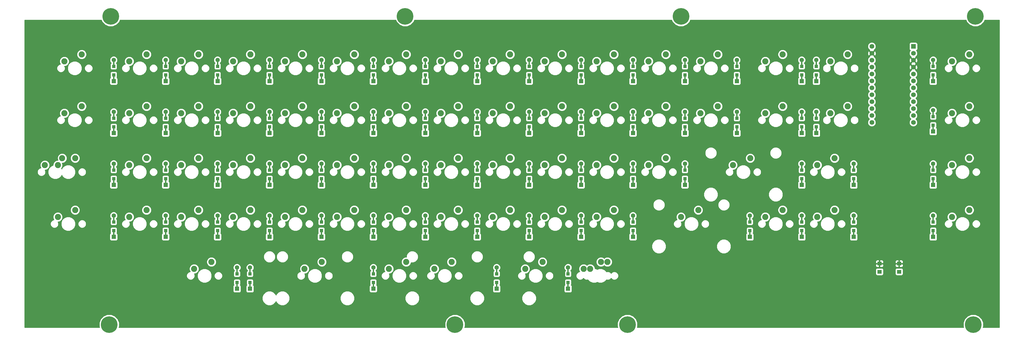
<source format=gbr>
G04 #@! TF.GenerationSoftware,KiCad,Pcbnew,(5.0.1)-3*
G04 #@! TF.CreationDate,2019-03-03T22:41:32+01:00*
G04 #@! TF.ProjectId,OC64,4F4336342E6B696361645F7063620000,rev?*
G04 #@! TF.SameCoordinates,Original*
G04 #@! TF.FileFunction,Copper,L2,Bot,Signal*
G04 #@! TF.FilePolarity,Positive*
%FSLAX46Y46*%
G04 Gerber Fmt 4.6, Leading zero omitted, Abs format (unit mm)*
G04 Created by KiCad (PCBNEW (5.0.1)-3) date 3/03/2019 22:41:32*
%MOMM*%
%LPD*%
G01*
G04 APERTURE LIST*
G04 #@! TA.AperFunction,ComponentPad*
%ADD10C,6.100000*%
G04 #@! TD*
G04 #@! TA.AperFunction,ComponentPad*
%ADD11C,2.250000*%
G04 #@! TD*
G04 #@! TA.AperFunction,ComponentPad*
%ADD12R,1.752600X1.752600*%
G04 #@! TD*
G04 #@! TA.AperFunction,ComponentPad*
%ADD13C,1.752600*%
G04 #@! TD*
G04 #@! TA.AperFunction,SMDPad,CuDef*
%ADD14R,1.600000X1.400000*%
G04 #@! TD*
G04 #@! TA.AperFunction,Conductor*
%ADD15R,0.500000X2.500000*%
G04 #@! TD*
G04 #@! TA.AperFunction,ComponentPad*
%ADD16C,1.600000*%
G04 #@! TD*
G04 #@! TA.AperFunction,ComponentPad*
%ADD17R,1.600000X1.600000*%
G04 #@! TD*
G04 #@! TA.AperFunction,SMDPad,CuDef*
%ADD18R,1.200000X1.200000*%
G04 #@! TD*
G04 #@! TA.AperFunction,Conductor*
%ADD19C,0.254000*%
G04 #@! TD*
G04 APERTURE END LIST*
D10*
G04 #@! TO.P,H3,*
G04 #@! TO.N,*
X246934440Y-178157939D03*
G04 #@! TD*
G04 #@! TO.P,H8,*
G04 #@! TO.N,*
X374559400Y-64982867D03*
G04 #@! TD*
G04 #@! TO.P,H7,*
G04 #@! TO.N,*
X373784440Y-178157939D03*
G04 #@! TD*
G04 #@! TO.P,H6,*
G04 #@! TO.N,*
X266559400Y-64982867D03*
G04 #@! TD*
G04 #@! TO.P,H4,*
G04 #@! TO.N,*
X183634440Y-178157939D03*
G04 #@! TD*
G04 #@! TO.P,H2,*
G04 #@! TO.N,*
X165359400Y-64982867D03*
G04 #@! TD*
G04 #@! TO.P,H1,*
G04 #@! TO.N,*
X56784440Y-178157939D03*
G04 #@! TD*
G04 #@! TO.P,H5,*
G04 #@! TO.N,*
X57359400Y-64982867D03*
G04 #@! TD*
D11*
G04 #@! TO.P,SW16,2*
G04 #@! TO.N,Net-(D16-Pad2)*
X372323123Y-78952883D03*
G04 #@! TO.P,SW16,1*
G04 #@! TO.N,col0*
X365973123Y-81492883D03*
G04 #@! TD*
G04 #@! TO.P,SW33-1,2*
G04 #@! TO.N,Net-(D33-Pad2)*
X39543156Y-117052915D03*
G04 #@! TO.P,SW33-1,1*
G04 #@! TO.N,col0*
X33193156Y-119592915D03*
G04 #@! TD*
G04 #@! TO.P,SW67-1,1*
G04 #@! TO.N,col6*
X233218324Y-157692947D03*
G04 #@! TO.P,SW67-1,2*
G04 #@! TO.N,Net-(D67-Pad2)*
X239568324Y-155152947D03*
G04 #@! TD*
G04 #@! TO.P,SW66,2*
G04 #@! TO.N,Net-(D66-Pad2)*
X215755804Y-155152947D03*
G04 #@! TO.P,SW66,1*
G04 #@! TO.N,col5*
X209405804Y-157692947D03*
G04 #@! TD*
G04 #@! TO.P,SW67-2,2*
G04 #@! TO.N,Net-(D67-Pad2)*
X237187072Y-155152947D03*
G04 #@! TO.P,SW67-2,1*
G04 #@! TO.N,col6*
X230837072Y-157692947D03*
G04 #@! TD*
G04 #@! TO.P,SW33-2,2*
G04 #@! TO.N,Net-(D33-Pad2)*
X44305660Y-117052915D03*
G04 #@! TO.P,SW33-2,1*
G04 #@! TO.N,col0*
X37955660Y-119592915D03*
G04 #@! TD*
G04 #@! TO.P,SW65-2,2*
G04 #@! TO.N,Net-(D65-Pad2)*
X182418276Y-155152947D03*
G04 #@! TO.P,SW65-2,1*
G04 #@! TO.N,col4*
X176068276Y-157692947D03*
G04 #@! TD*
G04 #@! TO.P,SW65-1,2*
G04 #@! TO.N,Net-(D65-Pad2)*
X165749512Y-155152947D03*
G04 #@! TO.P,SW65-1,1*
G04 #@! TO.N,col4*
X159399512Y-157692947D03*
G04 #@! TD*
G04 #@! TO.P,SW52,1*
G04 #@! TO.N,col4*
X121299490Y-138642703D03*
G04 #@! TO.P,SW52,2*
G04 #@! TO.N,Net-(D52-Pad2)*
X127649490Y-136102703D03*
G04 #@! TD*
G04 #@! TO.P,SW63,2*
G04 #@! TO.N,Net-(D63-Pad2)*
X94311990Y-155152703D03*
G04 #@! TO.P,SW63,1*
G04 #@! TO.N,col1*
X87961990Y-157692703D03*
G04 #@! TD*
D12*
G04 #@! TO.P,U1,1*
G04 #@! TO.N,led*
X351804664Y-76016013D03*
D13*
G04 #@! TO.P,U1,2*
G04 #@! TO.N,col7*
X351804664Y-78556013D03*
G04 #@! TO.P,U1,3*
G04 #@! TO.N,GND*
X351804664Y-81096013D03*
G04 #@! TO.P,U1,4*
X351804664Y-83636013D03*
G04 #@! TO.P,U1,5*
G04 #@! TO.N,row1*
X351804664Y-86176013D03*
G04 #@! TO.P,U1,6*
G04 #@! TO.N,row0*
X351804664Y-88716013D03*
G04 #@! TO.P,U1,7*
G04 #@! TO.N,row3*
X351804664Y-91256013D03*
G04 #@! TO.P,U1,8*
G04 #@! TO.N,row2*
X351804664Y-93796013D03*
G04 #@! TO.P,U1,9*
G04 #@! TO.N,row5*
X351804664Y-96336013D03*
G04 #@! TO.P,U1,10*
G04 #@! TO.N,row4*
X351804664Y-98876013D03*
G04 #@! TO.P,U1,11*
G04 #@! TO.N,row7*
X351804664Y-101416013D03*
G04 #@! TO.P,U1,13*
G04 #@! TO.N,row8*
X336564664Y-103956013D03*
G04 #@! TO.P,U1,14*
G04 #@! TO.N,col6*
X336564664Y-101416013D03*
G04 #@! TO.P,U1,15*
G04 #@! TO.N,col5*
X336564664Y-98876013D03*
G04 #@! TO.P,U1,16*
G04 #@! TO.N,col4*
X336564664Y-96336013D03*
G04 #@! TO.P,U1,17*
G04 #@! TO.N,col3*
X336564664Y-93796013D03*
G04 #@! TO.P,U1,18*
G04 #@! TO.N,col2*
X336564664Y-91256013D03*
G04 #@! TO.P,U1,19*
G04 #@! TO.N,col1*
X336564664Y-88716013D03*
G04 #@! TO.P,U1,20*
G04 #@! TO.N,col0*
X336564664Y-86176013D03*
G04 #@! TO.P,U1,21*
G04 #@! TO.N,VCC*
X336564664Y-83636013D03*
G04 #@! TO.P,U1,22*
G04 #@! TO.N,reset*
X336564664Y-81096013D03*
G04 #@! TO.P,U1,23*
G04 #@! TO.N,GND*
X336564664Y-78556013D03*
G04 #@! TO.P,U1,12*
G04 #@! TO.N,row6*
X351804664Y-103956013D03*
G04 #@! TO.P,U1,24*
G04 #@! TO.N,Net-(U1-Pad24)*
X336564664Y-76016013D03*
G04 #@! TD*
D11*
G04 #@! TO.P,SW1,1*
G04 #@! TO.N,col0*
X40336990Y-81492703D03*
G04 #@! TO.P,SW1,2*
G04 #@! TO.N,Net-(D1-Pad2)*
X46686990Y-78952703D03*
G04 #@! TD*
G04 #@! TO.P,SW17,1*
G04 #@! TO.N,col0*
X40336990Y-100542703D03*
G04 #@! TO.P,SW17,2*
G04 #@! TO.N,Net-(D17-Pad2)*
X46686990Y-98002703D03*
G04 #@! TD*
G04 #@! TO.P,SW14,1*
G04 #@! TO.N,col2*
X297511990Y-81492703D03*
G04 #@! TO.P,SW14,2*
G04 #@! TO.N,Net-(D14-Pad2)*
X303861990Y-78952703D03*
G04 #@! TD*
G04 #@! TO.P,SW30,2*
G04 #@! TO.N,Net-(D30-Pad2)*
X303861990Y-98002703D03*
G04 #@! TO.P,SW30,1*
G04 #@! TO.N,col2*
X297511990Y-100542703D03*
G04 #@! TD*
G04 #@! TO.P,SW32,1*
G04 #@! TO.N,col0*
X365973123Y-100542899D03*
G04 #@! TO.P,SW32,2*
G04 #@! TO.N,Net-(D32-Pad2)*
X372323123Y-98002899D03*
G04 #@! TD*
G04 #@! TO.P,SW62,2*
G04 #@! TO.N,Net-(D62-Pad2)*
X372323123Y-136102931D03*
G04 #@! TO.P,SW62,1*
G04 #@! TO.N,col0*
X365973123Y-138642931D03*
G04 #@! TD*
G04 #@! TO.P,SW47,2*
G04 #@! TO.N,Net-(D47-Pad2)*
X372323123Y-117052703D03*
G04 #@! TO.P,SW47,1*
G04 #@! TO.N,col0*
X365973123Y-119592703D03*
G04 #@! TD*
G04 #@! TO.P,SW48,2*
G04 #@! TO.N,Net-(D48-Pad2)*
X44305740Y-136102703D03*
G04 #@! TO.P,SW48,1*
G04 #@! TO.N,col0*
X37955740Y-138642703D03*
G04 #@! TD*
G04 #@! TO.P,SW44,2*
G04 #@! TO.N,Net-(D44-Pad2)*
X260999490Y-117052703D03*
G04 #@! TO.P,SW44,1*
G04 #@! TO.N,col4*
X254649490Y-119592703D03*
G04 #@! TD*
G04 #@! TO.P,SW51,1*
G04 #@! TO.N,col3*
X102249490Y-138642703D03*
G04 #@! TO.P,SW51,2*
G04 #@! TO.N,Net-(D51-Pad2)*
X108599490Y-136102703D03*
G04 #@! TD*
G04 #@! TO.P,SW50,2*
G04 #@! TO.N,Net-(D50-Pad2)*
X89549490Y-136102703D03*
G04 #@! TO.P,SW50,1*
G04 #@! TO.N,col2*
X83199490Y-138642703D03*
G04 #@! TD*
G04 #@! TO.P,SW49,1*
G04 #@! TO.N,col1*
X64149490Y-138642703D03*
G04 #@! TO.P,SW49,2*
G04 #@! TO.N,Net-(D49-Pad2)*
X70499490Y-136102703D03*
G04 #@! TD*
G04 #@! TO.P,SW46,2*
G04 #@! TO.N,Net-(D46-Pad2)*
X322911990Y-117052703D03*
G04 #@! TO.P,SW46,1*
G04 #@! TO.N,col1*
X316561990Y-119592703D03*
G04 #@! TD*
G04 #@! TO.P,SW43,2*
G04 #@! TO.N,Net-(D43-Pad2)*
X241949490Y-117052703D03*
G04 #@! TO.P,SW43,1*
G04 #@! TO.N,col5*
X235599490Y-119592703D03*
G04 #@! TD*
G04 #@! TO.P,SW42,1*
G04 #@! TO.N,col6*
X216549490Y-119592703D03*
G04 #@! TO.P,SW42,2*
G04 #@! TO.N,Net-(D42-Pad2)*
X222899490Y-117052703D03*
G04 #@! TD*
G04 #@! TO.P,SW41,2*
G04 #@! TO.N,Net-(D41-Pad2)*
X203849490Y-117052703D03*
G04 #@! TO.P,SW41,1*
G04 #@! TO.N,col7*
X197499490Y-119592703D03*
G04 #@! TD*
G04 #@! TO.P,SW40,1*
G04 #@! TO.N,col7*
X178449490Y-119592703D03*
G04 #@! TO.P,SW40,2*
G04 #@! TO.N,Net-(D40-Pad2)*
X184799490Y-117052703D03*
G04 #@! TD*
G04 #@! TO.P,SW37,2*
G04 #@! TO.N,Net-(D37-Pad2)*
X127649490Y-117052703D03*
G04 #@! TO.P,SW37,1*
G04 #@! TO.N,col4*
X121299490Y-119592703D03*
G04 #@! TD*
G04 #@! TO.P,SW38,1*
G04 #@! TO.N,col5*
X140349490Y-119592703D03*
G04 #@! TO.P,SW38,2*
G04 #@! TO.N,Net-(D38-Pad2)*
X146699490Y-117052703D03*
G04 #@! TD*
G04 #@! TO.P,SW39,2*
G04 #@! TO.N,Net-(D39-Pad2)*
X165749490Y-117052703D03*
G04 #@! TO.P,SW39,1*
G04 #@! TO.N,col6*
X159399490Y-119592703D03*
G04 #@! TD*
G04 #@! TO.P,SW2,1*
G04 #@! TO.N,col1*
X64149490Y-81492703D03*
G04 #@! TO.P,SW2,2*
G04 #@! TO.N,Net-(D2-Pad2)*
X70499490Y-78952703D03*
G04 #@! TD*
G04 #@! TO.P,SW36,1*
G04 #@! TO.N,col3*
X102249490Y-119592703D03*
G04 #@! TO.P,SW36,2*
G04 #@! TO.N,Net-(D36-Pad2)*
X108599490Y-117052703D03*
G04 #@! TD*
G04 #@! TO.P,SW61,2*
G04 #@! TO.N,Net-(D61-Pad2)*
X322911990Y-136102703D03*
G04 #@! TO.P,SW61,1*
G04 #@! TO.N,col1*
X316561990Y-138642703D03*
G04 #@! TD*
G04 #@! TO.P,SW60,1*
G04 #@! TO.N,col2*
X297511990Y-138642703D03*
G04 #@! TO.P,SW60,2*
G04 #@! TO.N,Net-(D60-Pad2)*
X303861990Y-136102703D03*
G04 #@! TD*
G04 #@! TO.P,SW57,2*
G04 #@! TO.N,Net-(D57-Pad2)*
X222899490Y-136102703D03*
G04 #@! TO.P,SW57,1*
G04 #@! TO.N,col6*
X216549490Y-138642703D03*
G04 #@! TD*
G04 #@! TO.P,SW56,1*
G04 #@! TO.N,col7*
X197499490Y-138642703D03*
G04 #@! TO.P,SW56,2*
G04 #@! TO.N,Net-(D56-Pad2)*
X203849490Y-136102703D03*
G04 #@! TD*
G04 #@! TO.P,SW53,2*
G04 #@! TO.N,Net-(D53-Pad2)*
X146699490Y-136102703D03*
G04 #@! TO.P,SW53,1*
G04 #@! TO.N,col5*
X140349490Y-138642703D03*
G04 #@! TD*
G04 #@! TO.P,SW55,1*
G04 #@! TO.N,col7*
X178449490Y-138642703D03*
G04 #@! TO.P,SW55,2*
G04 #@! TO.N,Net-(D55-Pad2)*
X184799490Y-136102703D03*
G04 #@! TD*
G04 #@! TO.P,SW54,2*
G04 #@! TO.N,Net-(D54-Pad2)*
X165749490Y-136102703D03*
G04 #@! TO.P,SW54,1*
G04 #@! TO.N,col6*
X159399490Y-138642703D03*
G04 #@! TD*
G04 #@! TO.P,SW3,1*
G04 #@! TO.N,col2*
X83199490Y-81492703D03*
G04 #@! TO.P,SW3,2*
G04 #@! TO.N,Net-(D3-Pad2)*
X89549490Y-78952703D03*
G04 #@! TD*
G04 #@! TO.P,SW24,2*
G04 #@! TO.N,Net-(D24-Pad2)*
X184799490Y-98002703D03*
G04 #@! TO.P,SW24,1*
G04 #@! TO.N,col7*
X178449490Y-100542703D03*
G04 #@! TD*
G04 #@! TO.P,SW58,1*
G04 #@! TO.N,col5*
X235599490Y-138642703D03*
G04 #@! TO.P,SW58,2*
G04 #@! TO.N,Net-(D58-Pad2)*
X241949490Y-136102703D03*
G04 #@! TD*
G04 #@! TO.P,SW11,2*
G04 #@! TO.N,Net-(D11-Pad2)*
X241949490Y-78952703D03*
G04 #@! TO.P,SW11,1*
G04 #@! TO.N,col5*
X235599490Y-81492703D03*
G04 #@! TD*
G04 #@! TO.P,SW18,1*
G04 #@! TO.N,col1*
X64149490Y-100542703D03*
G04 #@! TO.P,SW18,2*
G04 #@! TO.N,Net-(D18-Pad2)*
X70499490Y-98002703D03*
G04 #@! TD*
G04 #@! TO.P,SW15,2*
G04 #@! TO.N,Net-(D15-Pad2)*
X327674490Y-78952703D03*
G04 #@! TO.P,SW15,1*
G04 #@! TO.N,col1*
X321324490Y-81492703D03*
G04 #@! TD*
G04 #@! TO.P,SW12,1*
G04 #@! TO.N,col4*
X254649490Y-81492703D03*
G04 #@! TO.P,SW12,2*
G04 #@! TO.N,Net-(D12-Pad2)*
X260999490Y-78952703D03*
G04 #@! TD*
G04 #@! TO.P,SW34,2*
G04 #@! TO.N,Net-(D34-Pad2)*
X70499490Y-117052703D03*
G04 #@! TO.P,SW34,1*
G04 #@! TO.N,col1*
X64149490Y-119592703D03*
G04 #@! TD*
G04 #@! TO.P,SW10,1*
G04 #@! TO.N,col6*
X216549490Y-81492703D03*
G04 #@! TO.P,SW10,2*
G04 #@! TO.N,Net-(D10-Pad2)*
X222899490Y-78952703D03*
G04 #@! TD*
G04 #@! TO.P,SW9,2*
G04 #@! TO.N,Net-(D9-Pad2)*
X203849490Y-78952703D03*
G04 #@! TO.P,SW9,1*
G04 #@! TO.N,col7*
X197499490Y-81492703D03*
G04 #@! TD*
G04 #@! TO.P,SW8,1*
G04 #@! TO.N,col7*
X178449490Y-81492703D03*
G04 #@! TO.P,SW8,2*
G04 #@! TO.N,Net-(D8-Pad2)*
X184799490Y-78952703D03*
G04 #@! TD*
G04 #@! TO.P,SW7,2*
G04 #@! TO.N,Net-(D7-Pad2)*
X165749490Y-78952703D03*
G04 #@! TO.P,SW7,1*
G04 #@! TO.N,col6*
X159399490Y-81492703D03*
G04 #@! TD*
G04 #@! TO.P,SW31,1*
G04 #@! TO.N,col1*
X321324490Y-100542703D03*
G04 #@! TO.P,SW31,2*
G04 #@! TO.N,Net-(D31-Pad2)*
X327674490Y-98002703D03*
G04 #@! TD*
G04 #@! TO.P,SW5,2*
G04 #@! TO.N,Net-(D5-Pad2)*
X127649490Y-78952703D03*
G04 #@! TO.P,SW5,1*
G04 #@! TO.N,col4*
X121299490Y-81492703D03*
G04 #@! TD*
G04 #@! TO.P,SW6,1*
G04 #@! TO.N,col5*
X140349490Y-81492703D03*
G04 #@! TO.P,SW6,2*
G04 #@! TO.N,Net-(D6-Pad2)*
X146699490Y-78952703D03*
G04 #@! TD*
G04 #@! TO.P,SW35,2*
G04 #@! TO.N,Net-(D35-Pad2)*
X89549490Y-117052703D03*
G04 #@! TO.P,SW35,1*
G04 #@! TO.N,col2*
X83199490Y-119592703D03*
G04 #@! TD*
G04 #@! TO.P,SW19,1*
G04 #@! TO.N,col2*
X83199490Y-100542703D03*
G04 #@! TO.P,SW19,2*
G04 #@! TO.N,Net-(D19-Pad2)*
X89549490Y-98002703D03*
G04 #@! TD*
G04 #@! TO.P,SW20,2*
G04 #@! TO.N,Net-(D20-Pad2)*
X108599490Y-98002703D03*
G04 #@! TO.P,SW20,1*
G04 #@! TO.N,col3*
X102249490Y-100542703D03*
G04 #@! TD*
G04 #@! TO.P,SW21,1*
G04 #@! TO.N,col4*
X121299490Y-100542703D03*
G04 #@! TO.P,SW21,2*
G04 #@! TO.N,Net-(D21-Pad2)*
X127649490Y-98002703D03*
G04 #@! TD*
G04 #@! TO.P,SW26,2*
G04 #@! TO.N,Net-(D26-Pad2)*
X222899490Y-98002703D03*
G04 #@! TO.P,SW26,1*
G04 #@! TO.N,col6*
X216549490Y-100542703D03*
G04 #@! TD*
G04 #@! TO.P,SW22,1*
G04 #@! TO.N,col5*
X140349490Y-100542703D03*
G04 #@! TO.P,SW22,2*
G04 #@! TO.N,Net-(D22-Pad2)*
X146699490Y-98002703D03*
G04 #@! TD*
G04 #@! TO.P,SW23,2*
G04 #@! TO.N,Net-(D23-Pad2)*
X165749490Y-98002703D03*
G04 #@! TO.P,SW23,1*
G04 #@! TO.N,col6*
X159399490Y-100542703D03*
G04 #@! TD*
G04 #@! TO.P,SW25,1*
G04 #@! TO.N,col7*
X197499490Y-100542703D03*
G04 #@! TO.P,SW25,2*
G04 #@! TO.N,Net-(D25-Pad2)*
X203849490Y-98002703D03*
G04 #@! TD*
G04 #@! TO.P,SW13,2*
G04 #@! TO.N,Net-(D13-Pad2)*
X280049490Y-78952703D03*
G04 #@! TO.P,SW13,1*
G04 #@! TO.N,col3*
X273699490Y-81492703D03*
G04 #@! TD*
G04 #@! TO.P,SW27,1*
G04 #@! TO.N,col5*
X235599490Y-100542703D03*
G04 #@! TO.P,SW27,2*
G04 #@! TO.N,Net-(D27-Pad2)*
X241949490Y-98002703D03*
G04 #@! TD*
G04 #@! TO.P,SW28,2*
G04 #@! TO.N,Net-(D28-Pad2)*
X260999490Y-98002703D03*
G04 #@! TO.P,SW28,1*
G04 #@! TO.N,col4*
X254649490Y-100542703D03*
G04 #@! TD*
G04 #@! TO.P,SW4,1*
G04 #@! TO.N,col3*
X102249490Y-81492703D03*
G04 #@! TO.P,SW4,2*
G04 #@! TO.N,Net-(D4-Pad2)*
X108599490Y-78952703D03*
G04 #@! TD*
G04 #@! TO.P,SW29,2*
G04 #@! TO.N,Net-(D29-Pad2)*
X280049490Y-98002703D03*
G04 #@! TO.P,SW29,1*
G04 #@! TO.N,col3*
X273699490Y-100542703D03*
G04 #@! TD*
G04 #@! TO.P,SW59,2*
G04 #@! TO.N,Net-(D59-Pad2)*
X272905740Y-136102703D03*
G04 #@! TO.P,SW59,1*
G04 #@! TO.N,col4*
X266555740Y-138642703D03*
G04 #@! TD*
G04 #@! TO.P,SW45,1*
G04 #@! TO.N,col3*
X285605740Y-119592703D03*
G04 #@! TO.P,SW45,2*
G04 #@! TO.N,Net-(D45-Pad2)*
X291955740Y-117052703D03*
G04 #@! TD*
G04 #@! TO.P,SW64,2*
G04 #@! TO.N,Net-(D64-Pad2)*
X134793240Y-155152703D03*
G04 #@! TO.P,SW64,1*
G04 #@! TO.N,col2*
X128443240Y-157692703D03*
G04 #@! TD*
D14*
G04 #@! TO.P,RSW1,1*
G04 #@! TO.N,reset*
X346594038Y-158756382D03*
X339394038Y-158756382D03*
G04 #@! TO.P,RSW1,2*
G04 #@! TO.N,GND*
X346594038Y-155756382D03*
X339394038Y-155756382D03*
G04 #@! TD*
D15*
G04 #@! TO.N,Net-(D64-Pad2)*
G04 #@! TO.C,D64*
X108440740Y-158395203D03*
G04 #@! TO.N,row8*
X108440740Y-163795203D03*
D16*
G04 #@! TD*
G04 #@! TO.P,D64,2*
G04 #@! TO.N,Net-(D64-Pad2)*
X108440740Y-157195203D03*
D17*
G04 #@! TO.P,D64,1*
G04 #@! TO.N,row8*
X108440740Y-164995203D03*
D18*
X108440740Y-162670203D03*
G04 #@! TO.P,D64,2*
G04 #@! TO.N,Net-(D64-Pad2)*
X108440740Y-159520203D03*
G04 #@! TD*
G04 #@! TO.P,D65,2*
G04 #@! TO.N,Net-(D65-Pad2)*
X153684490Y-159520203D03*
G04 #@! TO.P,D65,1*
G04 #@! TO.N,row8*
X153684490Y-162670203D03*
D17*
X153684490Y-164995203D03*
D16*
G04 #@! TO.P,D65,2*
G04 #@! TO.N,Net-(D65-Pad2)*
X153684490Y-157195203D03*
D15*
G04 #@! TD*
G04 #@! TO.N,row8*
G04 #@! TO.C,D65*
X153684490Y-163795203D03*
G04 #@! TO.N,Net-(D65-Pad2)*
G04 #@! TO.C,D65*
X153684490Y-158395203D03*
G04 #@! TD*
G04 #@! TO.N,Net-(D66-Pad2)*
G04 #@! TO.C,D66*
X198928240Y-158395203D03*
G04 #@! TO.N,row8*
X198928240Y-163795203D03*
D16*
G04 #@! TD*
G04 #@! TO.P,D66,2*
G04 #@! TO.N,Net-(D66-Pad2)*
X198928240Y-157195203D03*
D17*
G04 #@! TO.P,D66,1*
G04 #@! TO.N,row8*
X198928240Y-164995203D03*
D18*
X198928240Y-162670203D03*
G04 #@! TO.P,D66,2*
G04 #@! TO.N,Net-(D66-Pad2)*
X198928240Y-159520203D03*
G04 #@! TD*
G04 #@! TO.P,D67,2*
G04 #@! TO.N,Net-(D67-Pad2)*
X225122064Y-159520451D03*
G04 #@! TO.P,D67,1*
G04 #@! TO.N,row8*
X225122064Y-162670451D03*
D17*
X225122064Y-164995451D03*
D16*
G04 #@! TO.P,D67,2*
G04 #@! TO.N,Net-(D67-Pad2)*
X225122064Y-157195451D03*
D15*
G04 #@! TD*
G04 #@! TO.N,row8*
G04 #@! TO.C,D67*
X225122064Y-163795451D03*
G04 #@! TO.N,Net-(D67-Pad2)*
G04 #@! TO.C,D67*
X225122064Y-158395451D03*
G04 #@! TD*
G04 #@! TO.N,Net-(D1-Pad2)*
G04 #@! TO.C,D1*
X58434490Y-82195203D03*
G04 #@! TO.N,row0*
X58434490Y-87595203D03*
D16*
G04 #@! TD*
G04 #@! TO.P,D1,2*
G04 #@! TO.N,Net-(D1-Pad2)*
X58434490Y-80995203D03*
D17*
G04 #@! TO.P,D1,1*
G04 #@! TO.N,row0*
X58434490Y-88795203D03*
D18*
X58434490Y-86470203D03*
G04 #@! TO.P,D1,2*
G04 #@! TO.N,Net-(D1-Pad2)*
X58434490Y-83320203D03*
G04 #@! TD*
D15*
G04 #@! TO.N,Net-(D2-Pad2)*
G04 #@! TO.C,D2*
X77484490Y-82195203D03*
G04 #@! TO.N,row0*
X77484490Y-87595203D03*
D16*
G04 #@! TD*
G04 #@! TO.P,D2,2*
G04 #@! TO.N,Net-(D2-Pad2)*
X77484490Y-80995203D03*
D17*
G04 #@! TO.P,D2,1*
G04 #@! TO.N,row0*
X77484490Y-88795203D03*
D18*
X77484490Y-86470203D03*
G04 #@! TO.P,D2,2*
G04 #@! TO.N,Net-(D2-Pad2)*
X77484490Y-83320203D03*
G04 #@! TD*
D15*
G04 #@! TO.N,Net-(D3-Pad2)*
G04 #@! TO.C,D3*
X96534490Y-82195203D03*
G04 #@! TO.N,row0*
X96534490Y-87595203D03*
D16*
G04 #@! TD*
G04 #@! TO.P,D3,2*
G04 #@! TO.N,Net-(D3-Pad2)*
X96534490Y-80995203D03*
D17*
G04 #@! TO.P,D3,1*
G04 #@! TO.N,row0*
X96534490Y-88795203D03*
D18*
X96534490Y-86470203D03*
G04 #@! TO.P,D3,2*
G04 #@! TO.N,Net-(D3-Pad2)*
X96534490Y-83320203D03*
G04 #@! TD*
D15*
G04 #@! TO.N,Net-(D4-Pad2)*
G04 #@! TO.C,D4*
X115584490Y-82195203D03*
G04 #@! TO.N,row0*
X115584490Y-87595203D03*
D16*
G04 #@! TD*
G04 #@! TO.P,D4,2*
G04 #@! TO.N,Net-(D4-Pad2)*
X115584490Y-80995203D03*
D17*
G04 #@! TO.P,D4,1*
G04 #@! TO.N,row0*
X115584490Y-88795203D03*
D18*
X115584490Y-86470203D03*
G04 #@! TO.P,D4,2*
G04 #@! TO.N,Net-(D4-Pad2)*
X115584490Y-83320203D03*
G04 #@! TD*
D15*
G04 #@! TO.N,Net-(D5-Pad2)*
G04 #@! TO.C,D5*
X134634490Y-82195203D03*
G04 #@! TO.N,row0*
X134634490Y-87595203D03*
D16*
G04 #@! TD*
G04 #@! TO.P,D5,2*
G04 #@! TO.N,Net-(D5-Pad2)*
X134634490Y-80995203D03*
D17*
G04 #@! TO.P,D5,1*
G04 #@! TO.N,row0*
X134634490Y-88795203D03*
D18*
X134634490Y-86470203D03*
G04 #@! TO.P,D5,2*
G04 #@! TO.N,Net-(D5-Pad2)*
X134634490Y-83320203D03*
G04 #@! TD*
D15*
G04 #@! TO.N,Net-(D6-Pad2)*
G04 #@! TO.C,D6*
X153684490Y-82195203D03*
G04 #@! TO.N,row0*
X153684490Y-87595203D03*
D16*
G04 #@! TD*
G04 #@! TO.P,D6,2*
G04 #@! TO.N,Net-(D6-Pad2)*
X153684490Y-80995203D03*
D17*
G04 #@! TO.P,D6,1*
G04 #@! TO.N,row0*
X153684490Y-88795203D03*
D18*
X153684490Y-86470203D03*
G04 #@! TO.P,D6,2*
G04 #@! TO.N,Net-(D6-Pad2)*
X153684490Y-83320203D03*
G04 #@! TD*
D15*
G04 #@! TO.N,Net-(D7-Pad2)*
G04 #@! TO.C,D7*
X172734490Y-82195203D03*
G04 #@! TO.N,row0*
X172734490Y-87595203D03*
D16*
G04 #@! TD*
G04 #@! TO.P,D7,2*
G04 #@! TO.N,Net-(D7-Pad2)*
X172734490Y-80995203D03*
D17*
G04 #@! TO.P,D7,1*
G04 #@! TO.N,row0*
X172734490Y-88795203D03*
D18*
X172734490Y-86470203D03*
G04 #@! TO.P,D7,2*
G04 #@! TO.N,Net-(D7-Pad2)*
X172734490Y-83320203D03*
G04 #@! TD*
D15*
G04 #@! TO.N,Net-(D8-Pad2)*
G04 #@! TO.C,D8*
X191784490Y-82195203D03*
G04 #@! TO.N,row0*
X191784490Y-87595203D03*
D16*
G04 #@! TD*
G04 #@! TO.P,D8,2*
G04 #@! TO.N,Net-(D8-Pad2)*
X191784490Y-80995203D03*
D17*
G04 #@! TO.P,D8,1*
G04 #@! TO.N,row0*
X191784490Y-88795203D03*
D18*
X191784490Y-86470203D03*
G04 #@! TO.P,D8,2*
G04 #@! TO.N,Net-(D8-Pad2)*
X191784490Y-83320203D03*
G04 #@! TD*
G04 #@! TO.P,D9,2*
G04 #@! TO.N,Net-(D9-Pad2)*
X210834490Y-83320203D03*
G04 #@! TO.P,D9,1*
G04 #@! TO.N,row1*
X210834490Y-86470203D03*
D17*
X210834490Y-88795203D03*
D16*
G04 #@! TO.P,D9,2*
G04 #@! TO.N,Net-(D9-Pad2)*
X210834490Y-80995203D03*
D15*
G04 #@! TD*
G04 #@! TO.N,row1*
G04 #@! TO.C,D9*
X210834490Y-87595203D03*
G04 #@! TO.N,Net-(D9-Pad2)*
G04 #@! TO.C,D9*
X210834490Y-82195203D03*
G04 #@! TD*
D18*
G04 #@! TO.P,D10,2*
G04 #@! TO.N,Net-(D10-Pad2)*
X229884490Y-83320203D03*
G04 #@! TO.P,D10,1*
G04 #@! TO.N,row1*
X229884490Y-86470203D03*
D17*
X229884490Y-88795203D03*
D16*
G04 #@! TO.P,D10,2*
G04 #@! TO.N,Net-(D10-Pad2)*
X229884490Y-80995203D03*
D15*
G04 #@! TD*
G04 #@! TO.N,row1*
G04 #@! TO.C,D10*
X229884490Y-87595203D03*
G04 #@! TO.N,Net-(D10-Pad2)*
G04 #@! TO.C,D10*
X229884490Y-82195203D03*
G04 #@! TD*
D18*
G04 #@! TO.P,D11,2*
G04 #@! TO.N,Net-(D11-Pad2)*
X248934490Y-83320203D03*
G04 #@! TO.P,D11,1*
G04 #@! TO.N,row1*
X248934490Y-86470203D03*
D17*
X248934490Y-88795203D03*
D16*
G04 #@! TO.P,D11,2*
G04 #@! TO.N,Net-(D11-Pad2)*
X248934490Y-80995203D03*
D15*
G04 #@! TD*
G04 #@! TO.N,row1*
G04 #@! TO.C,D11*
X248934490Y-87595203D03*
G04 #@! TO.N,Net-(D11-Pad2)*
G04 #@! TO.C,D11*
X248934490Y-82195203D03*
G04 #@! TD*
D18*
G04 #@! TO.P,D12,2*
G04 #@! TO.N,Net-(D12-Pad2)*
X267984490Y-83320203D03*
G04 #@! TO.P,D12,1*
G04 #@! TO.N,row1*
X267984490Y-86470203D03*
D17*
X267984490Y-88795203D03*
D16*
G04 #@! TO.P,D12,2*
G04 #@! TO.N,Net-(D12-Pad2)*
X267984490Y-80995203D03*
D15*
G04 #@! TD*
G04 #@! TO.N,row1*
G04 #@! TO.C,D12*
X267984490Y-87595203D03*
G04 #@! TO.N,Net-(D12-Pad2)*
G04 #@! TO.C,D12*
X267984490Y-82195203D03*
G04 #@! TD*
D18*
G04 #@! TO.P,D13,2*
G04 #@! TO.N,Net-(D13-Pad2)*
X287034490Y-83320203D03*
G04 #@! TO.P,D13,1*
G04 #@! TO.N,row1*
X287034490Y-86470203D03*
D17*
X287034490Y-88795203D03*
D16*
G04 #@! TO.P,D13,2*
G04 #@! TO.N,Net-(D13-Pad2)*
X287034490Y-80995203D03*
D15*
G04 #@! TD*
G04 #@! TO.N,row1*
G04 #@! TO.C,D13*
X287034490Y-87595203D03*
G04 #@! TO.N,Net-(D13-Pad2)*
G04 #@! TO.C,D13*
X287034490Y-82195203D03*
G04 #@! TD*
D18*
G04 #@! TO.P,D14,2*
G04 #@! TO.N,Net-(D14-Pad2)*
X310847136Y-83320203D03*
G04 #@! TO.P,D14,1*
G04 #@! TO.N,row1*
X310847136Y-86470203D03*
D17*
X310847136Y-88795203D03*
D16*
G04 #@! TO.P,D14,2*
G04 #@! TO.N,Net-(D14-Pad2)*
X310847136Y-80995203D03*
D15*
G04 #@! TD*
G04 #@! TO.N,row1*
G04 #@! TO.C,D14*
X310847136Y-87595203D03*
G04 #@! TO.N,Net-(D14-Pad2)*
G04 #@! TO.C,D14*
X310847136Y-82195203D03*
G04 #@! TD*
D18*
G04 #@! TO.P,D15,2*
G04 #@! TO.N,Net-(D15-Pad2)*
X316204953Y-83320203D03*
G04 #@! TO.P,D15,1*
G04 #@! TO.N,row1*
X316204953Y-86470203D03*
D17*
X316204953Y-88795203D03*
D16*
G04 #@! TO.P,D15,2*
G04 #@! TO.N,Net-(D15-Pad2)*
X316204953Y-80995203D03*
D15*
G04 #@! TD*
G04 #@! TO.N,row1*
G04 #@! TO.C,D15*
X316204953Y-87595203D03*
G04 #@! TO.N,Net-(D15-Pad2)*
G04 #@! TO.C,D15*
X316204953Y-82195203D03*
G04 #@! TD*
D18*
G04 #@! TO.P,D16,2*
G04 #@! TO.N,Net-(D16-Pad2)*
X359067489Y-83320387D03*
G04 #@! TO.P,D16,1*
G04 #@! TO.N,row1*
X359067489Y-86470387D03*
D17*
X359067489Y-88795387D03*
D16*
G04 #@! TO.P,D16,2*
G04 #@! TO.N,Net-(D16-Pad2)*
X359067489Y-80995387D03*
D15*
G04 #@! TD*
G04 #@! TO.N,row1*
G04 #@! TO.C,D16*
X359067489Y-87595387D03*
G04 #@! TO.N,Net-(D16-Pad2)*
G04 #@! TO.C,D16*
X359067489Y-82195387D03*
G04 #@! TD*
G04 #@! TO.N,Net-(D17-Pad2)*
G04 #@! TO.C,D17*
X58434490Y-101245203D03*
G04 #@! TO.N,row2*
X58434490Y-106645203D03*
D16*
G04 #@! TD*
G04 #@! TO.P,D17,2*
G04 #@! TO.N,Net-(D17-Pad2)*
X58434490Y-100045203D03*
D17*
G04 #@! TO.P,D17,1*
G04 #@! TO.N,row2*
X58434490Y-107845203D03*
D18*
X58434490Y-105520203D03*
G04 #@! TO.P,D17,2*
G04 #@! TO.N,Net-(D17-Pad2)*
X58434490Y-102370203D03*
G04 #@! TD*
D15*
G04 #@! TO.N,Net-(D18-Pad2)*
G04 #@! TO.C,D18*
X77484490Y-101245203D03*
G04 #@! TO.N,row2*
X77484490Y-106645203D03*
D16*
G04 #@! TD*
G04 #@! TO.P,D18,2*
G04 #@! TO.N,Net-(D18-Pad2)*
X77484490Y-100045203D03*
D17*
G04 #@! TO.P,D18,1*
G04 #@! TO.N,row2*
X77484490Y-107845203D03*
D18*
X77484490Y-105520203D03*
G04 #@! TO.P,D18,2*
G04 #@! TO.N,Net-(D18-Pad2)*
X77484490Y-102370203D03*
G04 #@! TD*
D15*
G04 #@! TO.N,Net-(D19-Pad2)*
G04 #@! TO.C,D19*
X96534490Y-101245203D03*
G04 #@! TO.N,row2*
X96534490Y-106645203D03*
D16*
G04 #@! TD*
G04 #@! TO.P,D19,2*
G04 #@! TO.N,Net-(D19-Pad2)*
X96534490Y-100045203D03*
D17*
G04 #@! TO.P,D19,1*
G04 #@! TO.N,row2*
X96534490Y-107845203D03*
D18*
X96534490Y-105520203D03*
G04 #@! TO.P,D19,2*
G04 #@! TO.N,Net-(D19-Pad2)*
X96534490Y-102370203D03*
G04 #@! TD*
D15*
G04 #@! TO.N,Net-(D20-Pad2)*
G04 #@! TO.C,D20*
X115584490Y-101245203D03*
G04 #@! TO.N,row2*
X115584490Y-106645203D03*
D16*
G04 #@! TD*
G04 #@! TO.P,D20,2*
G04 #@! TO.N,Net-(D20-Pad2)*
X115584490Y-100045203D03*
D17*
G04 #@! TO.P,D20,1*
G04 #@! TO.N,row2*
X115584490Y-107845203D03*
D18*
X115584490Y-105520203D03*
G04 #@! TO.P,D20,2*
G04 #@! TO.N,Net-(D20-Pad2)*
X115584490Y-102370203D03*
G04 #@! TD*
D15*
G04 #@! TO.N,Net-(D21-Pad2)*
G04 #@! TO.C,D21*
X134634490Y-101245203D03*
G04 #@! TO.N,row2*
X134634490Y-106645203D03*
D16*
G04 #@! TD*
G04 #@! TO.P,D21,2*
G04 #@! TO.N,Net-(D21-Pad2)*
X134634490Y-100045203D03*
D17*
G04 #@! TO.P,D21,1*
G04 #@! TO.N,row2*
X134634490Y-107845203D03*
D18*
X134634490Y-105520203D03*
G04 #@! TO.P,D21,2*
G04 #@! TO.N,Net-(D21-Pad2)*
X134634490Y-102370203D03*
G04 #@! TD*
D15*
G04 #@! TO.N,Net-(D22-Pad2)*
G04 #@! TO.C,D22*
X153684490Y-101245203D03*
G04 #@! TO.N,row2*
X153684490Y-106645203D03*
D16*
G04 #@! TD*
G04 #@! TO.P,D22,2*
G04 #@! TO.N,Net-(D22-Pad2)*
X153684490Y-100045203D03*
D17*
G04 #@! TO.P,D22,1*
G04 #@! TO.N,row2*
X153684490Y-107845203D03*
D18*
X153684490Y-105520203D03*
G04 #@! TO.P,D22,2*
G04 #@! TO.N,Net-(D22-Pad2)*
X153684490Y-102370203D03*
G04 #@! TD*
D15*
G04 #@! TO.N,Net-(D23-Pad2)*
G04 #@! TO.C,D23*
X172734490Y-101245203D03*
G04 #@! TO.N,row2*
X172734490Y-106645203D03*
D16*
G04 #@! TD*
G04 #@! TO.P,D23,2*
G04 #@! TO.N,Net-(D23-Pad2)*
X172734490Y-100045203D03*
D17*
G04 #@! TO.P,D23,1*
G04 #@! TO.N,row2*
X172734490Y-107845203D03*
D18*
X172734490Y-105520203D03*
G04 #@! TO.P,D23,2*
G04 #@! TO.N,Net-(D23-Pad2)*
X172734490Y-102370203D03*
G04 #@! TD*
D15*
G04 #@! TO.N,Net-(D24-Pad2)*
G04 #@! TO.C,D24*
X191784490Y-101245203D03*
G04 #@! TO.N,row2*
X191784490Y-106645203D03*
D16*
G04 #@! TD*
G04 #@! TO.P,D24,2*
G04 #@! TO.N,Net-(D24-Pad2)*
X191784490Y-100045203D03*
D17*
G04 #@! TO.P,D24,1*
G04 #@! TO.N,row2*
X191784490Y-107845203D03*
D18*
X191784490Y-105520203D03*
G04 #@! TO.P,D24,2*
G04 #@! TO.N,Net-(D24-Pad2)*
X191784490Y-102370203D03*
G04 #@! TD*
G04 #@! TO.P,D25,2*
G04 #@! TO.N,Net-(D25-Pad2)*
X210834490Y-102370203D03*
G04 #@! TO.P,D25,1*
G04 #@! TO.N,row3*
X210834490Y-105520203D03*
D17*
X210834490Y-107845203D03*
D16*
G04 #@! TO.P,D25,2*
G04 #@! TO.N,Net-(D25-Pad2)*
X210834490Y-100045203D03*
D15*
G04 #@! TD*
G04 #@! TO.N,row3*
G04 #@! TO.C,D25*
X210834490Y-106645203D03*
G04 #@! TO.N,Net-(D25-Pad2)*
G04 #@! TO.C,D25*
X210834490Y-101245203D03*
G04 #@! TD*
D18*
G04 #@! TO.P,D26,2*
G04 #@! TO.N,Net-(D26-Pad2)*
X229884490Y-102370203D03*
G04 #@! TO.P,D26,1*
G04 #@! TO.N,row3*
X229884490Y-105520203D03*
D17*
X229884490Y-107845203D03*
D16*
G04 #@! TO.P,D26,2*
G04 #@! TO.N,Net-(D26-Pad2)*
X229884490Y-100045203D03*
D15*
G04 #@! TD*
G04 #@! TO.N,row3*
G04 #@! TO.C,D26*
X229884490Y-106645203D03*
G04 #@! TO.N,Net-(D26-Pad2)*
G04 #@! TO.C,D26*
X229884490Y-101245203D03*
G04 #@! TD*
D18*
G04 #@! TO.P,D27,2*
G04 #@! TO.N,Net-(D27-Pad2)*
X248934490Y-102370203D03*
G04 #@! TO.P,D27,1*
G04 #@! TO.N,row3*
X248934490Y-105520203D03*
D17*
X248934490Y-107845203D03*
D16*
G04 #@! TO.P,D27,2*
G04 #@! TO.N,Net-(D27-Pad2)*
X248934490Y-100045203D03*
D15*
G04 #@! TD*
G04 #@! TO.N,row3*
G04 #@! TO.C,D27*
X248934490Y-106645203D03*
G04 #@! TO.N,Net-(D27-Pad2)*
G04 #@! TO.C,D27*
X248934490Y-101245203D03*
G04 #@! TD*
D18*
G04 #@! TO.P,D28,2*
G04 #@! TO.N,Net-(D28-Pad2)*
X267984490Y-102370203D03*
G04 #@! TO.P,D28,1*
G04 #@! TO.N,row3*
X267984490Y-105520203D03*
D17*
X267984490Y-107845203D03*
D16*
G04 #@! TO.P,D28,2*
G04 #@! TO.N,Net-(D28-Pad2)*
X267984490Y-100045203D03*
D15*
G04 #@! TD*
G04 #@! TO.N,row3*
G04 #@! TO.C,D28*
X267984490Y-106645203D03*
G04 #@! TO.N,Net-(D28-Pad2)*
G04 #@! TO.C,D28*
X267984490Y-101245203D03*
G04 #@! TD*
D18*
G04 #@! TO.P,D29,2*
G04 #@! TO.N,Net-(D29-Pad2)*
X287034490Y-102370203D03*
G04 #@! TO.P,D29,1*
G04 #@! TO.N,row3*
X287034490Y-105520203D03*
D17*
X287034490Y-107845203D03*
D16*
G04 #@! TO.P,D29,2*
G04 #@! TO.N,Net-(D29-Pad2)*
X287034490Y-100045203D03*
D15*
G04 #@! TD*
G04 #@! TO.N,row3*
G04 #@! TO.C,D29*
X287034490Y-106645203D03*
G04 #@! TO.N,Net-(D29-Pad2)*
G04 #@! TO.C,D29*
X287034490Y-101245203D03*
G04 #@! TD*
D18*
G04 #@! TO.P,D30,2*
G04 #@! TO.N,Net-(D30-Pad2)*
X310847136Y-102370203D03*
G04 #@! TO.P,D30,1*
G04 #@! TO.N,row3*
X310847136Y-105520203D03*
D17*
X310847136Y-107845203D03*
D16*
G04 #@! TO.P,D30,2*
G04 #@! TO.N,Net-(D30-Pad2)*
X310847136Y-100045203D03*
D15*
G04 #@! TD*
G04 #@! TO.N,row3*
G04 #@! TO.C,D30*
X310847136Y-106645203D03*
G04 #@! TO.N,Net-(D30-Pad2)*
G04 #@! TO.C,D30*
X310847136Y-101245203D03*
G04 #@! TD*
D18*
G04 #@! TO.P,D31,2*
G04 #@! TO.N,Net-(D31-Pad2)*
X316204953Y-102370203D03*
G04 #@! TO.P,D31,1*
G04 #@! TO.N,row3*
X316204953Y-105520203D03*
D17*
X316204953Y-107845203D03*
D16*
G04 #@! TO.P,D31,2*
G04 #@! TO.N,Net-(D31-Pad2)*
X316204953Y-100045203D03*
D15*
G04 #@! TD*
G04 #@! TO.N,row3*
G04 #@! TO.C,D31*
X316204953Y-106645203D03*
G04 #@! TO.N,Net-(D31-Pad2)*
G04 #@! TO.C,D31*
X316204953Y-101245203D03*
G04 #@! TD*
D18*
G04 #@! TO.P,D32,2*
G04 #@! TO.N,Net-(D32-Pad2)*
X359067489Y-101775090D03*
G04 #@! TO.P,D32,1*
G04 #@! TO.N,row3*
X359067489Y-104925090D03*
D17*
X359067489Y-107250090D03*
D16*
G04 #@! TO.P,D32,2*
G04 #@! TO.N,Net-(D32-Pad2)*
X359067489Y-99450090D03*
D15*
G04 #@! TD*
G04 #@! TO.N,row3*
G04 #@! TO.C,D32*
X359067489Y-106050090D03*
G04 #@! TO.N,Net-(D32-Pad2)*
G04 #@! TO.C,D32*
X359067489Y-100650090D03*
G04 #@! TD*
G04 #@! TO.N,Net-(D33-Pad2)*
G04 #@! TO.C,D33*
X58434490Y-120295203D03*
G04 #@! TO.N,row4*
X58434490Y-125695203D03*
D16*
G04 #@! TD*
G04 #@! TO.P,D33,2*
G04 #@! TO.N,Net-(D33-Pad2)*
X58434490Y-119095203D03*
D17*
G04 #@! TO.P,D33,1*
G04 #@! TO.N,row4*
X58434490Y-126895203D03*
D18*
X58434490Y-124570203D03*
G04 #@! TO.P,D33,2*
G04 #@! TO.N,Net-(D33-Pad2)*
X58434490Y-121420203D03*
G04 #@! TD*
D15*
G04 #@! TO.N,Net-(D34-Pad2)*
G04 #@! TO.C,D34*
X77484490Y-120295203D03*
G04 #@! TO.N,row4*
X77484490Y-125695203D03*
D16*
G04 #@! TD*
G04 #@! TO.P,D34,2*
G04 #@! TO.N,Net-(D34-Pad2)*
X77484490Y-119095203D03*
D17*
G04 #@! TO.P,D34,1*
G04 #@! TO.N,row4*
X77484490Y-126895203D03*
D18*
X77484490Y-124570203D03*
G04 #@! TO.P,D34,2*
G04 #@! TO.N,Net-(D34-Pad2)*
X77484490Y-121420203D03*
G04 #@! TD*
D15*
G04 #@! TO.N,Net-(D35-Pad2)*
G04 #@! TO.C,D35*
X96534490Y-120295203D03*
G04 #@! TO.N,row4*
X96534490Y-125695203D03*
D16*
G04 #@! TD*
G04 #@! TO.P,D35,2*
G04 #@! TO.N,Net-(D35-Pad2)*
X96534490Y-119095203D03*
D17*
G04 #@! TO.P,D35,1*
G04 #@! TO.N,row4*
X96534490Y-126895203D03*
D18*
X96534490Y-124570203D03*
G04 #@! TO.P,D35,2*
G04 #@! TO.N,Net-(D35-Pad2)*
X96534490Y-121420203D03*
G04 #@! TD*
D15*
G04 #@! TO.N,Net-(D36-Pad2)*
G04 #@! TO.C,D36*
X115584490Y-120295203D03*
G04 #@! TO.N,row4*
X115584490Y-125695203D03*
D16*
G04 #@! TD*
G04 #@! TO.P,D36,2*
G04 #@! TO.N,Net-(D36-Pad2)*
X115584490Y-119095203D03*
D17*
G04 #@! TO.P,D36,1*
G04 #@! TO.N,row4*
X115584490Y-126895203D03*
D18*
X115584490Y-124570203D03*
G04 #@! TO.P,D36,2*
G04 #@! TO.N,Net-(D36-Pad2)*
X115584490Y-121420203D03*
G04 #@! TD*
D15*
G04 #@! TO.N,Net-(D37-Pad2)*
G04 #@! TO.C,D37*
X134634490Y-120295203D03*
G04 #@! TO.N,row4*
X134634490Y-125695203D03*
D16*
G04 #@! TD*
G04 #@! TO.P,D37,2*
G04 #@! TO.N,Net-(D37-Pad2)*
X134634490Y-119095203D03*
D17*
G04 #@! TO.P,D37,1*
G04 #@! TO.N,row4*
X134634490Y-126895203D03*
D18*
X134634490Y-124570203D03*
G04 #@! TO.P,D37,2*
G04 #@! TO.N,Net-(D37-Pad2)*
X134634490Y-121420203D03*
G04 #@! TD*
D15*
G04 #@! TO.N,Net-(D38-Pad2)*
G04 #@! TO.C,D38*
X153684490Y-120295203D03*
G04 #@! TO.N,row4*
X153684490Y-125695203D03*
D16*
G04 #@! TD*
G04 #@! TO.P,D38,2*
G04 #@! TO.N,Net-(D38-Pad2)*
X153684490Y-119095203D03*
D17*
G04 #@! TO.P,D38,1*
G04 #@! TO.N,row4*
X153684490Y-126895203D03*
D18*
X153684490Y-124570203D03*
G04 #@! TO.P,D38,2*
G04 #@! TO.N,Net-(D38-Pad2)*
X153684490Y-121420203D03*
G04 #@! TD*
D15*
G04 #@! TO.N,Net-(D39-Pad2)*
G04 #@! TO.C,D39*
X172734490Y-120295203D03*
G04 #@! TO.N,row4*
X172734490Y-125695203D03*
D16*
G04 #@! TD*
G04 #@! TO.P,D39,2*
G04 #@! TO.N,Net-(D39-Pad2)*
X172734490Y-119095203D03*
D17*
G04 #@! TO.P,D39,1*
G04 #@! TO.N,row4*
X172734490Y-126895203D03*
D18*
X172734490Y-124570203D03*
G04 #@! TO.P,D39,2*
G04 #@! TO.N,Net-(D39-Pad2)*
X172734490Y-121420203D03*
G04 #@! TD*
D15*
G04 #@! TO.N,Net-(D40-Pad2)*
G04 #@! TO.C,D40*
X191784490Y-120295203D03*
G04 #@! TO.N,row4*
X191784490Y-125695203D03*
D16*
G04 #@! TD*
G04 #@! TO.P,D40,2*
G04 #@! TO.N,Net-(D40-Pad2)*
X191784490Y-119095203D03*
D17*
G04 #@! TO.P,D40,1*
G04 #@! TO.N,row4*
X191784490Y-126895203D03*
D18*
X191784490Y-124570203D03*
G04 #@! TO.P,D40,2*
G04 #@! TO.N,Net-(D40-Pad2)*
X191784490Y-121420203D03*
G04 #@! TD*
G04 #@! TO.P,D41,2*
G04 #@! TO.N,Net-(D41-Pad2)*
X210834490Y-121420203D03*
G04 #@! TO.P,D41,1*
G04 #@! TO.N,row5*
X210834490Y-124570203D03*
D17*
X210834490Y-126895203D03*
D16*
G04 #@! TO.P,D41,2*
G04 #@! TO.N,Net-(D41-Pad2)*
X210834490Y-119095203D03*
D15*
G04 #@! TD*
G04 #@! TO.N,row5*
G04 #@! TO.C,D41*
X210834490Y-125695203D03*
G04 #@! TO.N,Net-(D41-Pad2)*
G04 #@! TO.C,D41*
X210834490Y-120295203D03*
G04 #@! TD*
D18*
G04 #@! TO.P,D42,2*
G04 #@! TO.N,Net-(D42-Pad2)*
X229884490Y-121420203D03*
G04 #@! TO.P,D42,1*
G04 #@! TO.N,row5*
X229884490Y-124570203D03*
D17*
X229884490Y-126895203D03*
D16*
G04 #@! TO.P,D42,2*
G04 #@! TO.N,Net-(D42-Pad2)*
X229884490Y-119095203D03*
D15*
G04 #@! TD*
G04 #@! TO.N,row5*
G04 #@! TO.C,D42*
X229884490Y-125695203D03*
G04 #@! TO.N,Net-(D42-Pad2)*
G04 #@! TO.C,D42*
X229884490Y-120295203D03*
G04 #@! TD*
D18*
G04 #@! TO.P,D43,2*
G04 #@! TO.N,Net-(D43-Pad2)*
X248934490Y-121420203D03*
G04 #@! TO.P,D43,1*
G04 #@! TO.N,row5*
X248934490Y-124570203D03*
D17*
X248934490Y-126895203D03*
D16*
G04 #@! TO.P,D43,2*
G04 #@! TO.N,Net-(D43-Pad2)*
X248934490Y-119095203D03*
D15*
G04 #@! TD*
G04 #@! TO.N,row5*
G04 #@! TO.C,D43*
X248934490Y-125695203D03*
G04 #@! TO.N,Net-(D43-Pad2)*
G04 #@! TO.C,D43*
X248934490Y-120295203D03*
G04 #@! TD*
G04 #@! TO.N,Net-(D44-Pad2)*
G04 #@! TO.C,D44*
X267984490Y-120295203D03*
G04 #@! TO.N,row5*
X267984490Y-125695203D03*
D16*
G04 #@! TD*
G04 #@! TO.P,D44,2*
G04 #@! TO.N,Net-(D44-Pad2)*
X267984490Y-119095203D03*
D17*
G04 #@! TO.P,D44,1*
G04 #@! TO.N,row5*
X267984490Y-126895203D03*
D18*
X267984490Y-124570203D03*
G04 #@! TO.P,D44,2*
G04 #@! TO.N,Net-(D44-Pad2)*
X267984490Y-121420203D03*
G04 #@! TD*
G04 #@! TO.P,D45,2*
G04 #@! TO.N,Net-(D45-Pad2)*
X310846990Y-121420203D03*
G04 #@! TO.P,D45,1*
G04 #@! TO.N,row5*
X310846990Y-124570203D03*
D17*
X310846990Y-126895203D03*
D16*
G04 #@! TO.P,D45,2*
G04 #@! TO.N,Net-(D45-Pad2)*
X310846990Y-119095203D03*
D15*
G04 #@! TD*
G04 #@! TO.N,row5*
G04 #@! TO.C,D45*
X310846990Y-125695203D03*
G04 #@! TO.N,Net-(D45-Pad2)*
G04 #@! TO.C,D45*
X310846990Y-120295203D03*
G04 #@! TD*
D18*
G04 #@! TO.P,D46,2*
G04 #@! TO.N,Net-(D46-Pad2)*
X329896990Y-121420203D03*
G04 #@! TO.P,D46,1*
G04 #@! TO.N,row5*
X329896990Y-124570203D03*
D17*
X329896990Y-126895203D03*
D16*
G04 #@! TO.P,D46,2*
G04 #@! TO.N,Net-(D46-Pad2)*
X329896990Y-119095203D03*
D15*
G04 #@! TD*
G04 #@! TO.N,row5*
G04 #@! TO.C,D46*
X329896990Y-125695203D03*
G04 #@! TO.N,Net-(D46-Pad2)*
G04 #@! TO.C,D46*
X329896990Y-120295203D03*
G04 #@! TD*
D18*
G04 #@! TO.P,D47,2*
G04 #@! TO.N,Net-(D47-Pad2)*
X359067489Y-121420419D03*
G04 #@! TO.P,D47,1*
G04 #@! TO.N,row5*
X359067489Y-124570419D03*
D17*
X359067489Y-126895419D03*
D16*
G04 #@! TO.P,D47,2*
G04 #@! TO.N,Net-(D47-Pad2)*
X359067489Y-119095419D03*
D15*
G04 #@! TD*
G04 #@! TO.N,row5*
G04 #@! TO.C,D47*
X359067489Y-125695419D03*
G04 #@! TO.N,Net-(D47-Pad2)*
G04 #@! TO.C,D47*
X359067489Y-120295419D03*
G04 #@! TD*
G04 #@! TO.N,Net-(D48-Pad2)*
G04 #@! TO.C,D48*
X58434490Y-139345203D03*
G04 #@! TO.N,row6*
X58434490Y-144745203D03*
D16*
G04 #@! TD*
G04 #@! TO.P,D48,2*
G04 #@! TO.N,Net-(D48-Pad2)*
X58434490Y-138145203D03*
D17*
G04 #@! TO.P,D48,1*
G04 #@! TO.N,row6*
X58434490Y-145945203D03*
D18*
X58434490Y-143620203D03*
G04 #@! TO.P,D48,2*
G04 #@! TO.N,Net-(D48-Pad2)*
X58434490Y-140470203D03*
G04 #@! TD*
D15*
G04 #@! TO.N,Net-(D49-Pad2)*
G04 #@! TO.C,D49*
X77484490Y-139345203D03*
G04 #@! TO.N,row6*
X77484490Y-144745203D03*
D16*
G04 #@! TD*
G04 #@! TO.P,D49,2*
G04 #@! TO.N,Net-(D49-Pad2)*
X77484490Y-138145203D03*
D17*
G04 #@! TO.P,D49,1*
G04 #@! TO.N,row6*
X77484490Y-145945203D03*
D18*
X77484490Y-143620203D03*
G04 #@! TO.P,D49,2*
G04 #@! TO.N,Net-(D49-Pad2)*
X77484490Y-140470203D03*
G04 #@! TD*
D15*
G04 #@! TO.N,Net-(D50-Pad2)*
G04 #@! TO.C,D50*
X96534490Y-139345203D03*
G04 #@! TO.N,row6*
X96534490Y-144745203D03*
D16*
G04 #@! TD*
G04 #@! TO.P,D50,2*
G04 #@! TO.N,Net-(D50-Pad2)*
X96534490Y-138145203D03*
D17*
G04 #@! TO.P,D50,1*
G04 #@! TO.N,row6*
X96534490Y-145945203D03*
D18*
X96534490Y-143620203D03*
G04 #@! TO.P,D50,2*
G04 #@! TO.N,Net-(D50-Pad2)*
X96534490Y-140470203D03*
G04 #@! TD*
D15*
G04 #@! TO.N,Net-(D51-Pad2)*
G04 #@! TO.C,D51*
X115584490Y-139345203D03*
G04 #@! TO.N,row6*
X115584490Y-144745203D03*
D16*
G04 #@! TD*
G04 #@! TO.P,D51,2*
G04 #@! TO.N,Net-(D51-Pad2)*
X115584490Y-138145203D03*
D17*
G04 #@! TO.P,D51,1*
G04 #@! TO.N,row6*
X115584490Y-145945203D03*
D18*
X115584490Y-143620203D03*
G04 #@! TO.P,D51,2*
G04 #@! TO.N,Net-(D51-Pad2)*
X115584490Y-140470203D03*
G04 #@! TD*
D15*
G04 #@! TO.N,Net-(D52-Pad2)*
G04 #@! TO.C,D52*
X134634490Y-139345203D03*
G04 #@! TO.N,row6*
X134634490Y-144745203D03*
D16*
G04 #@! TD*
G04 #@! TO.P,D52,2*
G04 #@! TO.N,Net-(D52-Pad2)*
X134634490Y-138145203D03*
D17*
G04 #@! TO.P,D52,1*
G04 #@! TO.N,row6*
X134634490Y-145945203D03*
D18*
X134634490Y-143620203D03*
G04 #@! TO.P,D52,2*
G04 #@! TO.N,Net-(D52-Pad2)*
X134634490Y-140470203D03*
G04 #@! TD*
D15*
G04 #@! TO.N,Net-(D53-Pad2)*
G04 #@! TO.C,D53*
X153684490Y-139345203D03*
G04 #@! TO.N,row6*
X153684490Y-144745203D03*
D16*
G04 #@! TD*
G04 #@! TO.P,D53,2*
G04 #@! TO.N,Net-(D53-Pad2)*
X153684490Y-138145203D03*
D17*
G04 #@! TO.P,D53,1*
G04 #@! TO.N,row6*
X153684490Y-145945203D03*
D18*
X153684490Y-143620203D03*
G04 #@! TO.P,D53,2*
G04 #@! TO.N,Net-(D53-Pad2)*
X153684490Y-140470203D03*
G04 #@! TD*
D15*
G04 #@! TO.N,Net-(D54-Pad2)*
G04 #@! TO.C,D54*
X172734490Y-139345203D03*
G04 #@! TO.N,row6*
X172734490Y-144745203D03*
D16*
G04 #@! TD*
G04 #@! TO.P,D54,2*
G04 #@! TO.N,Net-(D54-Pad2)*
X172734490Y-138145203D03*
D17*
G04 #@! TO.P,D54,1*
G04 #@! TO.N,row6*
X172734490Y-145945203D03*
D18*
X172734490Y-143620203D03*
G04 #@! TO.P,D54,2*
G04 #@! TO.N,Net-(D54-Pad2)*
X172734490Y-140470203D03*
G04 #@! TD*
D15*
G04 #@! TO.N,Net-(D55-Pad2)*
G04 #@! TO.C,D55*
X191784490Y-139345203D03*
G04 #@! TO.N,row6*
X191784490Y-144745203D03*
D16*
G04 #@! TD*
G04 #@! TO.P,D55,2*
G04 #@! TO.N,Net-(D55-Pad2)*
X191784490Y-138145203D03*
D17*
G04 #@! TO.P,D55,1*
G04 #@! TO.N,row6*
X191784490Y-145945203D03*
D18*
X191784490Y-143620203D03*
G04 #@! TO.P,D55,2*
G04 #@! TO.N,Net-(D55-Pad2)*
X191784490Y-140470203D03*
G04 #@! TD*
G04 #@! TO.P,D56,2*
G04 #@! TO.N,Net-(D56-Pad2)*
X210834490Y-140470203D03*
G04 #@! TO.P,D56,1*
G04 #@! TO.N,row7*
X210834490Y-143620203D03*
D17*
X210834490Y-145945203D03*
D16*
G04 #@! TO.P,D56,2*
G04 #@! TO.N,Net-(D56-Pad2)*
X210834490Y-138145203D03*
D15*
G04 #@! TD*
G04 #@! TO.N,row7*
G04 #@! TO.C,D56*
X210834490Y-144745203D03*
G04 #@! TO.N,Net-(D56-Pad2)*
G04 #@! TO.C,D56*
X210834490Y-139345203D03*
G04 #@! TD*
D18*
G04 #@! TO.P,D57,2*
G04 #@! TO.N,Net-(D57-Pad2)*
X229884490Y-140470203D03*
G04 #@! TO.P,D57,1*
G04 #@! TO.N,row7*
X229884490Y-143620203D03*
D17*
X229884490Y-145945203D03*
D16*
G04 #@! TO.P,D57,2*
G04 #@! TO.N,Net-(D57-Pad2)*
X229884490Y-138145203D03*
D15*
G04 #@! TD*
G04 #@! TO.N,row7*
G04 #@! TO.C,D57*
X229884490Y-144745203D03*
G04 #@! TO.N,Net-(D57-Pad2)*
G04 #@! TO.C,D57*
X229884490Y-139345203D03*
G04 #@! TD*
D18*
G04 #@! TO.P,D58,2*
G04 #@! TO.N,Net-(D58-Pad2)*
X248934490Y-140470203D03*
G04 #@! TO.P,D58,1*
G04 #@! TO.N,row7*
X248934490Y-143620203D03*
D17*
X248934490Y-145945203D03*
D16*
G04 #@! TO.P,D58,2*
G04 #@! TO.N,Net-(D58-Pad2)*
X248934490Y-138145203D03*
D15*
G04 #@! TD*
G04 #@! TO.N,row7*
G04 #@! TO.C,D58*
X248934490Y-144745203D03*
G04 #@! TO.N,Net-(D58-Pad2)*
G04 #@! TO.C,D58*
X248934490Y-139345203D03*
G04 #@! TD*
G04 #@! TO.N,Net-(D59-Pad2)*
G04 #@! TO.C,D59*
X291796990Y-139345203D03*
G04 #@! TO.N,row7*
X291796990Y-144745203D03*
D16*
G04 #@! TD*
G04 #@! TO.P,D59,2*
G04 #@! TO.N,Net-(D59-Pad2)*
X291796990Y-138145203D03*
D17*
G04 #@! TO.P,D59,1*
G04 #@! TO.N,row7*
X291796990Y-145945203D03*
D18*
X291796990Y-143620203D03*
G04 #@! TO.P,D59,2*
G04 #@! TO.N,Net-(D59-Pad2)*
X291796990Y-140470203D03*
G04 #@! TD*
G04 #@! TO.P,D60,2*
G04 #@! TO.N,Net-(D60-Pad2)*
X310846990Y-140470203D03*
G04 #@! TO.P,D60,1*
G04 #@! TO.N,row7*
X310846990Y-143620203D03*
D17*
X310846990Y-145945203D03*
D16*
G04 #@! TO.P,D60,2*
G04 #@! TO.N,Net-(D60-Pad2)*
X310846990Y-138145203D03*
D15*
G04 #@! TD*
G04 #@! TO.N,row7*
G04 #@! TO.C,D60*
X310846990Y-144745203D03*
G04 #@! TO.N,Net-(D60-Pad2)*
G04 #@! TO.C,D60*
X310846990Y-139345203D03*
G04 #@! TD*
D18*
G04 #@! TO.P,D61,2*
G04 #@! TO.N,Net-(D61-Pad2)*
X329896990Y-140470203D03*
G04 #@! TO.P,D61,1*
G04 #@! TO.N,row7*
X329896990Y-143620203D03*
D17*
X329896990Y-145945203D03*
D16*
G04 #@! TO.P,D61,2*
G04 #@! TO.N,Net-(D61-Pad2)*
X329896990Y-138145203D03*
D15*
G04 #@! TD*
G04 #@! TO.N,row7*
G04 #@! TO.C,D61*
X329896990Y-144745203D03*
G04 #@! TO.N,Net-(D61-Pad2)*
G04 #@! TO.C,D61*
X329896990Y-139345203D03*
G04 #@! TD*
D18*
G04 #@! TO.P,D62,2*
G04 #@! TO.N,Net-(D62-Pad2)*
X359067489Y-140470435D03*
G04 #@! TO.P,D62,1*
G04 #@! TO.N,row7*
X359067489Y-143620435D03*
D17*
X359067489Y-145945435D03*
D16*
G04 #@! TO.P,D62,2*
G04 #@! TO.N,Net-(D62-Pad2)*
X359067489Y-138145435D03*
D15*
G04 #@! TD*
G04 #@! TO.N,row7*
G04 #@! TO.C,D62*
X359067489Y-144745435D03*
G04 #@! TO.N,Net-(D62-Pad2)*
G04 #@! TO.C,D62*
X359067489Y-139345435D03*
G04 #@! TD*
G04 #@! TO.N,Net-(D63-Pad2)*
G04 #@! TO.C,D63*
X103678240Y-158395203D03*
G04 #@! TO.N,row8*
X103678240Y-163795203D03*
D16*
G04 #@! TD*
G04 #@! TO.P,D63,2*
G04 #@! TO.N,Net-(D63-Pad2)*
X103678240Y-157195203D03*
D17*
G04 #@! TO.P,D63,1*
G04 #@! TO.N,row8*
X103678240Y-164995203D03*
D18*
X103678240Y-162670203D03*
G04 #@! TO.P,D63,2*
G04 #@! TO.N,Net-(D63-Pad2)*
X103678240Y-159520203D03*
G04 #@! TD*
D19*
G04 #@! TO.N,GND*
G36*
X54235408Y-67070252D02*
X55272015Y-68106859D01*
X56626408Y-68667867D01*
X58092392Y-68667867D01*
X59446785Y-68106859D01*
X60483392Y-67070252D01*
X60802237Y-66300493D01*
X161916563Y-66300493D01*
X162235408Y-67070252D01*
X163272015Y-68106859D01*
X164626408Y-68667867D01*
X166092392Y-68667867D01*
X167446785Y-68106859D01*
X168483392Y-67070252D01*
X168802237Y-66300493D01*
X263116563Y-66300493D01*
X263435408Y-67070252D01*
X264472015Y-68106859D01*
X265826408Y-68667867D01*
X267292392Y-68667867D01*
X268646785Y-68106859D01*
X269683392Y-67070252D01*
X270002237Y-66300493D01*
X371116563Y-66300493D01*
X371435408Y-67070252D01*
X372472015Y-68106859D01*
X373826408Y-68667867D01*
X375292392Y-68667867D01*
X376646785Y-68106859D01*
X377683392Y-67070252D01*
X378002237Y-66300493D01*
X383348322Y-66300493D01*
X383348322Y-179155963D01*
X377359660Y-179155963D01*
X377469440Y-178890931D01*
X377469440Y-177424947D01*
X376908432Y-176070554D01*
X375871825Y-175033947D01*
X374517432Y-174472939D01*
X373051448Y-174472939D01*
X371697055Y-175033947D01*
X370660448Y-176070554D01*
X370099440Y-177424947D01*
X370099440Y-178890931D01*
X370209220Y-179155963D01*
X250509660Y-179155963D01*
X250619440Y-178890931D01*
X250619440Y-177424947D01*
X250058432Y-176070554D01*
X249021825Y-175033947D01*
X247667432Y-174472939D01*
X246201448Y-174472939D01*
X244847055Y-175033947D01*
X243810448Y-176070554D01*
X243249440Y-177424947D01*
X243249440Y-178890931D01*
X243359220Y-179155963D01*
X187209660Y-179155963D01*
X187319440Y-178890931D01*
X187319440Y-177424947D01*
X186758432Y-176070554D01*
X185721825Y-175033947D01*
X184367432Y-174472939D01*
X182901448Y-174472939D01*
X181547055Y-175033947D01*
X180510448Y-176070554D01*
X179949440Y-177424947D01*
X179949440Y-178890931D01*
X180059220Y-179155963D01*
X60359660Y-179155963D01*
X60469440Y-178890931D01*
X60469440Y-177424947D01*
X59908432Y-176070554D01*
X58871825Y-175033947D01*
X57517432Y-174472939D01*
X56051448Y-174472939D01*
X54697055Y-175033947D01*
X53660448Y-176070554D01*
X53099440Y-177424947D01*
X53099440Y-178890931D01*
X53209220Y-179155963D01*
X25806896Y-179155963D01*
X25806896Y-167965026D01*
X112955612Y-167965026D01*
X112955612Y-169010868D01*
X113355838Y-169977099D01*
X114095360Y-170716621D01*
X115061591Y-171116847D01*
X116107433Y-171116847D01*
X117073664Y-170716621D01*
X117813186Y-169977099D01*
X117965802Y-169608653D01*
X118118316Y-169976855D01*
X118857838Y-170716377D01*
X119824069Y-171116603D01*
X120869911Y-171116603D01*
X121836142Y-170716377D01*
X122575664Y-169976855D01*
X122975890Y-169010624D01*
X122975890Y-167964782D01*
X141530590Y-167964782D01*
X141530590Y-169010624D01*
X141930816Y-169976855D01*
X142670338Y-170716377D01*
X143636569Y-171116603D01*
X144682411Y-171116603D01*
X145648642Y-170716377D01*
X146388164Y-169976855D01*
X146788390Y-169010624D01*
X146788390Y-167965026D01*
X165343126Y-167965026D01*
X165343126Y-169010868D01*
X165743352Y-169977099D01*
X166482874Y-170716621D01*
X167449105Y-171116847D01*
X168494947Y-171116847D01*
X169461178Y-170716621D01*
X170200700Y-169977099D01*
X170600926Y-169010868D01*
X170600926Y-167965026D01*
X189155626Y-167965026D01*
X189155626Y-169010868D01*
X189555852Y-169977099D01*
X190295374Y-170716621D01*
X191261605Y-171116847D01*
X192307447Y-171116847D01*
X193273678Y-170716621D01*
X194013200Y-169977099D01*
X194413426Y-169010868D01*
X194413426Y-167965026D01*
X208205612Y-167965026D01*
X208205612Y-169010868D01*
X208605838Y-169977099D01*
X209345360Y-170716621D01*
X210311591Y-171116847D01*
X211357433Y-171116847D01*
X212323664Y-170716621D01*
X213063186Y-169977099D01*
X213463412Y-169010868D01*
X213463412Y-167965026D01*
X213063186Y-166998795D01*
X212323664Y-166259273D01*
X211357433Y-165859047D01*
X210311591Y-165859047D01*
X209345360Y-166259273D01*
X208605838Y-166998795D01*
X208205612Y-167965026D01*
X194413426Y-167965026D01*
X194013200Y-166998795D01*
X193273678Y-166259273D01*
X192307447Y-165859047D01*
X191261605Y-165859047D01*
X190295374Y-166259273D01*
X189555852Y-166998795D01*
X189155626Y-167965026D01*
X170600926Y-167965026D01*
X170200700Y-166998795D01*
X169461178Y-166259273D01*
X168494947Y-165859047D01*
X167449105Y-165859047D01*
X166482874Y-166259273D01*
X165743352Y-166998795D01*
X165343126Y-167965026D01*
X146788390Y-167965026D01*
X146788390Y-167964782D01*
X146388164Y-166998551D01*
X145648642Y-166259029D01*
X144682411Y-165858803D01*
X143636569Y-165858803D01*
X142670338Y-166259029D01*
X141930816Y-166998551D01*
X141530590Y-167964782D01*
X122975890Y-167964782D01*
X122575664Y-166998551D01*
X121836142Y-166259029D01*
X120869911Y-165858803D01*
X119824069Y-165858803D01*
X118857838Y-166259029D01*
X118118316Y-166998551D01*
X117965700Y-167366997D01*
X117813186Y-166998795D01*
X117073664Y-166259273D01*
X116107433Y-165859047D01*
X115061591Y-165859047D01*
X114095360Y-166259273D01*
X113355838Y-166998795D01*
X112955612Y-167965026D01*
X25806896Y-167965026D01*
X25806896Y-164195203D01*
X102230800Y-164195203D01*
X102230800Y-165795203D01*
X102280083Y-166042968D01*
X102420431Y-166253012D01*
X102630475Y-166393360D01*
X102878240Y-166442643D01*
X104478240Y-166442643D01*
X104726005Y-166393360D01*
X104936049Y-166253012D01*
X105076397Y-166042968D01*
X105125680Y-165795203D01*
X105125680Y-164195203D01*
X106993300Y-164195203D01*
X106993300Y-165795203D01*
X107042583Y-166042968D01*
X107182931Y-166253012D01*
X107392975Y-166393360D01*
X107640740Y-166442643D01*
X109240740Y-166442643D01*
X109488505Y-166393360D01*
X109698549Y-166253012D01*
X109838897Y-166042968D01*
X109888180Y-165795203D01*
X109888180Y-164195203D01*
X152237050Y-164195203D01*
X152237050Y-165795203D01*
X152286333Y-166042968D01*
X152426681Y-166253012D01*
X152636725Y-166393360D01*
X152884490Y-166442643D01*
X154484490Y-166442643D01*
X154732255Y-166393360D01*
X154942299Y-166253012D01*
X155082647Y-166042968D01*
X155131930Y-165795203D01*
X155131930Y-164195203D01*
X197480800Y-164195203D01*
X197480800Y-165795203D01*
X197530083Y-166042968D01*
X197670431Y-166253012D01*
X197880475Y-166393360D01*
X198128240Y-166442643D01*
X199728240Y-166442643D01*
X199976005Y-166393360D01*
X200186049Y-166253012D01*
X200326397Y-166042968D01*
X200375680Y-165795203D01*
X200375680Y-164195451D01*
X223674624Y-164195451D01*
X223674624Y-165795451D01*
X223723907Y-166043216D01*
X223864255Y-166253260D01*
X224074299Y-166393608D01*
X224322064Y-166442891D01*
X225922064Y-166442891D01*
X226169829Y-166393608D01*
X226379873Y-166253260D01*
X226520221Y-166043216D01*
X226569504Y-165795451D01*
X226569504Y-164195451D01*
X226520221Y-163947686D01*
X226379873Y-163737642D01*
X226237271Y-163642358D01*
X226320221Y-163518216D01*
X226369504Y-163270451D01*
X226369504Y-162070451D01*
X226320221Y-161822686D01*
X226179873Y-161612642D01*
X225969829Y-161472294D01*
X225722064Y-161423011D01*
X224522064Y-161423011D01*
X224274299Y-161472294D01*
X224064255Y-161612642D01*
X223923907Y-161822686D01*
X223874624Y-162070451D01*
X223874624Y-163270451D01*
X223923907Y-163518216D01*
X224006857Y-163642358D01*
X223864255Y-163737642D01*
X223723907Y-163947686D01*
X223674624Y-164195451D01*
X200375680Y-164195451D01*
X200375680Y-164195203D01*
X200326397Y-163947438D01*
X200186049Y-163737394D01*
X200043447Y-163642110D01*
X200126397Y-163517968D01*
X200175680Y-163270203D01*
X200175680Y-162070203D01*
X200126397Y-161822438D01*
X199986049Y-161612394D01*
X199776005Y-161472046D01*
X199528240Y-161422763D01*
X198328240Y-161422763D01*
X198080475Y-161472046D01*
X197870431Y-161612394D01*
X197730083Y-161822438D01*
X197680800Y-162070203D01*
X197680800Y-163270203D01*
X197730083Y-163517968D01*
X197813033Y-163642110D01*
X197670431Y-163737394D01*
X197530083Y-163947438D01*
X197480800Y-164195203D01*
X155131930Y-164195203D01*
X155082647Y-163947438D01*
X154942299Y-163737394D01*
X154799697Y-163642110D01*
X154882647Y-163517968D01*
X154931930Y-163270203D01*
X154931930Y-162070203D01*
X154882647Y-161822438D01*
X154742299Y-161612394D01*
X154532255Y-161472046D01*
X154284490Y-161422763D01*
X153084490Y-161422763D01*
X152836725Y-161472046D01*
X152626681Y-161612394D01*
X152486333Y-161822438D01*
X152437050Y-162070203D01*
X152437050Y-163270203D01*
X152486333Y-163517968D01*
X152569283Y-163642110D01*
X152426681Y-163737394D01*
X152286333Y-163947438D01*
X152237050Y-164195203D01*
X109888180Y-164195203D01*
X109838897Y-163947438D01*
X109698549Y-163737394D01*
X109555947Y-163642110D01*
X109638897Y-163517968D01*
X109688180Y-163270203D01*
X109688180Y-162070203D01*
X109638897Y-161822438D01*
X109498549Y-161612394D01*
X109288505Y-161472046D01*
X109040740Y-161422763D01*
X107840740Y-161422763D01*
X107592975Y-161472046D01*
X107382931Y-161612394D01*
X107242583Y-161822438D01*
X107193300Y-162070203D01*
X107193300Y-163270203D01*
X107242583Y-163517968D01*
X107325533Y-163642110D01*
X107182931Y-163737394D01*
X107042583Y-163947438D01*
X106993300Y-164195203D01*
X105125680Y-164195203D01*
X105076397Y-163947438D01*
X104936049Y-163737394D01*
X104793447Y-163642110D01*
X104876397Y-163517968D01*
X104925680Y-163270203D01*
X104925680Y-162070203D01*
X104876397Y-161822438D01*
X104736049Y-161612394D01*
X104526005Y-161472046D01*
X104278240Y-161422763D01*
X103078240Y-161422763D01*
X102830475Y-161472046D01*
X102620431Y-161612394D01*
X102480083Y-161822438D01*
X102430800Y-162070203D01*
X102430800Y-163270203D01*
X102480083Y-163517968D01*
X102563033Y-163642110D01*
X102420431Y-163737394D01*
X102280083Y-163947438D01*
X102230800Y-164195203D01*
X25806896Y-164195203D01*
X25806896Y-159932345D01*
X85181990Y-159932345D01*
X85181990Y-160533061D01*
X85411874Y-161088049D01*
X85836644Y-161512819D01*
X86391632Y-161742703D01*
X86992348Y-161742703D01*
X87547336Y-161512819D01*
X87972106Y-161088049D01*
X88201990Y-160533061D01*
X88201990Y-159932345D01*
X88109802Y-159709782D01*
X89143090Y-159709782D01*
X89143090Y-160755624D01*
X89543316Y-161721855D01*
X90282838Y-162461377D01*
X91249069Y-162861603D01*
X92294911Y-162861603D01*
X93261142Y-162461377D01*
X94000664Y-161721855D01*
X94400890Y-160755624D01*
X94400890Y-159932345D01*
X95341990Y-159932345D01*
X95341990Y-160533061D01*
X95571874Y-161088049D01*
X95996644Y-161512819D01*
X96551632Y-161742703D01*
X97152348Y-161742703D01*
X97707336Y-161512819D01*
X98132106Y-161088049D01*
X98361990Y-160533061D01*
X98361990Y-159932345D01*
X98132106Y-159377357D01*
X97707336Y-158952587D01*
X97152348Y-158722703D01*
X96551632Y-158722703D01*
X95996644Y-158952587D01*
X95571874Y-159377357D01*
X95341990Y-159932345D01*
X94400890Y-159932345D01*
X94400890Y-159709782D01*
X94000664Y-158743551D01*
X93261142Y-158004029D01*
X92294911Y-157603803D01*
X91249069Y-157603803D01*
X90282838Y-158004029D01*
X89543316Y-158743551D01*
X89143090Y-159709782D01*
X88109802Y-159709782D01*
X88003315Y-159452703D01*
X88312076Y-159452703D01*
X88958950Y-159184759D01*
X89454046Y-158689663D01*
X89721990Y-158042789D01*
X89721990Y-157342617D01*
X89454046Y-156695743D01*
X88958950Y-156200647D01*
X88312076Y-155932703D01*
X87611904Y-155932703D01*
X86965030Y-156200647D01*
X86469934Y-156695743D01*
X86201990Y-157342617D01*
X86201990Y-158042789D01*
X86469934Y-158689663D01*
X86502974Y-158722703D01*
X86391632Y-158722703D01*
X85836644Y-158952587D01*
X85411874Y-159377357D01*
X85181990Y-159932345D01*
X25806896Y-159932345D01*
X25806896Y-154802617D01*
X92551990Y-154802617D01*
X92551990Y-155502789D01*
X92819934Y-156149663D01*
X93315030Y-156644759D01*
X93961904Y-156912703D01*
X94662076Y-156912703D01*
X94669171Y-156909764D01*
X102243240Y-156909764D01*
X102243240Y-157480642D01*
X102461706Y-158008065D01*
X102780800Y-158327159D01*
X102780800Y-158355238D01*
X102620431Y-158462394D01*
X102480083Y-158672438D01*
X102430800Y-158920203D01*
X102430800Y-160120203D01*
X102480083Y-160367968D01*
X102620431Y-160578012D01*
X102830475Y-160718360D01*
X103078240Y-160767643D01*
X104278240Y-160767643D01*
X104526005Y-160718360D01*
X104736049Y-160578012D01*
X104876397Y-160367968D01*
X104925680Y-160120203D01*
X104925680Y-158920203D01*
X104876397Y-158672438D01*
X104736049Y-158462394D01*
X104575680Y-158355238D01*
X104575680Y-158327159D01*
X104894774Y-158008065D01*
X105113240Y-157480642D01*
X105113240Y-156909764D01*
X107005740Y-156909764D01*
X107005740Y-157480642D01*
X107224206Y-158008065D01*
X107543300Y-158327159D01*
X107543300Y-158355238D01*
X107382931Y-158462394D01*
X107242583Y-158672438D01*
X107193300Y-158920203D01*
X107193300Y-160120203D01*
X107242583Y-160367968D01*
X107382931Y-160578012D01*
X107592975Y-160718360D01*
X107840740Y-160767643D01*
X109040740Y-160767643D01*
X109288505Y-160718360D01*
X109498549Y-160578012D01*
X109638897Y-160367968D01*
X109688180Y-160120203D01*
X109688180Y-159932345D01*
X125663240Y-159932345D01*
X125663240Y-160533061D01*
X125893124Y-161088049D01*
X126317894Y-161512819D01*
X126872882Y-161742703D01*
X127473598Y-161742703D01*
X128028586Y-161512819D01*
X128453356Y-161088049D01*
X128683240Y-160533061D01*
X128683240Y-159932345D01*
X128591052Y-159709782D01*
X129624340Y-159709782D01*
X129624340Y-160755624D01*
X130024566Y-161721855D01*
X130764088Y-162461377D01*
X131730319Y-162861603D01*
X132776161Y-162861603D01*
X133742392Y-162461377D01*
X134481914Y-161721855D01*
X134882140Y-160755624D01*
X134882140Y-159932345D01*
X135823240Y-159932345D01*
X135823240Y-160533061D01*
X136053124Y-161088049D01*
X136477894Y-161512819D01*
X137032882Y-161742703D01*
X137633598Y-161742703D01*
X138188586Y-161512819D01*
X138613356Y-161088049D01*
X138843240Y-160533061D01*
X138843240Y-159932345D01*
X138613356Y-159377357D01*
X138188586Y-158952587D01*
X137633598Y-158722703D01*
X137032882Y-158722703D01*
X136477894Y-158952587D01*
X136053124Y-159377357D01*
X135823240Y-159932345D01*
X134882140Y-159932345D01*
X134882140Y-159709782D01*
X134481914Y-158743551D01*
X133742392Y-158004029D01*
X132776161Y-157603803D01*
X131730319Y-157603803D01*
X130764088Y-158004029D01*
X130024566Y-158743551D01*
X129624340Y-159709782D01*
X128591052Y-159709782D01*
X128484565Y-159452703D01*
X128793326Y-159452703D01*
X129440200Y-159184759D01*
X129935296Y-158689663D01*
X130203240Y-158042789D01*
X130203240Y-157342617D01*
X129935296Y-156695743D01*
X129440200Y-156200647D01*
X128793326Y-155932703D01*
X128093154Y-155932703D01*
X127446280Y-156200647D01*
X126951184Y-156695743D01*
X126683240Y-157342617D01*
X126683240Y-158042789D01*
X126951184Y-158689663D01*
X126984224Y-158722703D01*
X126872882Y-158722703D01*
X126317894Y-158952587D01*
X125893124Y-159377357D01*
X125663240Y-159932345D01*
X109688180Y-159932345D01*
X109688180Y-158920203D01*
X109638897Y-158672438D01*
X109498549Y-158462394D01*
X109338180Y-158355238D01*
X109338180Y-158327159D01*
X109657274Y-158008065D01*
X109875740Y-157480642D01*
X109875740Y-156909764D01*
X109657274Y-156382341D01*
X109253602Y-155978669D01*
X108726179Y-155760203D01*
X108155301Y-155760203D01*
X107627878Y-155978669D01*
X107224206Y-156382341D01*
X107005740Y-156909764D01*
X105113240Y-156909764D01*
X104894774Y-156382341D01*
X104491102Y-155978669D01*
X103963679Y-155760203D01*
X103392801Y-155760203D01*
X102865378Y-155978669D01*
X102461706Y-156382341D01*
X102243240Y-156909764D01*
X94669171Y-156909764D01*
X95308950Y-156644759D01*
X95804046Y-156149663D01*
X96071990Y-155502789D01*
X96071990Y-154802617D01*
X95804046Y-154155743D01*
X95308950Y-153660647D01*
X94662076Y-153392703D01*
X93961904Y-153392703D01*
X93315030Y-153660647D01*
X92819934Y-154155743D01*
X92551990Y-154802617D01*
X25806896Y-154802617D01*
X25806896Y-152818495D01*
X113425512Y-152818495D01*
X113425512Y-153677399D01*
X113754200Y-154470922D01*
X114361537Y-155078259D01*
X115155060Y-155406947D01*
X116013964Y-155406947D01*
X116807487Y-155078259D01*
X117414824Y-154470922D01*
X117743512Y-153677399D01*
X117743512Y-152818495D01*
X117743411Y-152818251D01*
X118187990Y-152818251D01*
X118187990Y-153677155D01*
X118516678Y-154470678D01*
X119124015Y-155078015D01*
X119917538Y-155406703D01*
X120776442Y-155406703D01*
X121569965Y-155078015D01*
X121845363Y-154802617D01*
X133033240Y-154802617D01*
X133033240Y-155502789D01*
X133301184Y-156149663D01*
X133796280Y-156644759D01*
X134443154Y-156912703D01*
X135143326Y-156912703D01*
X135150421Y-156909764D01*
X152249490Y-156909764D01*
X152249490Y-157480642D01*
X152467956Y-158008065D01*
X152787050Y-158327159D01*
X152787050Y-158355238D01*
X152626681Y-158462394D01*
X152486333Y-158672438D01*
X152437050Y-158920203D01*
X152437050Y-160120203D01*
X152486333Y-160367968D01*
X152626681Y-160578012D01*
X152836725Y-160718360D01*
X153084490Y-160767643D01*
X154284490Y-160767643D01*
X154532255Y-160718360D01*
X154742299Y-160578012D01*
X154882647Y-160367968D01*
X154931930Y-160120203D01*
X154931930Y-159932589D01*
X156619512Y-159932589D01*
X156619512Y-160533305D01*
X156849396Y-161088293D01*
X157274166Y-161513063D01*
X157829154Y-161742947D01*
X158429870Y-161742947D01*
X158984858Y-161513063D01*
X159409628Y-161088293D01*
X159639512Y-160533305D01*
X159639512Y-159932589D01*
X159547324Y-159710026D01*
X160580612Y-159710026D01*
X160580612Y-160755868D01*
X160980838Y-161722099D01*
X161720360Y-162461621D01*
X162686591Y-162861847D01*
X163732433Y-162861847D01*
X164698664Y-162461621D01*
X165438186Y-161722099D01*
X165838412Y-160755868D01*
X165838412Y-159932589D01*
X166779512Y-159932589D01*
X166779512Y-160533305D01*
X167009396Y-161088293D01*
X167434166Y-161513063D01*
X167989154Y-161742947D01*
X168589870Y-161742947D01*
X169144858Y-161513063D01*
X169569628Y-161088293D01*
X169799512Y-160533305D01*
X169799512Y-159932589D01*
X173288276Y-159932589D01*
X173288276Y-160533305D01*
X173518160Y-161088293D01*
X173942930Y-161513063D01*
X174497918Y-161742947D01*
X175098634Y-161742947D01*
X175653622Y-161513063D01*
X176078392Y-161088293D01*
X176308276Y-160533305D01*
X176308276Y-159932589D01*
X176216088Y-159710026D01*
X177249376Y-159710026D01*
X177249376Y-160755868D01*
X177649602Y-161722099D01*
X178389124Y-162461621D01*
X179355355Y-162861847D01*
X180401197Y-162861847D01*
X181367428Y-162461621D01*
X182106950Y-161722099D01*
X182507176Y-160755868D01*
X182507176Y-159932589D01*
X183448276Y-159932589D01*
X183448276Y-160533305D01*
X183678160Y-161088293D01*
X184102930Y-161513063D01*
X184657918Y-161742947D01*
X185258634Y-161742947D01*
X185813622Y-161513063D01*
X186238392Y-161088293D01*
X186468276Y-160533305D01*
X186468276Y-159932589D01*
X186238392Y-159377601D01*
X185813622Y-158952831D01*
X185258634Y-158722947D01*
X184657918Y-158722947D01*
X184102930Y-158952831D01*
X183678160Y-159377601D01*
X183448276Y-159932589D01*
X182507176Y-159932589D01*
X182507176Y-159710026D01*
X182106950Y-158743795D01*
X181367428Y-158004273D01*
X180401197Y-157604047D01*
X179355355Y-157604047D01*
X178389124Y-158004273D01*
X177649602Y-158743795D01*
X177249376Y-159710026D01*
X176216088Y-159710026D01*
X176109601Y-159452947D01*
X176418362Y-159452947D01*
X177065236Y-159185003D01*
X177560332Y-158689907D01*
X177828276Y-158043033D01*
X177828276Y-157342861D01*
X177560332Y-156695987D01*
X177065236Y-156200891D01*
X176418362Y-155932947D01*
X175718190Y-155932947D01*
X175071316Y-156200891D01*
X174576220Y-156695987D01*
X174308276Y-157342861D01*
X174308276Y-158043033D01*
X174576220Y-158689907D01*
X174609260Y-158722947D01*
X174497918Y-158722947D01*
X173942930Y-158952831D01*
X173518160Y-159377601D01*
X173288276Y-159932589D01*
X169799512Y-159932589D01*
X169569628Y-159377601D01*
X169144858Y-158952831D01*
X168589870Y-158722947D01*
X167989154Y-158722947D01*
X167434166Y-158952831D01*
X167009396Y-159377601D01*
X166779512Y-159932589D01*
X165838412Y-159932589D01*
X165838412Y-159710026D01*
X165438186Y-158743795D01*
X164698664Y-158004273D01*
X163732433Y-157604047D01*
X162686591Y-157604047D01*
X161720360Y-158004273D01*
X160980838Y-158743795D01*
X160580612Y-159710026D01*
X159547324Y-159710026D01*
X159440837Y-159452947D01*
X159749598Y-159452947D01*
X160396472Y-159185003D01*
X160891568Y-158689907D01*
X161159512Y-158043033D01*
X161159512Y-157342861D01*
X160891568Y-156695987D01*
X160396472Y-156200891D01*
X159749598Y-155932947D01*
X159049426Y-155932947D01*
X158402552Y-156200891D01*
X157907456Y-156695987D01*
X157639512Y-157342861D01*
X157639512Y-158043033D01*
X157907456Y-158689907D01*
X157940496Y-158722947D01*
X157829154Y-158722947D01*
X157274166Y-158952831D01*
X156849396Y-159377601D01*
X156619512Y-159932589D01*
X154931930Y-159932589D01*
X154931930Y-158920203D01*
X154882647Y-158672438D01*
X154742299Y-158462394D01*
X154581930Y-158355238D01*
X154581930Y-158327159D01*
X154901024Y-158008065D01*
X155119490Y-157480642D01*
X155119490Y-156909764D01*
X154901024Y-156382341D01*
X154497352Y-155978669D01*
X153969929Y-155760203D01*
X153399051Y-155760203D01*
X152871628Y-155978669D01*
X152467956Y-156382341D01*
X152249490Y-156909764D01*
X135150421Y-156909764D01*
X135790200Y-156644759D01*
X136285296Y-156149663D01*
X136553240Y-155502789D01*
X136553240Y-154802617D01*
X136285296Y-154155743D01*
X135790200Y-153660647D01*
X135143326Y-153392703D01*
X134443154Y-153392703D01*
X133796280Y-153660647D01*
X133301184Y-154155743D01*
X133033240Y-154802617D01*
X121845363Y-154802617D01*
X122177302Y-154470678D01*
X122505990Y-153677155D01*
X122505990Y-152818251D01*
X142000490Y-152818251D01*
X142000490Y-153677155D01*
X142329178Y-154470678D01*
X142936515Y-155078015D01*
X143730038Y-155406703D01*
X144588942Y-155406703D01*
X145382465Y-155078015D01*
X145657619Y-154802861D01*
X163989512Y-154802861D01*
X163989512Y-155503033D01*
X164257456Y-156149907D01*
X164752552Y-156645003D01*
X165399426Y-156912947D01*
X166099598Y-156912947D01*
X166746472Y-156645003D01*
X167241568Y-156149907D01*
X167509512Y-155503033D01*
X167509512Y-155393252D01*
X167542574Y-155406947D01*
X168401478Y-155406947D01*
X169195001Y-155078259D01*
X169470399Y-154802861D01*
X180658276Y-154802861D01*
X180658276Y-155503033D01*
X180926220Y-156149907D01*
X181421316Y-156645003D01*
X182068190Y-156912947D01*
X182768362Y-156912947D01*
X182776046Y-156909764D01*
X197493240Y-156909764D01*
X197493240Y-157480642D01*
X197711706Y-158008065D01*
X198030800Y-158327159D01*
X198030800Y-158355238D01*
X197870431Y-158462394D01*
X197730083Y-158672438D01*
X197680800Y-158920203D01*
X197680800Y-160120203D01*
X197730083Y-160367968D01*
X197870431Y-160578012D01*
X198080475Y-160718360D01*
X198328240Y-160767643D01*
X199528240Y-160767643D01*
X199776005Y-160718360D01*
X199986049Y-160578012D01*
X200126397Y-160367968D01*
X200175680Y-160120203D01*
X200175680Y-159932589D01*
X206625804Y-159932589D01*
X206625804Y-160533305D01*
X206855688Y-161088293D01*
X207280458Y-161513063D01*
X207835446Y-161742947D01*
X208436162Y-161742947D01*
X208991150Y-161513063D01*
X209415920Y-161088293D01*
X209645804Y-160533305D01*
X209645804Y-159932589D01*
X209553616Y-159710026D01*
X210586904Y-159710026D01*
X210586904Y-160755868D01*
X210987130Y-161722099D01*
X211726652Y-162461621D01*
X212692883Y-162861847D01*
X213738725Y-162861847D01*
X214704956Y-162461621D01*
X215444478Y-161722099D01*
X215844704Y-160755868D01*
X215844704Y-159932589D01*
X216785804Y-159932589D01*
X216785804Y-160533305D01*
X217015688Y-161088293D01*
X217440458Y-161513063D01*
X217995446Y-161742947D01*
X218596162Y-161742947D01*
X219151150Y-161513063D01*
X219575920Y-161088293D01*
X219805804Y-160533305D01*
X219805804Y-159932589D01*
X219575920Y-159377601D01*
X219151150Y-158952831D01*
X218596162Y-158722947D01*
X217995446Y-158722947D01*
X217440458Y-158952831D01*
X217015688Y-159377601D01*
X216785804Y-159932589D01*
X215844704Y-159932589D01*
X215844704Y-159710026D01*
X215444478Y-158743795D01*
X214704956Y-158004273D01*
X213738725Y-157604047D01*
X212692883Y-157604047D01*
X211726652Y-158004273D01*
X210987130Y-158743795D01*
X210586904Y-159710026D01*
X209553616Y-159710026D01*
X209447129Y-159452947D01*
X209755890Y-159452947D01*
X210402764Y-159185003D01*
X210897860Y-158689907D01*
X211165804Y-158043033D01*
X211165804Y-157342861D01*
X210897860Y-156695987D01*
X210402764Y-156200891D01*
X209755890Y-155932947D01*
X209055718Y-155932947D01*
X208408844Y-156200891D01*
X207913748Y-156695987D01*
X207645804Y-157342861D01*
X207645804Y-158043033D01*
X207913748Y-158689907D01*
X207946788Y-158722947D01*
X207835446Y-158722947D01*
X207280458Y-158952831D01*
X206855688Y-159377601D01*
X206625804Y-159932589D01*
X200175680Y-159932589D01*
X200175680Y-158920203D01*
X200126397Y-158672438D01*
X199986049Y-158462394D01*
X199825680Y-158355238D01*
X199825680Y-158327159D01*
X200144774Y-158008065D01*
X200363240Y-157480642D01*
X200363240Y-156909764D01*
X200144774Y-156382341D01*
X199741102Y-155978669D01*
X199213679Y-155760203D01*
X198642801Y-155760203D01*
X198115378Y-155978669D01*
X197711706Y-156382341D01*
X197493240Y-156909764D01*
X182776046Y-156909764D01*
X183415236Y-156645003D01*
X183910332Y-156149907D01*
X184178276Y-155503033D01*
X184178276Y-154802861D01*
X183910332Y-154155987D01*
X183415236Y-153660891D01*
X182768362Y-153392947D01*
X182068190Y-153392947D01*
X181421316Y-153660891D01*
X180926220Y-154155987D01*
X180658276Y-154802861D01*
X169470399Y-154802861D01*
X169802338Y-154470922D01*
X170131026Y-153677399D01*
X170131026Y-152818495D01*
X189625526Y-152818495D01*
X189625526Y-153677399D01*
X189954214Y-154470922D01*
X190561551Y-155078259D01*
X191355074Y-155406947D01*
X192213978Y-155406947D01*
X193007501Y-155078259D01*
X193614838Y-154470922D01*
X193943526Y-153677399D01*
X193943526Y-152818495D01*
X208675512Y-152818495D01*
X208675512Y-153677399D01*
X209004200Y-154470922D01*
X209611537Y-155078259D01*
X210405060Y-155406947D01*
X211263964Y-155406947D01*
X212057487Y-155078259D01*
X212332885Y-154802861D01*
X213995804Y-154802861D01*
X213995804Y-155503033D01*
X214263748Y-156149907D01*
X214758844Y-156645003D01*
X215405718Y-156912947D01*
X216105890Y-156912947D01*
X216112975Y-156910012D01*
X223687064Y-156910012D01*
X223687064Y-157480890D01*
X223905530Y-158008313D01*
X224224624Y-158327407D01*
X224224624Y-158355486D01*
X224064255Y-158462642D01*
X223923907Y-158672686D01*
X223874624Y-158920451D01*
X223874624Y-160120451D01*
X223923907Y-160368216D01*
X224064255Y-160578260D01*
X224274299Y-160718608D01*
X224522064Y-160767891D01*
X225722064Y-160767891D01*
X225969829Y-160718608D01*
X226179873Y-160578260D01*
X226320221Y-160368216D01*
X226369504Y-160120451D01*
X226369504Y-159932589D01*
X228057072Y-159932589D01*
X228057072Y-160533305D01*
X228286956Y-161088293D01*
X228711726Y-161513063D01*
X229266714Y-161742947D01*
X229867430Y-161742947D01*
X230422418Y-161513063D01*
X230757698Y-161177783D01*
X231092978Y-161513063D01*
X231647966Y-161742947D01*
X232248682Y-161742947D01*
X232400915Y-161679890D01*
X232418398Y-161722099D01*
X233157920Y-162461621D01*
X234124151Y-162861847D01*
X235169993Y-162861847D01*
X235837698Y-162585275D01*
X236505403Y-162861847D01*
X237551245Y-162861847D01*
X238517476Y-162461621D01*
X239256998Y-161722099D01*
X239274481Y-161679890D01*
X239426714Y-161742947D01*
X240027430Y-161742947D01*
X240582418Y-161513063D01*
X240917698Y-161177783D01*
X241252978Y-161513063D01*
X241807966Y-161742947D01*
X242408682Y-161742947D01*
X242963670Y-161513063D01*
X243388440Y-161088293D01*
X243618324Y-160533305D01*
X243618324Y-159932589D01*
X243388440Y-159377601D01*
X242963670Y-158952831D01*
X242408682Y-158722947D01*
X241807966Y-158722947D01*
X241252978Y-158952831D01*
X240917698Y-159288111D01*
X240582418Y-158952831D01*
X240027430Y-158722947D01*
X239426714Y-158722947D01*
X239274481Y-158786004D01*
X239256998Y-158743795D01*
X238569585Y-158056382D01*
X337946598Y-158056382D01*
X337946598Y-159456382D01*
X337995881Y-159704147D01*
X338136229Y-159914191D01*
X338346273Y-160054539D01*
X338594038Y-160103822D01*
X340194038Y-160103822D01*
X340441803Y-160054539D01*
X340651847Y-159914191D01*
X340792195Y-159704147D01*
X340841478Y-159456382D01*
X340841478Y-158056382D01*
X345146598Y-158056382D01*
X345146598Y-159456382D01*
X345195881Y-159704147D01*
X345336229Y-159914191D01*
X345546273Y-160054539D01*
X345794038Y-160103822D01*
X347394038Y-160103822D01*
X347641803Y-160054539D01*
X347851847Y-159914191D01*
X347992195Y-159704147D01*
X348041478Y-159456382D01*
X348041478Y-158056382D01*
X347992195Y-157808617D01*
X347851847Y-157598573D01*
X347641803Y-157458225D01*
X347394038Y-157408942D01*
X345794038Y-157408942D01*
X345546273Y-157458225D01*
X345336229Y-157598573D01*
X345195881Y-157808617D01*
X345146598Y-158056382D01*
X340841478Y-158056382D01*
X340792195Y-157808617D01*
X340651847Y-157598573D01*
X340441803Y-157458225D01*
X340194038Y-157408942D01*
X338594038Y-157408942D01*
X338346273Y-157458225D01*
X338136229Y-157598573D01*
X337995881Y-157808617D01*
X337946598Y-158056382D01*
X238569585Y-158056382D01*
X238517476Y-158004273D01*
X237551245Y-157604047D01*
X236505403Y-157604047D01*
X235837698Y-157880619D01*
X235169993Y-157604047D01*
X234978324Y-157604047D01*
X234978324Y-157342861D01*
X234710380Y-156695987D01*
X234215284Y-156200891D01*
X233568410Y-155932947D01*
X232868238Y-155932947D01*
X232221364Y-156200891D01*
X232027698Y-156394557D01*
X231834032Y-156200891D01*
X231187158Y-155932947D01*
X230486986Y-155932947D01*
X229840112Y-156200891D01*
X229345016Y-156695987D01*
X229077072Y-157342861D01*
X229077072Y-158043033D01*
X229345016Y-158689907D01*
X229378056Y-158722947D01*
X229266714Y-158722947D01*
X228711726Y-158952831D01*
X228286956Y-159377601D01*
X228057072Y-159932589D01*
X226369504Y-159932589D01*
X226369504Y-158920451D01*
X226320221Y-158672686D01*
X226179873Y-158462642D01*
X226019504Y-158355486D01*
X226019504Y-158327407D01*
X226338598Y-158008313D01*
X226557064Y-157480890D01*
X226557064Y-156910012D01*
X226338598Y-156382589D01*
X225934926Y-155978917D01*
X225407503Y-155760451D01*
X224836625Y-155760451D01*
X224309202Y-155978917D01*
X223905530Y-156382589D01*
X223687064Y-156910012D01*
X216112975Y-156910012D01*
X216752764Y-156645003D01*
X217247860Y-156149907D01*
X217515804Y-155503033D01*
X217515804Y-154802861D01*
X235427072Y-154802861D01*
X235427072Y-155503033D01*
X235695016Y-156149907D01*
X236190112Y-156645003D01*
X236836986Y-156912947D01*
X237537158Y-156912947D01*
X238184032Y-156645003D01*
X238377698Y-156451337D01*
X238571364Y-156645003D01*
X239218238Y-156912947D01*
X239918410Y-156912947D01*
X240565284Y-156645003D01*
X241060380Y-156149907D01*
X241105021Y-156042132D01*
X337959038Y-156042132D01*
X337959038Y-156582692D01*
X338055711Y-156816081D01*
X338234340Y-156994709D01*
X338467729Y-157091382D01*
X339108288Y-157091382D01*
X339267038Y-156932632D01*
X339267038Y-155883382D01*
X339521038Y-155883382D01*
X339521038Y-156932632D01*
X339679788Y-157091382D01*
X340320347Y-157091382D01*
X340553736Y-156994709D01*
X340732365Y-156816081D01*
X340829038Y-156582692D01*
X340829038Y-156042132D01*
X345159038Y-156042132D01*
X345159038Y-156582692D01*
X345255711Y-156816081D01*
X345434340Y-156994709D01*
X345667729Y-157091382D01*
X346308288Y-157091382D01*
X346467038Y-156932632D01*
X346467038Y-155883382D01*
X346721038Y-155883382D01*
X346721038Y-156932632D01*
X346879788Y-157091382D01*
X347520347Y-157091382D01*
X347753736Y-156994709D01*
X347932365Y-156816081D01*
X348029038Y-156582692D01*
X348029038Y-156042132D01*
X347870288Y-155883382D01*
X346721038Y-155883382D01*
X346467038Y-155883382D01*
X345317788Y-155883382D01*
X345159038Y-156042132D01*
X340829038Y-156042132D01*
X340670288Y-155883382D01*
X339521038Y-155883382D01*
X339267038Y-155883382D01*
X338117788Y-155883382D01*
X337959038Y-156042132D01*
X241105021Y-156042132D01*
X241328324Y-155503033D01*
X241328324Y-154930072D01*
X337959038Y-154930072D01*
X337959038Y-155470632D01*
X338117788Y-155629382D01*
X339267038Y-155629382D01*
X339267038Y-154580132D01*
X339521038Y-154580132D01*
X339521038Y-155629382D01*
X340670288Y-155629382D01*
X340829038Y-155470632D01*
X340829038Y-154930072D01*
X345159038Y-154930072D01*
X345159038Y-155470632D01*
X345317788Y-155629382D01*
X346467038Y-155629382D01*
X346467038Y-154580132D01*
X346721038Y-154580132D01*
X346721038Y-155629382D01*
X347870288Y-155629382D01*
X348029038Y-155470632D01*
X348029038Y-154930072D01*
X347932365Y-154696683D01*
X347753736Y-154518055D01*
X347520347Y-154421382D01*
X346879788Y-154421382D01*
X346721038Y-154580132D01*
X346467038Y-154580132D01*
X346308288Y-154421382D01*
X345667729Y-154421382D01*
X345434340Y-154518055D01*
X345255711Y-154696683D01*
X345159038Y-154930072D01*
X340829038Y-154930072D01*
X340732365Y-154696683D01*
X340553736Y-154518055D01*
X340320347Y-154421382D01*
X339679788Y-154421382D01*
X339521038Y-154580132D01*
X339267038Y-154580132D01*
X339108288Y-154421382D01*
X338467729Y-154421382D01*
X338234340Y-154518055D01*
X338055711Y-154696683D01*
X337959038Y-154930072D01*
X241328324Y-154930072D01*
X241328324Y-154802861D01*
X241060380Y-154155987D01*
X240565284Y-153660891D01*
X239918410Y-153392947D01*
X239218238Y-153392947D01*
X238571364Y-153660891D01*
X238377698Y-153854557D01*
X238184032Y-153660891D01*
X237537158Y-153392947D01*
X236836986Y-153392947D01*
X236190112Y-153660891D01*
X235695016Y-154155987D01*
X235427072Y-154802861D01*
X217515804Y-154802861D01*
X217247860Y-154155987D01*
X216752764Y-153660891D01*
X216105890Y-153392947D01*
X215405718Y-153392947D01*
X214758844Y-153660891D01*
X214263748Y-154155987D01*
X213995804Y-154802861D01*
X212332885Y-154802861D01*
X212664824Y-154470922D01*
X212993512Y-153677399D01*
X212993512Y-152818495D01*
X212664824Y-152024972D01*
X212057487Y-151417635D01*
X211263964Y-151088947D01*
X210405060Y-151088947D01*
X209611537Y-151417635D01*
X209004200Y-152024972D01*
X208675512Y-152818495D01*
X193943526Y-152818495D01*
X193614838Y-152024972D01*
X193007501Y-151417635D01*
X192213978Y-151088947D01*
X191355074Y-151088947D01*
X190561551Y-151417635D01*
X189954214Y-152024972D01*
X189625526Y-152818495D01*
X170131026Y-152818495D01*
X169802338Y-152024972D01*
X169195001Y-151417635D01*
X168401478Y-151088947D01*
X167542574Y-151088947D01*
X166749051Y-151417635D01*
X166141714Y-152024972D01*
X165813026Y-152818495D01*
X165813026Y-153392947D01*
X165399426Y-153392947D01*
X164752552Y-153660891D01*
X164257456Y-154155987D01*
X163989512Y-154802861D01*
X145657619Y-154802861D01*
X145989802Y-154470678D01*
X146318490Y-153677155D01*
X146318490Y-152818251D01*
X145989802Y-152024728D01*
X145382465Y-151417391D01*
X144588942Y-151088703D01*
X143730038Y-151088703D01*
X142936515Y-151417391D01*
X142329178Y-152024728D01*
X142000490Y-152818251D01*
X122505990Y-152818251D01*
X122177302Y-152024728D01*
X121569965Y-151417391D01*
X120776442Y-151088703D01*
X119917538Y-151088703D01*
X119124015Y-151417391D01*
X118516678Y-152024728D01*
X118187990Y-152818251D01*
X117743411Y-152818251D01*
X117414824Y-152024972D01*
X116807487Y-151417635D01*
X116013964Y-151088947D01*
X115155060Y-151088947D01*
X114361537Y-151417635D01*
X113754200Y-152024972D01*
X113425512Y-152818495D01*
X25806896Y-152818495D01*
X25806896Y-148914782D01*
X255830590Y-148914782D01*
X255830590Y-149960624D01*
X256230816Y-150926855D01*
X256970338Y-151666377D01*
X257936569Y-152066603D01*
X258982411Y-152066603D01*
X259948642Y-151666377D01*
X260688164Y-150926855D01*
X261088390Y-149960624D01*
X261088390Y-148914782D01*
X279643090Y-148914782D01*
X279643090Y-149960624D01*
X280043316Y-150926855D01*
X280782838Y-151666377D01*
X281749069Y-152066603D01*
X282794911Y-152066603D01*
X283761142Y-151666377D01*
X284500664Y-150926855D01*
X284900890Y-149960624D01*
X284900890Y-148914782D01*
X284500664Y-147948551D01*
X283761142Y-147209029D01*
X282794911Y-146808803D01*
X281749069Y-146808803D01*
X280782838Y-147209029D01*
X280043316Y-147948551D01*
X279643090Y-148914782D01*
X261088390Y-148914782D01*
X260688164Y-147948551D01*
X259948642Y-147209029D01*
X258982411Y-146808803D01*
X257936569Y-146808803D01*
X256970338Y-147209029D01*
X256230816Y-147948551D01*
X255830590Y-148914782D01*
X25806896Y-148914782D01*
X25806896Y-145145203D01*
X56987050Y-145145203D01*
X56987050Y-146745203D01*
X57036333Y-146992968D01*
X57176681Y-147203012D01*
X57386725Y-147343360D01*
X57634490Y-147392643D01*
X59234490Y-147392643D01*
X59482255Y-147343360D01*
X59692299Y-147203012D01*
X59832647Y-146992968D01*
X59881930Y-146745203D01*
X59881930Y-145145203D01*
X76037050Y-145145203D01*
X76037050Y-146745203D01*
X76086333Y-146992968D01*
X76226681Y-147203012D01*
X76436725Y-147343360D01*
X76684490Y-147392643D01*
X78284490Y-147392643D01*
X78532255Y-147343360D01*
X78742299Y-147203012D01*
X78882647Y-146992968D01*
X78931930Y-146745203D01*
X78931930Y-145145203D01*
X95087050Y-145145203D01*
X95087050Y-146745203D01*
X95136333Y-146992968D01*
X95276681Y-147203012D01*
X95486725Y-147343360D01*
X95734490Y-147392643D01*
X97334490Y-147392643D01*
X97582255Y-147343360D01*
X97792299Y-147203012D01*
X97932647Y-146992968D01*
X97981930Y-146745203D01*
X97981930Y-145145203D01*
X114137050Y-145145203D01*
X114137050Y-146745203D01*
X114186333Y-146992968D01*
X114326681Y-147203012D01*
X114536725Y-147343360D01*
X114784490Y-147392643D01*
X116384490Y-147392643D01*
X116632255Y-147343360D01*
X116842299Y-147203012D01*
X116982647Y-146992968D01*
X117031930Y-146745203D01*
X117031930Y-145145203D01*
X133187050Y-145145203D01*
X133187050Y-146745203D01*
X133236333Y-146992968D01*
X133376681Y-147203012D01*
X133586725Y-147343360D01*
X133834490Y-147392643D01*
X135434490Y-147392643D01*
X135682255Y-147343360D01*
X135892299Y-147203012D01*
X136032647Y-146992968D01*
X136081930Y-146745203D01*
X136081930Y-145145203D01*
X152237050Y-145145203D01*
X152237050Y-146745203D01*
X152286333Y-146992968D01*
X152426681Y-147203012D01*
X152636725Y-147343360D01*
X152884490Y-147392643D01*
X154484490Y-147392643D01*
X154732255Y-147343360D01*
X154942299Y-147203012D01*
X155082647Y-146992968D01*
X155131930Y-146745203D01*
X155131930Y-145145203D01*
X171287050Y-145145203D01*
X171287050Y-146745203D01*
X171336333Y-146992968D01*
X171476681Y-147203012D01*
X171686725Y-147343360D01*
X171934490Y-147392643D01*
X173534490Y-147392643D01*
X173782255Y-147343360D01*
X173992299Y-147203012D01*
X174132647Y-146992968D01*
X174181930Y-146745203D01*
X174181930Y-145145203D01*
X190337050Y-145145203D01*
X190337050Y-146745203D01*
X190386333Y-146992968D01*
X190526681Y-147203012D01*
X190736725Y-147343360D01*
X190984490Y-147392643D01*
X192584490Y-147392643D01*
X192832255Y-147343360D01*
X193042299Y-147203012D01*
X193182647Y-146992968D01*
X193231930Y-146745203D01*
X193231930Y-145145203D01*
X209387050Y-145145203D01*
X209387050Y-146745203D01*
X209436333Y-146992968D01*
X209576681Y-147203012D01*
X209786725Y-147343360D01*
X210034490Y-147392643D01*
X211634490Y-147392643D01*
X211882255Y-147343360D01*
X212092299Y-147203012D01*
X212232647Y-146992968D01*
X212281930Y-146745203D01*
X212281930Y-145145203D01*
X228437050Y-145145203D01*
X228437050Y-146745203D01*
X228486333Y-146992968D01*
X228626681Y-147203012D01*
X228836725Y-147343360D01*
X229084490Y-147392643D01*
X230684490Y-147392643D01*
X230932255Y-147343360D01*
X231142299Y-147203012D01*
X231282647Y-146992968D01*
X231331930Y-146745203D01*
X231331930Y-145145203D01*
X247487050Y-145145203D01*
X247487050Y-146745203D01*
X247536333Y-146992968D01*
X247676681Y-147203012D01*
X247886725Y-147343360D01*
X248134490Y-147392643D01*
X249734490Y-147392643D01*
X249982255Y-147343360D01*
X250192299Y-147203012D01*
X250332647Y-146992968D01*
X250381930Y-146745203D01*
X250381930Y-145145203D01*
X290349550Y-145145203D01*
X290349550Y-146745203D01*
X290398833Y-146992968D01*
X290539181Y-147203012D01*
X290749225Y-147343360D01*
X290996990Y-147392643D01*
X292596990Y-147392643D01*
X292844755Y-147343360D01*
X293054799Y-147203012D01*
X293195147Y-146992968D01*
X293244430Y-146745203D01*
X293244430Y-145145203D01*
X309399550Y-145145203D01*
X309399550Y-146745203D01*
X309448833Y-146992968D01*
X309589181Y-147203012D01*
X309799225Y-147343360D01*
X310046990Y-147392643D01*
X311646990Y-147392643D01*
X311894755Y-147343360D01*
X312104799Y-147203012D01*
X312245147Y-146992968D01*
X312294430Y-146745203D01*
X312294430Y-145145203D01*
X328449550Y-145145203D01*
X328449550Y-146745203D01*
X328498833Y-146992968D01*
X328639181Y-147203012D01*
X328849225Y-147343360D01*
X329096990Y-147392643D01*
X330696990Y-147392643D01*
X330944755Y-147343360D01*
X331154799Y-147203012D01*
X331295147Y-146992968D01*
X331344430Y-146745203D01*
X331344430Y-145145435D01*
X357620049Y-145145435D01*
X357620049Y-146745435D01*
X357669332Y-146993200D01*
X357809680Y-147203244D01*
X358019724Y-147343592D01*
X358267489Y-147392875D01*
X359867489Y-147392875D01*
X360115254Y-147343592D01*
X360325298Y-147203244D01*
X360465646Y-146993200D01*
X360514929Y-146745435D01*
X360514929Y-145145435D01*
X360465646Y-144897670D01*
X360325298Y-144687626D01*
X360182696Y-144592342D01*
X360265646Y-144468200D01*
X360314929Y-144220435D01*
X360314929Y-143020435D01*
X360265646Y-142772670D01*
X360125298Y-142562626D01*
X359915254Y-142422278D01*
X359667489Y-142372995D01*
X358467489Y-142372995D01*
X358219724Y-142422278D01*
X358009680Y-142562626D01*
X357869332Y-142772670D01*
X357820049Y-143020435D01*
X357820049Y-144220435D01*
X357869332Y-144468200D01*
X357952282Y-144592342D01*
X357809680Y-144687626D01*
X357669332Y-144897670D01*
X357620049Y-145145435D01*
X331344430Y-145145435D01*
X331344430Y-145145203D01*
X331295147Y-144897438D01*
X331154799Y-144687394D01*
X331012197Y-144592110D01*
X331095147Y-144467968D01*
X331144430Y-144220203D01*
X331144430Y-143020203D01*
X331095147Y-142772438D01*
X330954799Y-142562394D01*
X330744755Y-142422046D01*
X330496990Y-142372763D01*
X329296990Y-142372763D01*
X329049225Y-142422046D01*
X328839181Y-142562394D01*
X328698833Y-142772438D01*
X328649550Y-143020203D01*
X328649550Y-144220203D01*
X328698833Y-144467968D01*
X328781783Y-144592110D01*
X328639181Y-144687394D01*
X328498833Y-144897438D01*
X328449550Y-145145203D01*
X312294430Y-145145203D01*
X312245147Y-144897438D01*
X312104799Y-144687394D01*
X311962197Y-144592110D01*
X312045147Y-144467968D01*
X312094430Y-144220203D01*
X312094430Y-143020203D01*
X312045147Y-142772438D01*
X311904799Y-142562394D01*
X311694755Y-142422046D01*
X311446990Y-142372763D01*
X310246990Y-142372763D01*
X309999225Y-142422046D01*
X309789181Y-142562394D01*
X309648833Y-142772438D01*
X309599550Y-143020203D01*
X309599550Y-144220203D01*
X309648833Y-144467968D01*
X309731783Y-144592110D01*
X309589181Y-144687394D01*
X309448833Y-144897438D01*
X309399550Y-145145203D01*
X293244430Y-145145203D01*
X293195147Y-144897438D01*
X293054799Y-144687394D01*
X292912197Y-144592110D01*
X292995147Y-144467968D01*
X293044430Y-144220203D01*
X293044430Y-143020203D01*
X292995147Y-142772438D01*
X292854799Y-142562394D01*
X292644755Y-142422046D01*
X292396990Y-142372763D01*
X291196990Y-142372763D01*
X290949225Y-142422046D01*
X290739181Y-142562394D01*
X290598833Y-142772438D01*
X290549550Y-143020203D01*
X290549550Y-144220203D01*
X290598833Y-144467968D01*
X290681783Y-144592110D01*
X290539181Y-144687394D01*
X290398833Y-144897438D01*
X290349550Y-145145203D01*
X250381930Y-145145203D01*
X250332647Y-144897438D01*
X250192299Y-144687394D01*
X250049697Y-144592110D01*
X250132647Y-144467968D01*
X250181930Y-144220203D01*
X250181930Y-143020203D01*
X250132647Y-142772438D01*
X249992299Y-142562394D01*
X249782255Y-142422046D01*
X249534490Y-142372763D01*
X248334490Y-142372763D01*
X248086725Y-142422046D01*
X247876681Y-142562394D01*
X247736333Y-142772438D01*
X247687050Y-143020203D01*
X247687050Y-144220203D01*
X247736333Y-144467968D01*
X247819283Y-144592110D01*
X247676681Y-144687394D01*
X247536333Y-144897438D01*
X247487050Y-145145203D01*
X231331930Y-145145203D01*
X231282647Y-144897438D01*
X231142299Y-144687394D01*
X230999697Y-144592110D01*
X231082647Y-144467968D01*
X231131930Y-144220203D01*
X231131930Y-143020203D01*
X231082647Y-142772438D01*
X230942299Y-142562394D01*
X230732255Y-142422046D01*
X230484490Y-142372763D01*
X229284490Y-142372763D01*
X229036725Y-142422046D01*
X228826681Y-142562394D01*
X228686333Y-142772438D01*
X228637050Y-143020203D01*
X228637050Y-144220203D01*
X228686333Y-144467968D01*
X228769283Y-144592110D01*
X228626681Y-144687394D01*
X228486333Y-144897438D01*
X228437050Y-145145203D01*
X212281930Y-145145203D01*
X212232647Y-144897438D01*
X212092299Y-144687394D01*
X211949697Y-144592110D01*
X212032647Y-144467968D01*
X212081930Y-144220203D01*
X212081930Y-143020203D01*
X212032647Y-142772438D01*
X211892299Y-142562394D01*
X211682255Y-142422046D01*
X211434490Y-142372763D01*
X210234490Y-142372763D01*
X209986725Y-142422046D01*
X209776681Y-142562394D01*
X209636333Y-142772438D01*
X209587050Y-143020203D01*
X209587050Y-144220203D01*
X209636333Y-144467968D01*
X209719283Y-144592110D01*
X209576681Y-144687394D01*
X209436333Y-144897438D01*
X209387050Y-145145203D01*
X193231930Y-145145203D01*
X193182647Y-144897438D01*
X193042299Y-144687394D01*
X192899697Y-144592110D01*
X192982647Y-144467968D01*
X193031930Y-144220203D01*
X193031930Y-143020203D01*
X192982647Y-142772438D01*
X192842299Y-142562394D01*
X192632255Y-142422046D01*
X192384490Y-142372763D01*
X191184490Y-142372763D01*
X190936725Y-142422046D01*
X190726681Y-142562394D01*
X190586333Y-142772438D01*
X190537050Y-143020203D01*
X190537050Y-144220203D01*
X190586333Y-144467968D01*
X190669283Y-144592110D01*
X190526681Y-144687394D01*
X190386333Y-144897438D01*
X190337050Y-145145203D01*
X174181930Y-145145203D01*
X174132647Y-144897438D01*
X173992299Y-144687394D01*
X173849697Y-144592110D01*
X173932647Y-144467968D01*
X173981930Y-144220203D01*
X173981930Y-143020203D01*
X173932647Y-142772438D01*
X173792299Y-142562394D01*
X173582255Y-142422046D01*
X173334490Y-142372763D01*
X172134490Y-142372763D01*
X171886725Y-142422046D01*
X171676681Y-142562394D01*
X171536333Y-142772438D01*
X171487050Y-143020203D01*
X171487050Y-144220203D01*
X171536333Y-144467968D01*
X171619283Y-144592110D01*
X171476681Y-144687394D01*
X171336333Y-144897438D01*
X171287050Y-145145203D01*
X155131930Y-145145203D01*
X155082647Y-144897438D01*
X154942299Y-144687394D01*
X154799697Y-144592110D01*
X154882647Y-144467968D01*
X154931930Y-144220203D01*
X154931930Y-143020203D01*
X154882647Y-142772438D01*
X154742299Y-142562394D01*
X154532255Y-142422046D01*
X154284490Y-142372763D01*
X153084490Y-142372763D01*
X152836725Y-142422046D01*
X152626681Y-142562394D01*
X152486333Y-142772438D01*
X152437050Y-143020203D01*
X152437050Y-144220203D01*
X152486333Y-144467968D01*
X152569283Y-144592110D01*
X152426681Y-144687394D01*
X152286333Y-144897438D01*
X152237050Y-145145203D01*
X136081930Y-145145203D01*
X136032647Y-144897438D01*
X135892299Y-144687394D01*
X135749697Y-144592110D01*
X135832647Y-144467968D01*
X135881930Y-144220203D01*
X135881930Y-143020203D01*
X135832647Y-142772438D01*
X135692299Y-142562394D01*
X135482255Y-142422046D01*
X135234490Y-142372763D01*
X134034490Y-142372763D01*
X133786725Y-142422046D01*
X133576681Y-142562394D01*
X133436333Y-142772438D01*
X133387050Y-143020203D01*
X133387050Y-144220203D01*
X133436333Y-144467968D01*
X133519283Y-144592110D01*
X133376681Y-144687394D01*
X133236333Y-144897438D01*
X133187050Y-145145203D01*
X117031930Y-145145203D01*
X116982647Y-144897438D01*
X116842299Y-144687394D01*
X116699697Y-144592110D01*
X116782647Y-144467968D01*
X116831930Y-144220203D01*
X116831930Y-143020203D01*
X116782647Y-142772438D01*
X116642299Y-142562394D01*
X116432255Y-142422046D01*
X116184490Y-142372763D01*
X114984490Y-142372763D01*
X114736725Y-142422046D01*
X114526681Y-142562394D01*
X114386333Y-142772438D01*
X114337050Y-143020203D01*
X114337050Y-144220203D01*
X114386333Y-144467968D01*
X114469283Y-144592110D01*
X114326681Y-144687394D01*
X114186333Y-144897438D01*
X114137050Y-145145203D01*
X97981930Y-145145203D01*
X97932647Y-144897438D01*
X97792299Y-144687394D01*
X97649697Y-144592110D01*
X97732647Y-144467968D01*
X97781930Y-144220203D01*
X97781930Y-143020203D01*
X97732647Y-142772438D01*
X97592299Y-142562394D01*
X97382255Y-142422046D01*
X97134490Y-142372763D01*
X95934490Y-142372763D01*
X95686725Y-142422046D01*
X95476681Y-142562394D01*
X95336333Y-142772438D01*
X95287050Y-143020203D01*
X95287050Y-144220203D01*
X95336333Y-144467968D01*
X95419283Y-144592110D01*
X95276681Y-144687394D01*
X95136333Y-144897438D01*
X95087050Y-145145203D01*
X78931930Y-145145203D01*
X78882647Y-144897438D01*
X78742299Y-144687394D01*
X78599697Y-144592110D01*
X78682647Y-144467968D01*
X78731930Y-144220203D01*
X78731930Y-143020203D01*
X78682647Y-142772438D01*
X78542299Y-142562394D01*
X78332255Y-142422046D01*
X78084490Y-142372763D01*
X76884490Y-142372763D01*
X76636725Y-142422046D01*
X76426681Y-142562394D01*
X76286333Y-142772438D01*
X76237050Y-143020203D01*
X76237050Y-144220203D01*
X76286333Y-144467968D01*
X76369283Y-144592110D01*
X76226681Y-144687394D01*
X76086333Y-144897438D01*
X76037050Y-145145203D01*
X59881930Y-145145203D01*
X59832647Y-144897438D01*
X59692299Y-144687394D01*
X59549697Y-144592110D01*
X59632647Y-144467968D01*
X59681930Y-144220203D01*
X59681930Y-143020203D01*
X59632647Y-142772438D01*
X59492299Y-142562394D01*
X59282255Y-142422046D01*
X59034490Y-142372763D01*
X57834490Y-142372763D01*
X57586725Y-142422046D01*
X57376681Y-142562394D01*
X57236333Y-142772438D01*
X57187050Y-143020203D01*
X57187050Y-144220203D01*
X57236333Y-144467968D01*
X57319283Y-144592110D01*
X57176681Y-144687394D01*
X57036333Y-144897438D01*
X56987050Y-145145203D01*
X25806896Y-145145203D01*
X25806896Y-140882345D01*
X35175740Y-140882345D01*
X35175740Y-141483061D01*
X35405624Y-142038049D01*
X35830394Y-142462819D01*
X36385382Y-142692703D01*
X36986098Y-142692703D01*
X37541086Y-142462819D01*
X37965856Y-142038049D01*
X38195740Y-141483061D01*
X38195740Y-140882345D01*
X38103552Y-140659782D01*
X39136840Y-140659782D01*
X39136840Y-141705624D01*
X39537066Y-142671855D01*
X40276588Y-143411377D01*
X41242819Y-143811603D01*
X42288661Y-143811603D01*
X43254892Y-143411377D01*
X43994414Y-142671855D01*
X44394640Y-141705624D01*
X44394640Y-140882345D01*
X45335740Y-140882345D01*
X45335740Y-141483061D01*
X45565624Y-142038049D01*
X45990394Y-142462819D01*
X46545382Y-142692703D01*
X47146098Y-142692703D01*
X47701086Y-142462819D01*
X48125856Y-142038049D01*
X48355740Y-141483061D01*
X48355740Y-140882345D01*
X48125856Y-140327357D01*
X47701086Y-139902587D01*
X47146098Y-139672703D01*
X46545382Y-139672703D01*
X45990394Y-139902587D01*
X45565624Y-140327357D01*
X45335740Y-140882345D01*
X44394640Y-140882345D01*
X44394640Y-140659782D01*
X43994414Y-139693551D01*
X43254892Y-138954029D01*
X42288661Y-138553803D01*
X41242819Y-138553803D01*
X40276588Y-138954029D01*
X39537066Y-139693551D01*
X39136840Y-140659782D01*
X38103552Y-140659782D01*
X37997065Y-140402703D01*
X38305826Y-140402703D01*
X38952700Y-140134759D01*
X39447796Y-139639663D01*
X39715740Y-138992789D01*
X39715740Y-138292617D01*
X39447796Y-137645743D01*
X38952700Y-137150647D01*
X38305826Y-136882703D01*
X37605654Y-136882703D01*
X36958780Y-137150647D01*
X36463684Y-137645743D01*
X36195740Y-138292617D01*
X36195740Y-138992789D01*
X36463684Y-139639663D01*
X36496724Y-139672703D01*
X36385382Y-139672703D01*
X35830394Y-139902587D01*
X35405624Y-140327357D01*
X35175740Y-140882345D01*
X25806896Y-140882345D01*
X25806896Y-135752617D01*
X42545740Y-135752617D01*
X42545740Y-136452789D01*
X42813684Y-137099663D01*
X43308780Y-137594759D01*
X43955654Y-137862703D01*
X44655826Y-137862703D01*
X44662921Y-137859764D01*
X56999490Y-137859764D01*
X56999490Y-138430642D01*
X57217956Y-138958065D01*
X57537050Y-139277159D01*
X57537050Y-139305238D01*
X57376681Y-139412394D01*
X57236333Y-139622438D01*
X57187050Y-139870203D01*
X57187050Y-141070203D01*
X57236333Y-141317968D01*
X57376681Y-141528012D01*
X57586725Y-141668360D01*
X57834490Y-141717643D01*
X59034490Y-141717643D01*
X59282255Y-141668360D01*
X59492299Y-141528012D01*
X59632647Y-141317968D01*
X59681930Y-141070203D01*
X59681930Y-140882345D01*
X61369490Y-140882345D01*
X61369490Y-141483061D01*
X61599374Y-142038049D01*
X62024144Y-142462819D01*
X62579132Y-142692703D01*
X63179848Y-142692703D01*
X63734836Y-142462819D01*
X64159606Y-142038049D01*
X64389490Y-141483061D01*
X64389490Y-140882345D01*
X64297302Y-140659782D01*
X65330590Y-140659782D01*
X65330590Y-141705624D01*
X65730816Y-142671855D01*
X66470338Y-143411377D01*
X67436569Y-143811603D01*
X68482411Y-143811603D01*
X69448642Y-143411377D01*
X70188164Y-142671855D01*
X70588390Y-141705624D01*
X70588390Y-140882345D01*
X71529490Y-140882345D01*
X71529490Y-141483061D01*
X71759374Y-142038049D01*
X72184144Y-142462819D01*
X72739132Y-142692703D01*
X73339848Y-142692703D01*
X73894836Y-142462819D01*
X74319606Y-142038049D01*
X74549490Y-141483061D01*
X74549490Y-140882345D01*
X74319606Y-140327357D01*
X73894836Y-139902587D01*
X73339848Y-139672703D01*
X72739132Y-139672703D01*
X72184144Y-139902587D01*
X71759374Y-140327357D01*
X71529490Y-140882345D01*
X70588390Y-140882345D01*
X70588390Y-140659782D01*
X70188164Y-139693551D01*
X69448642Y-138954029D01*
X68482411Y-138553803D01*
X67436569Y-138553803D01*
X66470338Y-138954029D01*
X65730816Y-139693551D01*
X65330590Y-140659782D01*
X64297302Y-140659782D01*
X64190815Y-140402703D01*
X64499576Y-140402703D01*
X65146450Y-140134759D01*
X65641546Y-139639663D01*
X65909490Y-138992789D01*
X65909490Y-138292617D01*
X65641546Y-137645743D01*
X65146450Y-137150647D01*
X64499576Y-136882703D01*
X63799404Y-136882703D01*
X63152530Y-137150647D01*
X62657434Y-137645743D01*
X62389490Y-138292617D01*
X62389490Y-138992789D01*
X62657434Y-139639663D01*
X62690474Y-139672703D01*
X62579132Y-139672703D01*
X62024144Y-139902587D01*
X61599374Y-140327357D01*
X61369490Y-140882345D01*
X59681930Y-140882345D01*
X59681930Y-139870203D01*
X59632647Y-139622438D01*
X59492299Y-139412394D01*
X59331930Y-139305238D01*
X59331930Y-139277159D01*
X59651024Y-138958065D01*
X59869490Y-138430642D01*
X59869490Y-137859764D01*
X59651024Y-137332341D01*
X59247352Y-136928669D01*
X58719929Y-136710203D01*
X58149051Y-136710203D01*
X57621628Y-136928669D01*
X57217956Y-137332341D01*
X56999490Y-137859764D01*
X44662921Y-137859764D01*
X45302700Y-137594759D01*
X45797796Y-137099663D01*
X46065740Y-136452789D01*
X46065740Y-135752617D01*
X68739490Y-135752617D01*
X68739490Y-136452789D01*
X69007434Y-137099663D01*
X69502530Y-137594759D01*
X70149404Y-137862703D01*
X70849576Y-137862703D01*
X70856671Y-137859764D01*
X76049490Y-137859764D01*
X76049490Y-138430642D01*
X76267956Y-138958065D01*
X76587050Y-139277159D01*
X76587050Y-139305238D01*
X76426681Y-139412394D01*
X76286333Y-139622438D01*
X76237050Y-139870203D01*
X76237050Y-141070203D01*
X76286333Y-141317968D01*
X76426681Y-141528012D01*
X76636725Y-141668360D01*
X76884490Y-141717643D01*
X78084490Y-141717643D01*
X78332255Y-141668360D01*
X78542299Y-141528012D01*
X78682647Y-141317968D01*
X78731930Y-141070203D01*
X78731930Y-140882345D01*
X80419490Y-140882345D01*
X80419490Y-141483061D01*
X80649374Y-142038049D01*
X81074144Y-142462819D01*
X81629132Y-142692703D01*
X82229848Y-142692703D01*
X82784836Y-142462819D01*
X83209606Y-142038049D01*
X83439490Y-141483061D01*
X83439490Y-140882345D01*
X83347302Y-140659782D01*
X84380590Y-140659782D01*
X84380590Y-141705624D01*
X84780816Y-142671855D01*
X85520338Y-143411377D01*
X86486569Y-143811603D01*
X87532411Y-143811603D01*
X88498642Y-143411377D01*
X89238164Y-142671855D01*
X89638390Y-141705624D01*
X89638390Y-140882345D01*
X90579490Y-140882345D01*
X90579490Y-141483061D01*
X90809374Y-142038049D01*
X91234144Y-142462819D01*
X91789132Y-142692703D01*
X92389848Y-142692703D01*
X92944836Y-142462819D01*
X93369606Y-142038049D01*
X93599490Y-141483061D01*
X93599490Y-140882345D01*
X93369606Y-140327357D01*
X92944836Y-139902587D01*
X92389848Y-139672703D01*
X91789132Y-139672703D01*
X91234144Y-139902587D01*
X90809374Y-140327357D01*
X90579490Y-140882345D01*
X89638390Y-140882345D01*
X89638390Y-140659782D01*
X89238164Y-139693551D01*
X88498642Y-138954029D01*
X87532411Y-138553803D01*
X86486569Y-138553803D01*
X85520338Y-138954029D01*
X84780816Y-139693551D01*
X84380590Y-140659782D01*
X83347302Y-140659782D01*
X83240815Y-140402703D01*
X83549576Y-140402703D01*
X84196450Y-140134759D01*
X84691546Y-139639663D01*
X84959490Y-138992789D01*
X84959490Y-138292617D01*
X84691546Y-137645743D01*
X84196450Y-137150647D01*
X83549576Y-136882703D01*
X82849404Y-136882703D01*
X82202530Y-137150647D01*
X81707434Y-137645743D01*
X81439490Y-138292617D01*
X81439490Y-138992789D01*
X81707434Y-139639663D01*
X81740474Y-139672703D01*
X81629132Y-139672703D01*
X81074144Y-139902587D01*
X80649374Y-140327357D01*
X80419490Y-140882345D01*
X78731930Y-140882345D01*
X78731930Y-139870203D01*
X78682647Y-139622438D01*
X78542299Y-139412394D01*
X78381930Y-139305238D01*
X78381930Y-139277159D01*
X78701024Y-138958065D01*
X78919490Y-138430642D01*
X78919490Y-137859764D01*
X78701024Y-137332341D01*
X78297352Y-136928669D01*
X77769929Y-136710203D01*
X77199051Y-136710203D01*
X76671628Y-136928669D01*
X76267956Y-137332341D01*
X76049490Y-137859764D01*
X70856671Y-137859764D01*
X71496450Y-137594759D01*
X71991546Y-137099663D01*
X72259490Y-136452789D01*
X72259490Y-135752617D01*
X87789490Y-135752617D01*
X87789490Y-136452789D01*
X88057434Y-137099663D01*
X88552530Y-137594759D01*
X89199404Y-137862703D01*
X89899576Y-137862703D01*
X89906671Y-137859764D01*
X95099490Y-137859764D01*
X95099490Y-138430642D01*
X95317956Y-138958065D01*
X95637050Y-139277159D01*
X95637050Y-139305238D01*
X95476681Y-139412394D01*
X95336333Y-139622438D01*
X95287050Y-139870203D01*
X95287050Y-141070203D01*
X95336333Y-141317968D01*
X95476681Y-141528012D01*
X95686725Y-141668360D01*
X95934490Y-141717643D01*
X97134490Y-141717643D01*
X97382255Y-141668360D01*
X97592299Y-141528012D01*
X97732647Y-141317968D01*
X97781930Y-141070203D01*
X97781930Y-140882345D01*
X99469490Y-140882345D01*
X99469490Y-141483061D01*
X99699374Y-142038049D01*
X100124144Y-142462819D01*
X100679132Y-142692703D01*
X101279848Y-142692703D01*
X101834836Y-142462819D01*
X102259606Y-142038049D01*
X102489490Y-141483061D01*
X102489490Y-140882345D01*
X102397302Y-140659782D01*
X103430590Y-140659782D01*
X103430590Y-141705624D01*
X103830816Y-142671855D01*
X104570338Y-143411377D01*
X105536569Y-143811603D01*
X106582411Y-143811603D01*
X107548642Y-143411377D01*
X108288164Y-142671855D01*
X108688390Y-141705624D01*
X108688390Y-140882345D01*
X109629490Y-140882345D01*
X109629490Y-141483061D01*
X109859374Y-142038049D01*
X110284144Y-142462819D01*
X110839132Y-142692703D01*
X111439848Y-142692703D01*
X111994836Y-142462819D01*
X112419606Y-142038049D01*
X112649490Y-141483061D01*
X112649490Y-140882345D01*
X112419606Y-140327357D01*
X111994836Y-139902587D01*
X111439848Y-139672703D01*
X110839132Y-139672703D01*
X110284144Y-139902587D01*
X109859374Y-140327357D01*
X109629490Y-140882345D01*
X108688390Y-140882345D01*
X108688390Y-140659782D01*
X108288164Y-139693551D01*
X107548642Y-138954029D01*
X106582411Y-138553803D01*
X105536569Y-138553803D01*
X104570338Y-138954029D01*
X103830816Y-139693551D01*
X103430590Y-140659782D01*
X102397302Y-140659782D01*
X102290815Y-140402703D01*
X102599576Y-140402703D01*
X103246450Y-140134759D01*
X103741546Y-139639663D01*
X104009490Y-138992789D01*
X104009490Y-138292617D01*
X103741546Y-137645743D01*
X103246450Y-137150647D01*
X102599576Y-136882703D01*
X101899404Y-136882703D01*
X101252530Y-137150647D01*
X100757434Y-137645743D01*
X100489490Y-138292617D01*
X100489490Y-138992789D01*
X100757434Y-139639663D01*
X100790474Y-139672703D01*
X100679132Y-139672703D01*
X100124144Y-139902587D01*
X99699374Y-140327357D01*
X99469490Y-140882345D01*
X97781930Y-140882345D01*
X97781930Y-139870203D01*
X97732647Y-139622438D01*
X97592299Y-139412394D01*
X97431930Y-139305238D01*
X97431930Y-139277159D01*
X97751024Y-138958065D01*
X97969490Y-138430642D01*
X97969490Y-137859764D01*
X97751024Y-137332341D01*
X97347352Y-136928669D01*
X96819929Y-136710203D01*
X96249051Y-136710203D01*
X95721628Y-136928669D01*
X95317956Y-137332341D01*
X95099490Y-137859764D01*
X89906671Y-137859764D01*
X90546450Y-137594759D01*
X91041546Y-137099663D01*
X91309490Y-136452789D01*
X91309490Y-135752617D01*
X106839490Y-135752617D01*
X106839490Y-136452789D01*
X107107434Y-137099663D01*
X107602530Y-137594759D01*
X108249404Y-137862703D01*
X108949576Y-137862703D01*
X108956671Y-137859764D01*
X114149490Y-137859764D01*
X114149490Y-138430642D01*
X114367956Y-138958065D01*
X114687050Y-139277159D01*
X114687050Y-139305238D01*
X114526681Y-139412394D01*
X114386333Y-139622438D01*
X114337050Y-139870203D01*
X114337050Y-141070203D01*
X114386333Y-141317968D01*
X114526681Y-141528012D01*
X114736725Y-141668360D01*
X114984490Y-141717643D01*
X116184490Y-141717643D01*
X116432255Y-141668360D01*
X116642299Y-141528012D01*
X116782647Y-141317968D01*
X116831930Y-141070203D01*
X116831930Y-140882345D01*
X118519490Y-140882345D01*
X118519490Y-141483061D01*
X118749374Y-142038049D01*
X119174144Y-142462819D01*
X119729132Y-142692703D01*
X120329848Y-142692703D01*
X120884836Y-142462819D01*
X121309606Y-142038049D01*
X121539490Y-141483061D01*
X121539490Y-140882345D01*
X121447302Y-140659782D01*
X122480590Y-140659782D01*
X122480590Y-141705624D01*
X122880816Y-142671855D01*
X123620338Y-143411377D01*
X124586569Y-143811603D01*
X125632411Y-143811603D01*
X126598642Y-143411377D01*
X127338164Y-142671855D01*
X127738390Y-141705624D01*
X127738390Y-140882345D01*
X128679490Y-140882345D01*
X128679490Y-141483061D01*
X128909374Y-142038049D01*
X129334144Y-142462819D01*
X129889132Y-142692703D01*
X130489848Y-142692703D01*
X131044836Y-142462819D01*
X131469606Y-142038049D01*
X131699490Y-141483061D01*
X131699490Y-140882345D01*
X131469606Y-140327357D01*
X131044836Y-139902587D01*
X130489848Y-139672703D01*
X129889132Y-139672703D01*
X129334144Y-139902587D01*
X128909374Y-140327357D01*
X128679490Y-140882345D01*
X127738390Y-140882345D01*
X127738390Y-140659782D01*
X127338164Y-139693551D01*
X126598642Y-138954029D01*
X125632411Y-138553803D01*
X124586569Y-138553803D01*
X123620338Y-138954029D01*
X122880816Y-139693551D01*
X122480590Y-140659782D01*
X121447302Y-140659782D01*
X121340815Y-140402703D01*
X121649576Y-140402703D01*
X122296450Y-140134759D01*
X122791546Y-139639663D01*
X123059490Y-138992789D01*
X123059490Y-138292617D01*
X122791546Y-137645743D01*
X122296450Y-137150647D01*
X121649576Y-136882703D01*
X120949404Y-136882703D01*
X120302530Y-137150647D01*
X119807434Y-137645743D01*
X119539490Y-138292617D01*
X119539490Y-138992789D01*
X119807434Y-139639663D01*
X119840474Y-139672703D01*
X119729132Y-139672703D01*
X119174144Y-139902587D01*
X118749374Y-140327357D01*
X118519490Y-140882345D01*
X116831930Y-140882345D01*
X116831930Y-139870203D01*
X116782647Y-139622438D01*
X116642299Y-139412394D01*
X116481930Y-139305238D01*
X116481930Y-139277159D01*
X116801024Y-138958065D01*
X117019490Y-138430642D01*
X117019490Y-137859764D01*
X116801024Y-137332341D01*
X116397352Y-136928669D01*
X115869929Y-136710203D01*
X115299051Y-136710203D01*
X114771628Y-136928669D01*
X114367956Y-137332341D01*
X114149490Y-137859764D01*
X108956671Y-137859764D01*
X109596450Y-137594759D01*
X110091546Y-137099663D01*
X110359490Y-136452789D01*
X110359490Y-135752617D01*
X125889490Y-135752617D01*
X125889490Y-136452789D01*
X126157434Y-137099663D01*
X126652530Y-137594759D01*
X127299404Y-137862703D01*
X127999576Y-137862703D01*
X128006671Y-137859764D01*
X133199490Y-137859764D01*
X133199490Y-138430642D01*
X133417956Y-138958065D01*
X133737050Y-139277159D01*
X133737050Y-139305238D01*
X133576681Y-139412394D01*
X133436333Y-139622438D01*
X133387050Y-139870203D01*
X133387050Y-141070203D01*
X133436333Y-141317968D01*
X133576681Y-141528012D01*
X133786725Y-141668360D01*
X134034490Y-141717643D01*
X135234490Y-141717643D01*
X135482255Y-141668360D01*
X135692299Y-141528012D01*
X135832647Y-141317968D01*
X135881930Y-141070203D01*
X135881930Y-140882345D01*
X137569490Y-140882345D01*
X137569490Y-141483061D01*
X137799374Y-142038049D01*
X138224144Y-142462819D01*
X138779132Y-142692703D01*
X139379848Y-142692703D01*
X139934836Y-142462819D01*
X140359606Y-142038049D01*
X140589490Y-141483061D01*
X140589490Y-140882345D01*
X140497302Y-140659782D01*
X141530590Y-140659782D01*
X141530590Y-141705624D01*
X141930816Y-142671855D01*
X142670338Y-143411377D01*
X143636569Y-143811603D01*
X144682411Y-143811603D01*
X145648642Y-143411377D01*
X146388164Y-142671855D01*
X146788390Y-141705624D01*
X146788390Y-140882345D01*
X147729490Y-140882345D01*
X147729490Y-141483061D01*
X147959374Y-142038049D01*
X148384144Y-142462819D01*
X148939132Y-142692703D01*
X149539848Y-142692703D01*
X150094836Y-142462819D01*
X150519606Y-142038049D01*
X150749490Y-141483061D01*
X150749490Y-140882345D01*
X150519606Y-140327357D01*
X150094836Y-139902587D01*
X149539848Y-139672703D01*
X148939132Y-139672703D01*
X148384144Y-139902587D01*
X147959374Y-140327357D01*
X147729490Y-140882345D01*
X146788390Y-140882345D01*
X146788390Y-140659782D01*
X146388164Y-139693551D01*
X145648642Y-138954029D01*
X144682411Y-138553803D01*
X143636569Y-138553803D01*
X142670338Y-138954029D01*
X141930816Y-139693551D01*
X141530590Y-140659782D01*
X140497302Y-140659782D01*
X140390815Y-140402703D01*
X140699576Y-140402703D01*
X141346450Y-140134759D01*
X141841546Y-139639663D01*
X142109490Y-138992789D01*
X142109490Y-138292617D01*
X141841546Y-137645743D01*
X141346450Y-137150647D01*
X140699576Y-136882703D01*
X139999404Y-136882703D01*
X139352530Y-137150647D01*
X138857434Y-137645743D01*
X138589490Y-138292617D01*
X138589490Y-138992789D01*
X138857434Y-139639663D01*
X138890474Y-139672703D01*
X138779132Y-139672703D01*
X138224144Y-139902587D01*
X137799374Y-140327357D01*
X137569490Y-140882345D01*
X135881930Y-140882345D01*
X135881930Y-139870203D01*
X135832647Y-139622438D01*
X135692299Y-139412394D01*
X135531930Y-139305238D01*
X135531930Y-139277159D01*
X135851024Y-138958065D01*
X136069490Y-138430642D01*
X136069490Y-137859764D01*
X135851024Y-137332341D01*
X135447352Y-136928669D01*
X134919929Y-136710203D01*
X134349051Y-136710203D01*
X133821628Y-136928669D01*
X133417956Y-137332341D01*
X133199490Y-137859764D01*
X128006671Y-137859764D01*
X128646450Y-137594759D01*
X129141546Y-137099663D01*
X129409490Y-136452789D01*
X129409490Y-135752617D01*
X144939490Y-135752617D01*
X144939490Y-136452789D01*
X145207434Y-137099663D01*
X145702530Y-137594759D01*
X146349404Y-137862703D01*
X147049576Y-137862703D01*
X147056671Y-137859764D01*
X152249490Y-137859764D01*
X152249490Y-138430642D01*
X152467956Y-138958065D01*
X152787050Y-139277159D01*
X152787050Y-139305238D01*
X152626681Y-139412394D01*
X152486333Y-139622438D01*
X152437050Y-139870203D01*
X152437050Y-141070203D01*
X152486333Y-141317968D01*
X152626681Y-141528012D01*
X152836725Y-141668360D01*
X153084490Y-141717643D01*
X154284490Y-141717643D01*
X154532255Y-141668360D01*
X154742299Y-141528012D01*
X154882647Y-141317968D01*
X154931930Y-141070203D01*
X154931930Y-140882345D01*
X156619490Y-140882345D01*
X156619490Y-141483061D01*
X156849374Y-142038049D01*
X157274144Y-142462819D01*
X157829132Y-142692703D01*
X158429848Y-142692703D01*
X158984836Y-142462819D01*
X159409606Y-142038049D01*
X159639490Y-141483061D01*
X159639490Y-140882345D01*
X159547302Y-140659782D01*
X160580590Y-140659782D01*
X160580590Y-141705624D01*
X160980816Y-142671855D01*
X161720338Y-143411377D01*
X162686569Y-143811603D01*
X163732411Y-143811603D01*
X164698642Y-143411377D01*
X165438164Y-142671855D01*
X165838390Y-141705624D01*
X165838390Y-140882345D01*
X166779490Y-140882345D01*
X166779490Y-141483061D01*
X167009374Y-142038049D01*
X167434144Y-142462819D01*
X167989132Y-142692703D01*
X168589848Y-142692703D01*
X169144836Y-142462819D01*
X169569606Y-142038049D01*
X169799490Y-141483061D01*
X169799490Y-140882345D01*
X169569606Y-140327357D01*
X169144836Y-139902587D01*
X168589848Y-139672703D01*
X167989132Y-139672703D01*
X167434144Y-139902587D01*
X167009374Y-140327357D01*
X166779490Y-140882345D01*
X165838390Y-140882345D01*
X165838390Y-140659782D01*
X165438164Y-139693551D01*
X164698642Y-138954029D01*
X163732411Y-138553803D01*
X162686569Y-138553803D01*
X161720338Y-138954029D01*
X160980816Y-139693551D01*
X160580590Y-140659782D01*
X159547302Y-140659782D01*
X159440815Y-140402703D01*
X159749576Y-140402703D01*
X160396450Y-140134759D01*
X160891546Y-139639663D01*
X161159490Y-138992789D01*
X161159490Y-138292617D01*
X160891546Y-137645743D01*
X160396450Y-137150647D01*
X159749576Y-136882703D01*
X159049404Y-136882703D01*
X158402530Y-137150647D01*
X157907434Y-137645743D01*
X157639490Y-138292617D01*
X157639490Y-138992789D01*
X157907434Y-139639663D01*
X157940474Y-139672703D01*
X157829132Y-139672703D01*
X157274144Y-139902587D01*
X156849374Y-140327357D01*
X156619490Y-140882345D01*
X154931930Y-140882345D01*
X154931930Y-139870203D01*
X154882647Y-139622438D01*
X154742299Y-139412394D01*
X154581930Y-139305238D01*
X154581930Y-139277159D01*
X154901024Y-138958065D01*
X155119490Y-138430642D01*
X155119490Y-137859764D01*
X154901024Y-137332341D01*
X154497352Y-136928669D01*
X153969929Y-136710203D01*
X153399051Y-136710203D01*
X152871628Y-136928669D01*
X152467956Y-137332341D01*
X152249490Y-137859764D01*
X147056671Y-137859764D01*
X147696450Y-137594759D01*
X148191546Y-137099663D01*
X148459490Y-136452789D01*
X148459490Y-135752617D01*
X163989490Y-135752617D01*
X163989490Y-136452789D01*
X164257434Y-137099663D01*
X164752530Y-137594759D01*
X165399404Y-137862703D01*
X166099576Y-137862703D01*
X166106671Y-137859764D01*
X171299490Y-137859764D01*
X171299490Y-138430642D01*
X171517956Y-138958065D01*
X171837050Y-139277159D01*
X171837050Y-139305238D01*
X171676681Y-139412394D01*
X171536333Y-139622438D01*
X171487050Y-139870203D01*
X171487050Y-141070203D01*
X171536333Y-141317968D01*
X171676681Y-141528012D01*
X171886725Y-141668360D01*
X172134490Y-141717643D01*
X173334490Y-141717643D01*
X173582255Y-141668360D01*
X173792299Y-141528012D01*
X173932647Y-141317968D01*
X173981930Y-141070203D01*
X173981930Y-140882345D01*
X175669490Y-140882345D01*
X175669490Y-141483061D01*
X175899374Y-142038049D01*
X176324144Y-142462819D01*
X176879132Y-142692703D01*
X177479848Y-142692703D01*
X178034836Y-142462819D01*
X178459606Y-142038049D01*
X178689490Y-141483061D01*
X178689490Y-140882345D01*
X178597302Y-140659782D01*
X179630590Y-140659782D01*
X179630590Y-141705624D01*
X180030816Y-142671855D01*
X180770338Y-143411377D01*
X181736569Y-143811603D01*
X182782411Y-143811603D01*
X183748642Y-143411377D01*
X184488164Y-142671855D01*
X184888390Y-141705624D01*
X184888390Y-140882345D01*
X185829490Y-140882345D01*
X185829490Y-141483061D01*
X186059374Y-142038049D01*
X186484144Y-142462819D01*
X187039132Y-142692703D01*
X187639848Y-142692703D01*
X188194836Y-142462819D01*
X188619606Y-142038049D01*
X188849490Y-141483061D01*
X188849490Y-140882345D01*
X188619606Y-140327357D01*
X188194836Y-139902587D01*
X187639848Y-139672703D01*
X187039132Y-139672703D01*
X186484144Y-139902587D01*
X186059374Y-140327357D01*
X185829490Y-140882345D01*
X184888390Y-140882345D01*
X184888390Y-140659782D01*
X184488164Y-139693551D01*
X183748642Y-138954029D01*
X182782411Y-138553803D01*
X181736569Y-138553803D01*
X180770338Y-138954029D01*
X180030816Y-139693551D01*
X179630590Y-140659782D01*
X178597302Y-140659782D01*
X178490815Y-140402703D01*
X178799576Y-140402703D01*
X179446450Y-140134759D01*
X179941546Y-139639663D01*
X180209490Y-138992789D01*
X180209490Y-138292617D01*
X179941546Y-137645743D01*
X179446450Y-137150647D01*
X178799576Y-136882703D01*
X178099404Y-136882703D01*
X177452530Y-137150647D01*
X176957434Y-137645743D01*
X176689490Y-138292617D01*
X176689490Y-138992789D01*
X176957434Y-139639663D01*
X176990474Y-139672703D01*
X176879132Y-139672703D01*
X176324144Y-139902587D01*
X175899374Y-140327357D01*
X175669490Y-140882345D01*
X173981930Y-140882345D01*
X173981930Y-139870203D01*
X173932647Y-139622438D01*
X173792299Y-139412394D01*
X173631930Y-139305238D01*
X173631930Y-139277159D01*
X173951024Y-138958065D01*
X174169490Y-138430642D01*
X174169490Y-137859764D01*
X173951024Y-137332341D01*
X173547352Y-136928669D01*
X173019929Y-136710203D01*
X172449051Y-136710203D01*
X171921628Y-136928669D01*
X171517956Y-137332341D01*
X171299490Y-137859764D01*
X166106671Y-137859764D01*
X166746450Y-137594759D01*
X167241546Y-137099663D01*
X167509490Y-136452789D01*
X167509490Y-135752617D01*
X183039490Y-135752617D01*
X183039490Y-136452789D01*
X183307434Y-137099663D01*
X183802530Y-137594759D01*
X184449404Y-137862703D01*
X185149576Y-137862703D01*
X185156671Y-137859764D01*
X190349490Y-137859764D01*
X190349490Y-138430642D01*
X190567956Y-138958065D01*
X190887050Y-139277159D01*
X190887050Y-139305238D01*
X190726681Y-139412394D01*
X190586333Y-139622438D01*
X190537050Y-139870203D01*
X190537050Y-141070203D01*
X190586333Y-141317968D01*
X190726681Y-141528012D01*
X190936725Y-141668360D01*
X191184490Y-141717643D01*
X192384490Y-141717643D01*
X192632255Y-141668360D01*
X192842299Y-141528012D01*
X192982647Y-141317968D01*
X193031930Y-141070203D01*
X193031930Y-140882345D01*
X194719490Y-140882345D01*
X194719490Y-141483061D01*
X194949374Y-142038049D01*
X195374144Y-142462819D01*
X195929132Y-142692703D01*
X196529848Y-142692703D01*
X197084836Y-142462819D01*
X197509606Y-142038049D01*
X197739490Y-141483061D01*
X197739490Y-140882345D01*
X197647302Y-140659782D01*
X198680590Y-140659782D01*
X198680590Y-141705624D01*
X199080816Y-142671855D01*
X199820338Y-143411377D01*
X200786569Y-143811603D01*
X201832411Y-143811603D01*
X202798642Y-143411377D01*
X203538164Y-142671855D01*
X203938390Y-141705624D01*
X203938390Y-140882345D01*
X204879490Y-140882345D01*
X204879490Y-141483061D01*
X205109374Y-142038049D01*
X205534144Y-142462819D01*
X206089132Y-142692703D01*
X206689848Y-142692703D01*
X207244836Y-142462819D01*
X207669606Y-142038049D01*
X207899490Y-141483061D01*
X207899490Y-140882345D01*
X207669606Y-140327357D01*
X207244836Y-139902587D01*
X206689848Y-139672703D01*
X206089132Y-139672703D01*
X205534144Y-139902587D01*
X205109374Y-140327357D01*
X204879490Y-140882345D01*
X203938390Y-140882345D01*
X203938390Y-140659782D01*
X203538164Y-139693551D01*
X202798642Y-138954029D01*
X201832411Y-138553803D01*
X200786569Y-138553803D01*
X199820338Y-138954029D01*
X199080816Y-139693551D01*
X198680590Y-140659782D01*
X197647302Y-140659782D01*
X197540815Y-140402703D01*
X197849576Y-140402703D01*
X198496450Y-140134759D01*
X198991546Y-139639663D01*
X199259490Y-138992789D01*
X199259490Y-138292617D01*
X198991546Y-137645743D01*
X198496450Y-137150647D01*
X197849576Y-136882703D01*
X197149404Y-136882703D01*
X196502530Y-137150647D01*
X196007434Y-137645743D01*
X195739490Y-138292617D01*
X195739490Y-138992789D01*
X196007434Y-139639663D01*
X196040474Y-139672703D01*
X195929132Y-139672703D01*
X195374144Y-139902587D01*
X194949374Y-140327357D01*
X194719490Y-140882345D01*
X193031930Y-140882345D01*
X193031930Y-139870203D01*
X192982647Y-139622438D01*
X192842299Y-139412394D01*
X192681930Y-139305238D01*
X192681930Y-139277159D01*
X193001024Y-138958065D01*
X193219490Y-138430642D01*
X193219490Y-137859764D01*
X193001024Y-137332341D01*
X192597352Y-136928669D01*
X192069929Y-136710203D01*
X191499051Y-136710203D01*
X190971628Y-136928669D01*
X190567956Y-137332341D01*
X190349490Y-137859764D01*
X185156671Y-137859764D01*
X185796450Y-137594759D01*
X186291546Y-137099663D01*
X186559490Y-136452789D01*
X186559490Y-135752617D01*
X202089490Y-135752617D01*
X202089490Y-136452789D01*
X202357434Y-137099663D01*
X202852530Y-137594759D01*
X203499404Y-137862703D01*
X204199576Y-137862703D01*
X204206671Y-137859764D01*
X209399490Y-137859764D01*
X209399490Y-138430642D01*
X209617956Y-138958065D01*
X209937050Y-139277159D01*
X209937050Y-139305238D01*
X209776681Y-139412394D01*
X209636333Y-139622438D01*
X209587050Y-139870203D01*
X209587050Y-141070203D01*
X209636333Y-141317968D01*
X209776681Y-141528012D01*
X209986725Y-141668360D01*
X210234490Y-141717643D01*
X211434490Y-141717643D01*
X211682255Y-141668360D01*
X211892299Y-141528012D01*
X212032647Y-141317968D01*
X212081930Y-141070203D01*
X212081930Y-140882345D01*
X213769490Y-140882345D01*
X213769490Y-141483061D01*
X213999374Y-142038049D01*
X214424144Y-142462819D01*
X214979132Y-142692703D01*
X215579848Y-142692703D01*
X216134836Y-142462819D01*
X216559606Y-142038049D01*
X216789490Y-141483061D01*
X216789490Y-140882345D01*
X216697302Y-140659782D01*
X217730590Y-140659782D01*
X217730590Y-141705624D01*
X218130816Y-142671855D01*
X218870338Y-143411377D01*
X219836569Y-143811603D01*
X220882411Y-143811603D01*
X221848642Y-143411377D01*
X222588164Y-142671855D01*
X222988390Y-141705624D01*
X222988390Y-140882345D01*
X223929490Y-140882345D01*
X223929490Y-141483061D01*
X224159374Y-142038049D01*
X224584144Y-142462819D01*
X225139132Y-142692703D01*
X225739848Y-142692703D01*
X226294836Y-142462819D01*
X226719606Y-142038049D01*
X226949490Y-141483061D01*
X226949490Y-140882345D01*
X226719606Y-140327357D01*
X226294836Y-139902587D01*
X225739848Y-139672703D01*
X225139132Y-139672703D01*
X224584144Y-139902587D01*
X224159374Y-140327357D01*
X223929490Y-140882345D01*
X222988390Y-140882345D01*
X222988390Y-140659782D01*
X222588164Y-139693551D01*
X221848642Y-138954029D01*
X220882411Y-138553803D01*
X219836569Y-138553803D01*
X218870338Y-138954029D01*
X218130816Y-139693551D01*
X217730590Y-140659782D01*
X216697302Y-140659782D01*
X216590815Y-140402703D01*
X216899576Y-140402703D01*
X217546450Y-140134759D01*
X218041546Y-139639663D01*
X218309490Y-138992789D01*
X218309490Y-138292617D01*
X218041546Y-137645743D01*
X217546450Y-137150647D01*
X216899576Y-136882703D01*
X216199404Y-136882703D01*
X215552530Y-137150647D01*
X215057434Y-137645743D01*
X214789490Y-138292617D01*
X214789490Y-138992789D01*
X215057434Y-139639663D01*
X215090474Y-139672703D01*
X214979132Y-139672703D01*
X214424144Y-139902587D01*
X213999374Y-140327357D01*
X213769490Y-140882345D01*
X212081930Y-140882345D01*
X212081930Y-139870203D01*
X212032647Y-139622438D01*
X211892299Y-139412394D01*
X211731930Y-139305238D01*
X211731930Y-139277159D01*
X212051024Y-138958065D01*
X212269490Y-138430642D01*
X212269490Y-137859764D01*
X212051024Y-137332341D01*
X211647352Y-136928669D01*
X211119929Y-136710203D01*
X210549051Y-136710203D01*
X210021628Y-136928669D01*
X209617956Y-137332341D01*
X209399490Y-137859764D01*
X204206671Y-137859764D01*
X204846450Y-137594759D01*
X205341546Y-137099663D01*
X205609490Y-136452789D01*
X205609490Y-135752617D01*
X221139490Y-135752617D01*
X221139490Y-136452789D01*
X221407434Y-137099663D01*
X221902530Y-137594759D01*
X222549404Y-137862703D01*
X223249576Y-137862703D01*
X223256671Y-137859764D01*
X228449490Y-137859764D01*
X228449490Y-138430642D01*
X228667956Y-138958065D01*
X228987050Y-139277159D01*
X228987050Y-139305238D01*
X228826681Y-139412394D01*
X228686333Y-139622438D01*
X228637050Y-139870203D01*
X228637050Y-141070203D01*
X228686333Y-141317968D01*
X228826681Y-141528012D01*
X229036725Y-141668360D01*
X229284490Y-141717643D01*
X230484490Y-141717643D01*
X230732255Y-141668360D01*
X230942299Y-141528012D01*
X231082647Y-141317968D01*
X231131930Y-141070203D01*
X231131930Y-140882345D01*
X232819490Y-140882345D01*
X232819490Y-141483061D01*
X233049374Y-142038049D01*
X233474144Y-142462819D01*
X234029132Y-142692703D01*
X234629848Y-142692703D01*
X235184836Y-142462819D01*
X235609606Y-142038049D01*
X235839490Y-141483061D01*
X235839490Y-140882345D01*
X235747302Y-140659782D01*
X236780590Y-140659782D01*
X236780590Y-141705624D01*
X237180816Y-142671855D01*
X237920338Y-143411377D01*
X238886569Y-143811603D01*
X239932411Y-143811603D01*
X240898642Y-143411377D01*
X241638164Y-142671855D01*
X242038390Y-141705624D01*
X242038390Y-140882345D01*
X242979490Y-140882345D01*
X242979490Y-141483061D01*
X243209374Y-142038049D01*
X243634144Y-142462819D01*
X244189132Y-142692703D01*
X244789848Y-142692703D01*
X245344836Y-142462819D01*
X245769606Y-142038049D01*
X245999490Y-141483061D01*
X245999490Y-140882345D01*
X245769606Y-140327357D01*
X245344836Y-139902587D01*
X244789848Y-139672703D01*
X244189132Y-139672703D01*
X243634144Y-139902587D01*
X243209374Y-140327357D01*
X242979490Y-140882345D01*
X242038390Y-140882345D01*
X242038390Y-140659782D01*
X241638164Y-139693551D01*
X240898642Y-138954029D01*
X239932411Y-138553803D01*
X238886569Y-138553803D01*
X237920338Y-138954029D01*
X237180816Y-139693551D01*
X236780590Y-140659782D01*
X235747302Y-140659782D01*
X235640815Y-140402703D01*
X235949576Y-140402703D01*
X236596450Y-140134759D01*
X237091546Y-139639663D01*
X237359490Y-138992789D01*
X237359490Y-138292617D01*
X237091546Y-137645743D01*
X236596450Y-137150647D01*
X235949576Y-136882703D01*
X235249404Y-136882703D01*
X234602530Y-137150647D01*
X234107434Y-137645743D01*
X233839490Y-138292617D01*
X233839490Y-138992789D01*
X234107434Y-139639663D01*
X234140474Y-139672703D01*
X234029132Y-139672703D01*
X233474144Y-139902587D01*
X233049374Y-140327357D01*
X232819490Y-140882345D01*
X231131930Y-140882345D01*
X231131930Y-139870203D01*
X231082647Y-139622438D01*
X230942299Y-139412394D01*
X230781930Y-139305238D01*
X230781930Y-139277159D01*
X231101024Y-138958065D01*
X231319490Y-138430642D01*
X231319490Y-137859764D01*
X231101024Y-137332341D01*
X230697352Y-136928669D01*
X230169929Y-136710203D01*
X229599051Y-136710203D01*
X229071628Y-136928669D01*
X228667956Y-137332341D01*
X228449490Y-137859764D01*
X223256671Y-137859764D01*
X223896450Y-137594759D01*
X224391546Y-137099663D01*
X224659490Y-136452789D01*
X224659490Y-135752617D01*
X240189490Y-135752617D01*
X240189490Y-136452789D01*
X240457434Y-137099663D01*
X240952530Y-137594759D01*
X241599404Y-137862703D01*
X242299576Y-137862703D01*
X242306671Y-137859764D01*
X247499490Y-137859764D01*
X247499490Y-138430642D01*
X247717956Y-138958065D01*
X248037050Y-139277159D01*
X248037050Y-139305238D01*
X247876681Y-139412394D01*
X247736333Y-139622438D01*
X247687050Y-139870203D01*
X247687050Y-141070203D01*
X247736333Y-141317968D01*
X247876681Y-141528012D01*
X248086725Y-141668360D01*
X248334490Y-141717643D01*
X249534490Y-141717643D01*
X249782255Y-141668360D01*
X249992299Y-141528012D01*
X250132647Y-141317968D01*
X250181930Y-141070203D01*
X250181930Y-140882345D01*
X263775740Y-140882345D01*
X263775740Y-141483061D01*
X264005624Y-142038049D01*
X264430394Y-142462819D01*
X264985382Y-142692703D01*
X265586098Y-142692703D01*
X266141086Y-142462819D01*
X266565856Y-142038049D01*
X266795740Y-141483061D01*
X266795740Y-140882345D01*
X266703552Y-140659782D01*
X267736840Y-140659782D01*
X267736840Y-141705624D01*
X268137066Y-142671855D01*
X268876588Y-143411377D01*
X269842819Y-143811603D01*
X270888661Y-143811603D01*
X271854892Y-143411377D01*
X272594414Y-142671855D01*
X272994640Y-141705624D01*
X272994640Y-140882345D01*
X273935740Y-140882345D01*
X273935740Y-141483061D01*
X274165624Y-142038049D01*
X274590394Y-142462819D01*
X275145382Y-142692703D01*
X275746098Y-142692703D01*
X276301086Y-142462819D01*
X276725856Y-142038049D01*
X276955740Y-141483061D01*
X276955740Y-140882345D01*
X276725856Y-140327357D01*
X276301086Y-139902587D01*
X275746098Y-139672703D01*
X275145382Y-139672703D01*
X274590394Y-139902587D01*
X274165624Y-140327357D01*
X273935740Y-140882345D01*
X272994640Y-140882345D01*
X272994640Y-140659782D01*
X272594414Y-139693551D01*
X271854892Y-138954029D01*
X270888661Y-138553803D01*
X269842819Y-138553803D01*
X268876588Y-138954029D01*
X268137066Y-139693551D01*
X267736840Y-140659782D01*
X266703552Y-140659782D01*
X266597065Y-140402703D01*
X266905826Y-140402703D01*
X267552700Y-140134759D01*
X268047796Y-139639663D01*
X268315740Y-138992789D01*
X268315740Y-138292617D01*
X268047796Y-137645743D01*
X267552700Y-137150647D01*
X266905826Y-136882703D01*
X266205654Y-136882703D01*
X265558780Y-137150647D01*
X265063684Y-137645743D01*
X264795740Y-138292617D01*
X264795740Y-138992789D01*
X265063684Y-139639663D01*
X265096724Y-139672703D01*
X264985382Y-139672703D01*
X264430394Y-139902587D01*
X264005624Y-140327357D01*
X263775740Y-140882345D01*
X250181930Y-140882345D01*
X250181930Y-139870203D01*
X250132647Y-139622438D01*
X249992299Y-139412394D01*
X249831930Y-139305238D01*
X249831930Y-139277159D01*
X250151024Y-138958065D01*
X250369490Y-138430642D01*
X250369490Y-137859764D01*
X250151024Y-137332341D01*
X249747352Y-136928669D01*
X249219929Y-136710203D01*
X248649051Y-136710203D01*
X248121628Y-136928669D01*
X247717956Y-137332341D01*
X247499490Y-137859764D01*
X242306671Y-137859764D01*
X242946450Y-137594759D01*
X243441546Y-137099663D01*
X243709490Y-136452789D01*
X243709490Y-135752617D01*
X243441546Y-135105743D01*
X242946450Y-134610647D01*
X242299576Y-134342703D01*
X241599404Y-134342703D01*
X240952530Y-134610647D01*
X240457434Y-135105743D01*
X240189490Y-135752617D01*
X224659490Y-135752617D01*
X224391546Y-135105743D01*
X223896450Y-134610647D01*
X223249576Y-134342703D01*
X222549404Y-134342703D01*
X221902530Y-134610647D01*
X221407434Y-135105743D01*
X221139490Y-135752617D01*
X205609490Y-135752617D01*
X205341546Y-135105743D01*
X204846450Y-134610647D01*
X204199576Y-134342703D01*
X203499404Y-134342703D01*
X202852530Y-134610647D01*
X202357434Y-135105743D01*
X202089490Y-135752617D01*
X186559490Y-135752617D01*
X186291546Y-135105743D01*
X185796450Y-134610647D01*
X185149576Y-134342703D01*
X184449404Y-134342703D01*
X183802530Y-134610647D01*
X183307434Y-135105743D01*
X183039490Y-135752617D01*
X167509490Y-135752617D01*
X167241546Y-135105743D01*
X166746450Y-134610647D01*
X166099576Y-134342703D01*
X165399404Y-134342703D01*
X164752530Y-134610647D01*
X164257434Y-135105743D01*
X163989490Y-135752617D01*
X148459490Y-135752617D01*
X148191546Y-135105743D01*
X147696450Y-134610647D01*
X147049576Y-134342703D01*
X146349404Y-134342703D01*
X145702530Y-134610647D01*
X145207434Y-135105743D01*
X144939490Y-135752617D01*
X129409490Y-135752617D01*
X129141546Y-135105743D01*
X128646450Y-134610647D01*
X127999576Y-134342703D01*
X127299404Y-134342703D01*
X126652530Y-134610647D01*
X126157434Y-135105743D01*
X125889490Y-135752617D01*
X110359490Y-135752617D01*
X110091546Y-135105743D01*
X109596450Y-134610647D01*
X108949576Y-134342703D01*
X108249404Y-134342703D01*
X107602530Y-134610647D01*
X107107434Y-135105743D01*
X106839490Y-135752617D01*
X91309490Y-135752617D01*
X91041546Y-135105743D01*
X90546450Y-134610647D01*
X89899576Y-134342703D01*
X89199404Y-134342703D01*
X88552530Y-134610647D01*
X88057434Y-135105743D01*
X87789490Y-135752617D01*
X72259490Y-135752617D01*
X71991546Y-135105743D01*
X71496450Y-134610647D01*
X70849576Y-134342703D01*
X70149404Y-134342703D01*
X69502530Y-134610647D01*
X69007434Y-135105743D01*
X68739490Y-135752617D01*
X46065740Y-135752617D01*
X45797796Y-135105743D01*
X45302700Y-134610647D01*
X44655826Y-134342703D01*
X43955654Y-134342703D01*
X43308780Y-134610647D01*
X42813684Y-135105743D01*
X42545740Y-135752617D01*
X25806896Y-135752617D01*
X25806896Y-133768251D01*
X256300490Y-133768251D01*
X256300490Y-134627155D01*
X256629178Y-135420678D01*
X257236515Y-136028015D01*
X258030038Y-136356703D01*
X258888942Y-136356703D01*
X259682465Y-136028015D01*
X259957863Y-135752617D01*
X271145740Y-135752617D01*
X271145740Y-136452789D01*
X271413684Y-137099663D01*
X271908780Y-137594759D01*
X272555654Y-137862703D01*
X273255826Y-137862703D01*
X273262921Y-137859764D01*
X290361990Y-137859764D01*
X290361990Y-138430642D01*
X290580456Y-138958065D01*
X290899550Y-139277159D01*
X290899550Y-139305238D01*
X290739181Y-139412394D01*
X290598833Y-139622438D01*
X290549550Y-139870203D01*
X290549550Y-141070203D01*
X290598833Y-141317968D01*
X290739181Y-141528012D01*
X290949225Y-141668360D01*
X291196990Y-141717643D01*
X292396990Y-141717643D01*
X292644755Y-141668360D01*
X292854799Y-141528012D01*
X292995147Y-141317968D01*
X293044430Y-141070203D01*
X293044430Y-140882345D01*
X294731990Y-140882345D01*
X294731990Y-141483061D01*
X294961874Y-142038049D01*
X295386644Y-142462819D01*
X295941632Y-142692703D01*
X296542348Y-142692703D01*
X297097336Y-142462819D01*
X297522106Y-142038049D01*
X297751990Y-141483061D01*
X297751990Y-140882345D01*
X297659802Y-140659782D01*
X298693090Y-140659782D01*
X298693090Y-141705624D01*
X299093316Y-142671855D01*
X299832838Y-143411377D01*
X300799069Y-143811603D01*
X301844911Y-143811603D01*
X302811142Y-143411377D01*
X303550664Y-142671855D01*
X303950890Y-141705624D01*
X303950890Y-140882345D01*
X304891990Y-140882345D01*
X304891990Y-141483061D01*
X305121874Y-142038049D01*
X305546644Y-142462819D01*
X306101632Y-142692703D01*
X306702348Y-142692703D01*
X307257336Y-142462819D01*
X307682106Y-142038049D01*
X307911990Y-141483061D01*
X307911990Y-140882345D01*
X307682106Y-140327357D01*
X307257336Y-139902587D01*
X306702348Y-139672703D01*
X306101632Y-139672703D01*
X305546644Y-139902587D01*
X305121874Y-140327357D01*
X304891990Y-140882345D01*
X303950890Y-140882345D01*
X303950890Y-140659782D01*
X303550664Y-139693551D01*
X302811142Y-138954029D01*
X301844911Y-138553803D01*
X300799069Y-138553803D01*
X299832838Y-138954029D01*
X299093316Y-139693551D01*
X298693090Y-140659782D01*
X297659802Y-140659782D01*
X297553315Y-140402703D01*
X297862076Y-140402703D01*
X298508950Y-140134759D01*
X299004046Y-139639663D01*
X299271990Y-138992789D01*
X299271990Y-138292617D01*
X299004046Y-137645743D01*
X298508950Y-137150647D01*
X297862076Y-136882703D01*
X297161904Y-136882703D01*
X296515030Y-137150647D01*
X296019934Y-137645743D01*
X295751990Y-138292617D01*
X295751990Y-138992789D01*
X296019934Y-139639663D01*
X296052974Y-139672703D01*
X295941632Y-139672703D01*
X295386644Y-139902587D01*
X294961874Y-140327357D01*
X294731990Y-140882345D01*
X293044430Y-140882345D01*
X293044430Y-139870203D01*
X292995147Y-139622438D01*
X292854799Y-139412394D01*
X292694430Y-139305238D01*
X292694430Y-139277159D01*
X293013524Y-138958065D01*
X293231990Y-138430642D01*
X293231990Y-137859764D01*
X293013524Y-137332341D01*
X292609852Y-136928669D01*
X292082429Y-136710203D01*
X291511551Y-136710203D01*
X290984128Y-136928669D01*
X290580456Y-137332341D01*
X290361990Y-137859764D01*
X273262921Y-137859764D01*
X273902700Y-137594759D01*
X274397796Y-137099663D01*
X274665740Y-136452789D01*
X274665740Y-135752617D01*
X274397796Y-135105743D01*
X273902700Y-134610647D01*
X273255826Y-134342703D01*
X272555654Y-134342703D01*
X271908780Y-134610647D01*
X271413684Y-135105743D01*
X271145740Y-135752617D01*
X259957863Y-135752617D01*
X260289802Y-135420678D01*
X260618490Y-134627155D01*
X260618490Y-133768251D01*
X280112990Y-133768251D01*
X280112990Y-134627155D01*
X280441678Y-135420678D01*
X281049015Y-136028015D01*
X281842538Y-136356703D01*
X282701442Y-136356703D01*
X283494965Y-136028015D01*
X283770363Y-135752617D01*
X302101990Y-135752617D01*
X302101990Y-136452789D01*
X302369934Y-137099663D01*
X302865030Y-137594759D01*
X303511904Y-137862703D01*
X304212076Y-137862703D01*
X304219171Y-137859764D01*
X309411990Y-137859764D01*
X309411990Y-138430642D01*
X309630456Y-138958065D01*
X309949550Y-139277159D01*
X309949550Y-139305238D01*
X309789181Y-139412394D01*
X309648833Y-139622438D01*
X309599550Y-139870203D01*
X309599550Y-141070203D01*
X309648833Y-141317968D01*
X309789181Y-141528012D01*
X309999225Y-141668360D01*
X310246990Y-141717643D01*
X311446990Y-141717643D01*
X311694755Y-141668360D01*
X311904799Y-141528012D01*
X312045147Y-141317968D01*
X312094430Y-141070203D01*
X312094430Y-140882345D01*
X313781990Y-140882345D01*
X313781990Y-141483061D01*
X314011874Y-142038049D01*
X314436644Y-142462819D01*
X314991632Y-142692703D01*
X315592348Y-142692703D01*
X316147336Y-142462819D01*
X316572106Y-142038049D01*
X316801990Y-141483061D01*
X316801990Y-140882345D01*
X316709802Y-140659782D01*
X317743090Y-140659782D01*
X317743090Y-141705624D01*
X318143316Y-142671855D01*
X318882838Y-143411377D01*
X319849069Y-143811603D01*
X320894911Y-143811603D01*
X321861142Y-143411377D01*
X322600664Y-142671855D01*
X323000890Y-141705624D01*
X323000890Y-140882345D01*
X323941990Y-140882345D01*
X323941990Y-141483061D01*
X324171874Y-142038049D01*
X324596644Y-142462819D01*
X325151632Y-142692703D01*
X325752348Y-142692703D01*
X326307336Y-142462819D01*
X326732106Y-142038049D01*
X326961990Y-141483061D01*
X326961990Y-140882345D01*
X326732106Y-140327357D01*
X326307336Y-139902587D01*
X325752348Y-139672703D01*
X325151632Y-139672703D01*
X324596644Y-139902587D01*
X324171874Y-140327357D01*
X323941990Y-140882345D01*
X323000890Y-140882345D01*
X323000890Y-140659782D01*
X322600664Y-139693551D01*
X321861142Y-138954029D01*
X320894911Y-138553803D01*
X319849069Y-138553803D01*
X318882838Y-138954029D01*
X318143316Y-139693551D01*
X317743090Y-140659782D01*
X316709802Y-140659782D01*
X316603315Y-140402703D01*
X316912076Y-140402703D01*
X317558950Y-140134759D01*
X318054046Y-139639663D01*
X318321990Y-138992789D01*
X318321990Y-138292617D01*
X318054046Y-137645743D01*
X317558950Y-137150647D01*
X316912076Y-136882703D01*
X316211904Y-136882703D01*
X315565030Y-137150647D01*
X315069934Y-137645743D01*
X314801990Y-138292617D01*
X314801990Y-138992789D01*
X315069934Y-139639663D01*
X315102974Y-139672703D01*
X314991632Y-139672703D01*
X314436644Y-139902587D01*
X314011874Y-140327357D01*
X313781990Y-140882345D01*
X312094430Y-140882345D01*
X312094430Y-139870203D01*
X312045147Y-139622438D01*
X311904799Y-139412394D01*
X311744430Y-139305238D01*
X311744430Y-139277159D01*
X312063524Y-138958065D01*
X312281990Y-138430642D01*
X312281990Y-137859764D01*
X312063524Y-137332341D01*
X311659852Y-136928669D01*
X311132429Y-136710203D01*
X310561551Y-136710203D01*
X310034128Y-136928669D01*
X309630456Y-137332341D01*
X309411990Y-137859764D01*
X304219171Y-137859764D01*
X304858950Y-137594759D01*
X305354046Y-137099663D01*
X305621990Y-136452789D01*
X305621990Y-135752617D01*
X321151990Y-135752617D01*
X321151990Y-136452789D01*
X321419934Y-137099663D01*
X321915030Y-137594759D01*
X322561904Y-137862703D01*
X323262076Y-137862703D01*
X323269171Y-137859764D01*
X328461990Y-137859764D01*
X328461990Y-138430642D01*
X328680456Y-138958065D01*
X328999550Y-139277159D01*
X328999550Y-139305238D01*
X328839181Y-139412394D01*
X328698833Y-139622438D01*
X328649550Y-139870203D01*
X328649550Y-141070203D01*
X328698833Y-141317968D01*
X328839181Y-141528012D01*
X329049225Y-141668360D01*
X329296990Y-141717643D01*
X330496990Y-141717643D01*
X330744755Y-141668360D01*
X330954799Y-141528012D01*
X331095147Y-141317968D01*
X331144430Y-141070203D01*
X331144430Y-139870203D01*
X331095147Y-139622438D01*
X330954799Y-139412394D01*
X330794430Y-139305238D01*
X330794430Y-139277159D01*
X331113524Y-138958065D01*
X331331990Y-138430642D01*
X331331990Y-137859996D01*
X357632489Y-137859996D01*
X357632489Y-138430874D01*
X357850955Y-138958297D01*
X358170049Y-139277391D01*
X358170049Y-139305470D01*
X358009680Y-139412626D01*
X357869332Y-139622670D01*
X357820049Y-139870435D01*
X357820049Y-141070435D01*
X357869332Y-141318200D01*
X358009680Y-141528244D01*
X358219724Y-141668592D01*
X358467489Y-141717875D01*
X359667489Y-141717875D01*
X359915254Y-141668592D01*
X360125298Y-141528244D01*
X360265646Y-141318200D01*
X360314929Y-141070435D01*
X360314929Y-140882573D01*
X363193123Y-140882573D01*
X363193123Y-141483289D01*
X363423007Y-142038277D01*
X363847777Y-142463047D01*
X364402765Y-142692931D01*
X365003481Y-142692931D01*
X365558469Y-142463047D01*
X365983239Y-142038277D01*
X366213123Y-141483289D01*
X366213123Y-140882573D01*
X366120935Y-140660010D01*
X367154223Y-140660010D01*
X367154223Y-141705852D01*
X367554449Y-142672083D01*
X368293971Y-143411605D01*
X369260202Y-143811831D01*
X370306044Y-143811831D01*
X371272275Y-143411605D01*
X372011797Y-142672083D01*
X372412023Y-141705852D01*
X372412023Y-140882573D01*
X373353123Y-140882573D01*
X373353123Y-141483289D01*
X373583007Y-142038277D01*
X374007777Y-142463047D01*
X374562765Y-142692931D01*
X375163481Y-142692931D01*
X375718469Y-142463047D01*
X376143239Y-142038277D01*
X376373123Y-141483289D01*
X376373123Y-140882573D01*
X376143239Y-140327585D01*
X375718469Y-139902815D01*
X375163481Y-139672931D01*
X374562765Y-139672931D01*
X374007777Y-139902815D01*
X373583007Y-140327585D01*
X373353123Y-140882573D01*
X372412023Y-140882573D01*
X372412023Y-140660010D01*
X372011797Y-139693779D01*
X371272275Y-138954257D01*
X370306044Y-138554031D01*
X369260202Y-138554031D01*
X368293971Y-138954257D01*
X367554449Y-139693779D01*
X367154223Y-140660010D01*
X366120935Y-140660010D01*
X366014448Y-140402931D01*
X366323209Y-140402931D01*
X366970083Y-140134987D01*
X367465179Y-139639891D01*
X367733123Y-138993017D01*
X367733123Y-138292845D01*
X367465179Y-137645971D01*
X366970083Y-137150875D01*
X366323209Y-136882931D01*
X365623037Y-136882931D01*
X364976163Y-137150875D01*
X364481067Y-137645971D01*
X364213123Y-138292845D01*
X364213123Y-138993017D01*
X364481067Y-139639891D01*
X364514107Y-139672931D01*
X364402765Y-139672931D01*
X363847777Y-139902815D01*
X363423007Y-140327585D01*
X363193123Y-140882573D01*
X360314929Y-140882573D01*
X360314929Y-139870435D01*
X360265646Y-139622670D01*
X360125298Y-139412626D01*
X359964929Y-139305470D01*
X359964929Y-139277391D01*
X360284023Y-138958297D01*
X360502489Y-138430874D01*
X360502489Y-137859996D01*
X360284023Y-137332573D01*
X359880351Y-136928901D01*
X359352928Y-136710435D01*
X358782050Y-136710435D01*
X358254627Y-136928901D01*
X357850955Y-137332573D01*
X357632489Y-137859996D01*
X331331990Y-137859996D01*
X331331990Y-137859764D01*
X331113524Y-137332341D01*
X330709852Y-136928669D01*
X330182429Y-136710203D01*
X329611551Y-136710203D01*
X329084128Y-136928669D01*
X328680456Y-137332341D01*
X328461990Y-137859764D01*
X323269171Y-137859764D01*
X323908950Y-137594759D01*
X324404046Y-137099663D01*
X324671990Y-136452789D01*
X324671990Y-135752845D01*
X370563123Y-135752845D01*
X370563123Y-136453017D01*
X370831067Y-137099891D01*
X371326163Y-137594987D01*
X371973037Y-137862931D01*
X372673209Y-137862931D01*
X373320083Y-137594987D01*
X373815179Y-137099891D01*
X374083123Y-136453017D01*
X374083123Y-135752845D01*
X373815179Y-135105971D01*
X373320083Y-134610875D01*
X372673209Y-134342931D01*
X371973037Y-134342931D01*
X371326163Y-134610875D01*
X370831067Y-135105971D01*
X370563123Y-135752845D01*
X324671990Y-135752845D01*
X324671990Y-135752617D01*
X324404046Y-135105743D01*
X323908950Y-134610647D01*
X323262076Y-134342703D01*
X322561904Y-134342703D01*
X321915030Y-134610647D01*
X321419934Y-135105743D01*
X321151990Y-135752617D01*
X305621990Y-135752617D01*
X305354046Y-135105743D01*
X304858950Y-134610647D01*
X304212076Y-134342703D01*
X303511904Y-134342703D01*
X302865030Y-134610647D01*
X302369934Y-135105743D01*
X302101990Y-135752617D01*
X283770363Y-135752617D01*
X284102302Y-135420678D01*
X284430990Y-134627155D01*
X284430990Y-133768251D01*
X284102302Y-132974728D01*
X283494965Y-132367391D01*
X282701442Y-132038703D01*
X281842538Y-132038703D01*
X281049015Y-132367391D01*
X280441678Y-132974728D01*
X280112990Y-133768251D01*
X260618490Y-133768251D01*
X260289802Y-132974728D01*
X259682465Y-132367391D01*
X258888942Y-132038703D01*
X258030038Y-132038703D01*
X257236515Y-132367391D01*
X256629178Y-132974728D01*
X256300490Y-133768251D01*
X25806896Y-133768251D01*
X25806896Y-129864782D01*
X274880590Y-129864782D01*
X274880590Y-130910624D01*
X275280816Y-131876855D01*
X276020338Y-132616377D01*
X276986569Y-133016603D01*
X278032411Y-133016603D01*
X278998642Y-132616377D01*
X279738164Y-131876855D01*
X280138390Y-130910624D01*
X280138390Y-129864782D01*
X298693090Y-129864782D01*
X298693090Y-130910624D01*
X299093316Y-131876855D01*
X299832838Y-132616377D01*
X300799069Y-133016603D01*
X301844911Y-133016603D01*
X302811142Y-132616377D01*
X303550664Y-131876855D01*
X303950890Y-130910624D01*
X303950890Y-129864782D01*
X303550664Y-128898551D01*
X302811142Y-128159029D01*
X301844911Y-127758803D01*
X300799069Y-127758803D01*
X299832838Y-128159029D01*
X299093316Y-128898551D01*
X298693090Y-129864782D01*
X280138390Y-129864782D01*
X279738164Y-128898551D01*
X278998642Y-128159029D01*
X278032411Y-127758803D01*
X276986569Y-127758803D01*
X276020338Y-128159029D01*
X275280816Y-128898551D01*
X274880590Y-129864782D01*
X25806896Y-129864782D01*
X25806896Y-126095203D01*
X56987050Y-126095203D01*
X56987050Y-127695203D01*
X57036333Y-127942968D01*
X57176681Y-128153012D01*
X57386725Y-128293360D01*
X57634490Y-128342643D01*
X59234490Y-128342643D01*
X59482255Y-128293360D01*
X59692299Y-128153012D01*
X59832647Y-127942968D01*
X59881930Y-127695203D01*
X59881930Y-126095203D01*
X76037050Y-126095203D01*
X76037050Y-127695203D01*
X76086333Y-127942968D01*
X76226681Y-128153012D01*
X76436725Y-128293360D01*
X76684490Y-128342643D01*
X78284490Y-128342643D01*
X78532255Y-128293360D01*
X78742299Y-128153012D01*
X78882647Y-127942968D01*
X78931930Y-127695203D01*
X78931930Y-126095203D01*
X95087050Y-126095203D01*
X95087050Y-127695203D01*
X95136333Y-127942968D01*
X95276681Y-128153012D01*
X95486725Y-128293360D01*
X95734490Y-128342643D01*
X97334490Y-128342643D01*
X97582255Y-128293360D01*
X97792299Y-128153012D01*
X97932647Y-127942968D01*
X97981930Y-127695203D01*
X97981930Y-126095203D01*
X114137050Y-126095203D01*
X114137050Y-127695203D01*
X114186333Y-127942968D01*
X114326681Y-128153012D01*
X114536725Y-128293360D01*
X114784490Y-128342643D01*
X116384490Y-128342643D01*
X116632255Y-128293360D01*
X116842299Y-128153012D01*
X116982647Y-127942968D01*
X117031930Y-127695203D01*
X117031930Y-126095203D01*
X133187050Y-126095203D01*
X133187050Y-127695203D01*
X133236333Y-127942968D01*
X133376681Y-128153012D01*
X133586725Y-128293360D01*
X133834490Y-128342643D01*
X135434490Y-128342643D01*
X135682255Y-128293360D01*
X135892299Y-128153012D01*
X136032647Y-127942968D01*
X136081930Y-127695203D01*
X136081930Y-126095203D01*
X152237050Y-126095203D01*
X152237050Y-127695203D01*
X152286333Y-127942968D01*
X152426681Y-128153012D01*
X152636725Y-128293360D01*
X152884490Y-128342643D01*
X154484490Y-128342643D01*
X154732255Y-128293360D01*
X154942299Y-128153012D01*
X155082647Y-127942968D01*
X155131930Y-127695203D01*
X155131930Y-126095203D01*
X171287050Y-126095203D01*
X171287050Y-127695203D01*
X171336333Y-127942968D01*
X171476681Y-128153012D01*
X171686725Y-128293360D01*
X171934490Y-128342643D01*
X173534490Y-128342643D01*
X173782255Y-128293360D01*
X173992299Y-128153012D01*
X174132647Y-127942968D01*
X174181930Y-127695203D01*
X174181930Y-126095203D01*
X190337050Y-126095203D01*
X190337050Y-127695203D01*
X190386333Y-127942968D01*
X190526681Y-128153012D01*
X190736725Y-128293360D01*
X190984490Y-128342643D01*
X192584490Y-128342643D01*
X192832255Y-128293360D01*
X193042299Y-128153012D01*
X193182647Y-127942968D01*
X193231930Y-127695203D01*
X193231930Y-126095203D01*
X209387050Y-126095203D01*
X209387050Y-127695203D01*
X209436333Y-127942968D01*
X209576681Y-128153012D01*
X209786725Y-128293360D01*
X210034490Y-128342643D01*
X211634490Y-128342643D01*
X211882255Y-128293360D01*
X212092299Y-128153012D01*
X212232647Y-127942968D01*
X212281930Y-127695203D01*
X212281930Y-126095203D01*
X228437050Y-126095203D01*
X228437050Y-127695203D01*
X228486333Y-127942968D01*
X228626681Y-128153012D01*
X228836725Y-128293360D01*
X229084490Y-128342643D01*
X230684490Y-128342643D01*
X230932255Y-128293360D01*
X231142299Y-128153012D01*
X231282647Y-127942968D01*
X231331930Y-127695203D01*
X231331930Y-126095203D01*
X247487050Y-126095203D01*
X247487050Y-127695203D01*
X247536333Y-127942968D01*
X247676681Y-128153012D01*
X247886725Y-128293360D01*
X248134490Y-128342643D01*
X249734490Y-128342643D01*
X249982255Y-128293360D01*
X250192299Y-128153012D01*
X250332647Y-127942968D01*
X250381930Y-127695203D01*
X250381930Y-126095203D01*
X266537050Y-126095203D01*
X266537050Y-127695203D01*
X266586333Y-127942968D01*
X266726681Y-128153012D01*
X266936725Y-128293360D01*
X267184490Y-128342643D01*
X268784490Y-128342643D01*
X269032255Y-128293360D01*
X269242299Y-128153012D01*
X269382647Y-127942968D01*
X269431930Y-127695203D01*
X269431930Y-126095203D01*
X309399550Y-126095203D01*
X309399550Y-127695203D01*
X309448833Y-127942968D01*
X309589181Y-128153012D01*
X309799225Y-128293360D01*
X310046990Y-128342643D01*
X311646990Y-128342643D01*
X311894755Y-128293360D01*
X312104799Y-128153012D01*
X312245147Y-127942968D01*
X312294430Y-127695203D01*
X312294430Y-126095203D01*
X328449550Y-126095203D01*
X328449550Y-127695203D01*
X328498833Y-127942968D01*
X328639181Y-128153012D01*
X328849225Y-128293360D01*
X329096990Y-128342643D01*
X330696990Y-128342643D01*
X330944755Y-128293360D01*
X331154799Y-128153012D01*
X331295147Y-127942968D01*
X331344430Y-127695203D01*
X331344430Y-126095419D01*
X357620049Y-126095419D01*
X357620049Y-127695419D01*
X357669332Y-127943184D01*
X357809680Y-128153228D01*
X358019724Y-128293576D01*
X358267489Y-128342859D01*
X359867489Y-128342859D01*
X360115254Y-128293576D01*
X360325298Y-128153228D01*
X360465646Y-127943184D01*
X360514929Y-127695419D01*
X360514929Y-126095419D01*
X360465646Y-125847654D01*
X360325298Y-125637610D01*
X360182696Y-125542326D01*
X360265646Y-125418184D01*
X360314929Y-125170419D01*
X360314929Y-123970419D01*
X360265646Y-123722654D01*
X360125298Y-123512610D01*
X359915254Y-123372262D01*
X359667489Y-123322979D01*
X358467489Y-123322979D01*
X358219724Y-123372262D01*
X358009680Y-123512610D01*
X357869332Y-123722654D01*
X357820049Y-123970419D01*
X357820049Y-125170419D01*
X357869332Y-125418184D01*
X357952282Y-125542326D01*
X357809680Y-125637610D01*
X357669332Y-125847654D01*
X357620049Y-126095419D01*
X331344430Y-126095419D01*
X331344430Y-126095203D01*
X331295147Y-125847438D01*
X331154799Y-125637394D01*
X331012197Y-125542110D01*
X331095147Y-125417968D01*
X331144430Y-125170203D01*
X331144430Y-123970203D01*
X331095147Y-123722438D01*
X330954799Y-123512394D01*
X330744755Y-123372046D01*
X330496990Y-123322763D01*
X329296990Y-123322763D01*
X329049225Y-123372046D01*
X328839181Y-123512394D01*
X328698833Y-123722438D01*
X328649550Y-123970203D01*
X328649550Y-125170203D01*
X328698833Y-125417968D01*
X328781783Y-125542110D01*
X328639181Y-125637394D01*
X328498833Y-125847438D01*
X328449550Y-126095203D01*
X312294430Y-126095203D01*
X312245147Y-125847438D01*
X312104799Y-125637394D01*
X311962197Y-125542110D01*
X312045147Y-125417968D01*
X312094430Y-125170203D01*
X312094430Y-123970203D01*
X312045147Y-123722438D01*
X311904799Y-123512394D01*
X311694755Y-123372046D01*
X311446990Y-123322763D01*
X310246990Y-123322763D01*
X309999225Y-123372046D01*
X309789181Y-123512394D01*
X309648833Y-123722438D01*
X309599550Y-123970203D01*
X309599550Y-125170203D01*
X309648833Y-125417968D01*
X309731783Y-125542110D01*
X309589181Y-125637394D01*
X309448833Y-125847438D01*
X309399550Y-126095203D01*
X269431930Y-126095203D01*
X269382647Y-125847438D01*
X269242299Y-125637394D01*
X269099697Y-125542110D01*
X269182647Y-125417968D01*
X269231930Y-125170203D01*
X269231930Y-123970203D01*
X269182647Y-123722438D01*
X269042299Y-123512394D01*
X268832255Y-123372046D01*
X268584490Y-123322763D01*
X267384490Y-123322763D01*
X267136725Y-123372046D01*
X266926681Y-123512394D01*
X266786333Y-123722438D01*
X266737050Y-123970203D01*
X266737050Y-125170203D01*
X266786333Y-125417968D01*
X266869283Y-125542110D01*
X266726681Y-125637394D01*
X266586333Y-125847438D01*
X266537050Y-126095203D01*
X250381930Y-126095203D01*
X250332647Y-125847438D01*
X250192299Y-125637394D01*
X250049697Y-125542110D01*
X250132647Y-125417968D01*
X250181930Y-125170203D01*
X250181930Y-123970203D01*
X250132647Y-123722438D01*
X249992299Y-123512394D01*
X249782255Y-123372046D01*
X249534490Y-123322763D01*
X248334490Y-123322763D01*
X248086725Y-123372046D01*
X247876681Y-123512394D01*
X247736333Y-123722438D01*
X247687050Y-123970203D01*
X247687050Y-125170203D01*
X247736333Y-125417968D01*
X247819283Y-125542110D01*
X247676681Y-125637394D01*
X247536333Y-125847438D01*
X247487050Y-126095203D01*
X231331930Y-126095203D01*
X231282647Y-125847438D01*
X231142299Y-125637394D01*
X230999697Y-125542110D01*
X231082647Y-125417968D01*
X231131930Y-125170203D01*
X231131930Y-123970203D01*
X231082647Y-123722438D01*
X230942299Y-123512394D01*
X230732255Y-123372046D01*
X230484490Y-123322763D01*
X229284490Y-123322763D01*
X229036725Y-123372046D01*
X228826681Y-123512394D01*
X228686333Y-123722438D01*
X228637050Y-123970203D01*
X228637050Y-125170203D01*
X228686333Y-125417968D01*
X228769283Y-125542110D01*
X228626681Y-125637394D01*
X228486333Y-125847438D01*
X228437050Y-126095203D01*
X212281930Y-126095203D01*
X212232647Y-125847438D01*
X212092299Y-125637394D01*
X211949697Y-125542110D01*
X212032647Y-125417968D01*
X212081930Y-125170203D01*
X212081930Y-123970203D01*
X212032647Y-123722438D01*
X211892299Y-123512394D01*
X211682255Y-123372046D01*
X211434490Y-123322763D01*
X210234490Y-123322763D01*
X209986725Y-123372046D01*
X209776681Y-123512394D01*
X209636333Y-123722438D01*
X209587050Y-123970203D01*
X209587050Y-125170203D01*
X209636333Y-125417968D01*
X209719283Y-125542110D01*
X209576681Y-125637394D01*
X209436333Y-125847438D01*
X209387050Y-126095203D01*
X193231930Y-126095203D01*
X193182647Y-125847438D01*
X193042299Y-125637394D01*
X192899697Y-125542110D01*
X192982647Y-125417968D01*
X193031930Y-125170203D01*
X193031930Y-123970203D01*
X192982647Y-123722438D01*
X192842299Y-123512394D01*
X192632255Y-123372046D01*
X192384490Y-123322763D01*
X191184490Y-123322763D01*
X190936725Y-123372046D01*
X190726681Y-123512394D01*
X190586333Y-123722438D01*
X190537050Y-123970203D01*
X190537050Y-125170203D01*
X190586333Y-125417968D01*
X190669283Y-125542110D01*
X190526681Y-125637394D01*
X190386333Y-125847438D01*
X190337050Y-126095203D01*
X174181930Y-126095203D01*
X174132647Y-125847438D01*
X173992299Y-125637394D01*
X173849697Y-125542110D01*
X173932647Y-125417968D01*
X173981930Y-125170203D01*
X173981930Y-123970203D01*
X173932647Y-123722438D01*
X173792299Y-123512394D01*
X173582255Y-123372046D01*
X173334490Y-123322763D01*
X172134490Y-123322763D01*
X171886725Y-123372046D01*
X171676681Y-123512394D01*
X171536333Y-123722438D01*
X171487050Y-123970203D01*
X171487050Y-125170203D01*
X171536333Y-125417968D01*
X171619283Y-125542110D01*
X171476681Y-125637394D01*
X171336333Y-125847438D01*
X171287050Y-126095203D01*
X155131930Y-126095203D01*
X155082647Y-125847438D01*
X154942299Y-125637394D01*
X154799697Y-125542110D01*
X154882647Y-125417968D01*
X154931930Y-125170203D01*
X154931930Y-123970203D01*
X154882647Y-123722438D01*
X154742299Y-123512394D01*
X154532255Y-123372046D01*
X154284490Y-123322763D01*
X153084490Y-123322763D01*
X152836725Y-123372046D01*
X152626681Y-123512394D01*
X152486333Y-123722438D01*
X152437050Y-123970203D01*
X152437050Y-125170203D01*
X152486333Y-125417968D01*
X152569283Y-125542110D01*
X152426681Y-125637394D01*
X152286333Y-125847438D01*
X152237050Y-126095203D01*
X136081930Y-126095203D01*
X136032647Y-125847438D01*
X135892299Y-125637394D01*
X135749697Y-125542110D01*
X135832647Y-125417968D01*
X135881930Y-125170203D01*
X135881930Y-123970203D01*
X135832647Y-123722438D01*
X135692299Y-123512394D01*
X135482255Y-123372046D01*
X135234490Y-123322763D01*
X134034490Y-123322763D01*
X133786725Y-123372046D01*
X133576681Y-123512394D01*
X133436333Y-123722438D01*
X133387050Y-123970203D01*
X133387050Y-125170203D01*
X133436333Y-125417968D01*
X133519283Y-125542110D01*
X133376681Y-125637394D01*
X133236333Y-125847438D01*
X133187050Y-126095203D01*
X117031930Y-126095203D01*
X116982647Y-125847438D01*
X116842299Y-125637394D01*
X116699697Y-125542110D01*
X116782647Y-125417968D01*
X116831930Y-125170203D01*
X116831930Y-123970203D01*
X116782647Y-123722438D01*
X116642299Y-123512394D01*
X116432255Y-123372046D01*
X116184490Y-123322763D01*
X114984490Y-123322763D01*
X114736725Y-123372046D01*
X114526681Y-123512394D01*
X114386333Y-123722438D01*
X114337050Y-123970203D01*
X114337050Y-125170203D01*
X114386333Y-125417968D01*
X114469283Y-125542110D01*
X114326681Y-125637394D01*
X114186333Y-125847438D01*
X114137050Y-126095203D01*
X97981930Y-126095203D01*
X97932647Y-125847438D01*
X97792299Y-125637394D01*
X97649697Y-125542110D01*
X97732647Y-125417968D01*
X97781930Y-125170203D01*
X97781930Y-123970203D01*
X97732647Y-123722438D01*
X97592299Y-123512394D01*
X97382255Y-123372046D01*
X97134490Y-123322763D01*
X95934490Y-123322763D01*
X95686725Y-123372046D01*
X95476681Y-123512394D01*
X95336333Y-123722438D01*
X95287050Y-123970203D01*
X95287050Y-125170203D01*
X95336333Y-125417968D01*
X95419283Y-125542110D01*
X95276681Y-125637394D01*
X95136333Y-125847438D01*
X95087050Y-126095203D01*
X78931930Y-126095203D01*
X78882647Y-125847438D01*
X78742299Y-125637394D01*
X78599697Y-125542110D01*
X78682647Y-125417968D01*
X78731930Y-125170203D01*
X78731930Y-123970203D01*
X78682647Y-123722438D01*
X78542299Y-123512394D01*
X78332255Y-123372046D01*
X78084490Y-123322763D01*
X76884490Y-123322763D01*
X76636725Y-123372046D01*
X76426681Y-123512394D01*
X76286333Y-123722438D01*
X76237050Y-123970203D01*
X76237050Y-125170203D01*
X76286333Y-125417968D01*
X76369283Y-125542110D01*
X76226681Y-125637394D01*
X76086333Y-125847438D01*
X76037050Y-126095203D01*
X59881930Y-126095203D01*
X59832647Y-125847438D01*
X59692299Y-125637394D01*
X59549697Y-125542110D01*
X59632647Y-125417968D01*
X59681930Y-125170203D01*
X59681930Y-123970203D01*
X59632647Y-123722438D01*
X59492299Y-123512394D01*
X59282255Y-123372046D01*
X59034490Y-123322763D01*
X57834490Y-123322763D01*
X57586725Y-123372046D01*
X57376681Y-123512394D01*
X57236333Y-123722438D01*
X57187050Y-123970203D01*
X57187050Y-125170203D01*
X57236333Y-125417968D01*
X57319283Y-125542110D01*
X57176681Y-125637394D01*
X57036333Y-125847438D01*
X56987050Y-126095203D01*
X25806896Y-126095203D01*
X25806896Y-121832557D01*
X30413156Y-121832557D01*
X30413156Y-122433273D01*
X30643040Y-122988261D01*
X31067810Y-123413031D01*
X31622798Y-123642915D01*
X32223514Y-123642915D01*
X32778502Y-123413031D01*
X33203272Y-122988261D01*
X33433156Y-122433273D01*
X33433156Y-121832557D01*
X33340968Y-121609994D01*
X34374256Y-121609994D01*
X34374256Y-122655836D01*
X34774482Y-123622067D01*
X35514004Y-124361589D01*
X36480235Y-124761815D01*
X37526077Y-124761815D01*
X38492308Y-124361589D01*
X39231830Y-123622067D01*
X39384408Y-123253711D01*
X39536986Y-123622067D01*
X40276508Y-124361589D01*
X41242739Y-124761815D01*
X42288581Y-124761815D01*
X43254812Y-124361589D01*
X43994334Y-123622067D01*
X44394560Y-122655836D01*
X44394560Y-121832557D01*
X45335660Y-121832557D01*
X45335660Y-122433273D01*
X45565544Y-122988261D01*
X45990314Y-123413031D01*
X46545302Y-123642915D01*
X47146018Y-123642915D01*
X47701006Y-123413031D01*
X48125776Y-122988261D01*
X48355660Y-122433273D01*
X48355660Y-121832557D01*
X48125776Y-121277569D01*
X47701006Y-120852799D01*
X47146018Y-120622915D01*
X46545302Y-120622915D01*
X45990314Y-120852799D01*
X45565544Y-121277569D01*
X45335660Y-121832557D01*
X44394560Y-121832557D01*
X44394560Y-121609994D01*
X43994334Y-120643763D01*
X43254812Y-119904241D01*
X42288581Y-119504015D01*
X41242739Y-119504015D01*
X40276508Y-119904241D01*
X39536986Y-120643763D01*
X39384408Y-121012119D01*
X39279278Y-120758313D01*
X39447716Y-120589875D01*
X39715660Y-119943001D01*
X39715660Y-119242829D01*
X39537584Y-118812915D01*
X39893242Y-118812915D01*
X40540116Y-118544971D01*
X41035212Y-118049875D01*
X41303156Y-117403001D01*
X41303156Y-116702829D01*
X42545660Y-116702829D01*
X42545660Y-117403001D01*
X42813604Y-118049875D01*
X43308700Y-118544971D01*
X43955574Y-118812915D01*
X44655746Y-118812915D01*
X44663353Y-118809764D01*
X56999490Y-118809764D01*
X56999490Y-119380642D01*
X57217956Y-119908065D01*
X57537050Y-120227159D01*
X57537050Y-120255238D01*
X57376681Y-120362394D01*
X57236333Y-120572438D01*
X57187050Y-120820203D01*
X57187050Y-122020203D01*
X57236333Y-122267968D01*
X57376681Y-122478012D01*
X57586725Y-122618360D01*
X57834490Y-122667643D01*
X59034490Y-122667643D01*
X59282255Y-122618360D01*
X59492299Y-122478012D01*
X59632647Y-122267968D01*
X59681930Y-122020203D01*
X59681930Y-121832345D01*
X61369490Y-121832345D01*
X61369490Y-122433061D01*
X61599374Y-122988049D01*
X62024144Y-123412819D01*
X62579132Y-123642703D01*
X63179848Y-123642703D01*
X63734836Y-123412819D01*
X64159606Y-122988049D01*
X64389490Y-122433061D01*
X64389490Y-121832345D01*
X64297302Y-121609782D01*
X65330590Y-121609782D01*
X65330590Y-122655624D01*
X65730816Y-123621855D01*
X66470338Y-124361377D01*
X67436569Y-124761603D01*
X68482411Y-124761603D01*
X69448642Y-124361377D01*
X70188164Y-123621855D01*
X70588390Y-122655624D01*
X70588390Y-121832345D01*
X71529490Y-121832345D01*
X71529490Y-122433061D01*
X71759374Y-122988049D01*
X72184144Y-123412819D01*
X72739132Y-123642703D01*
X73339848Y-123642703D01*
X73894836Y-123412819D01*
X74319606Y-122988049D01*
X74549490Y-122433061D01*
X74549490Y-121832345D01*
X74319606Y-121277357D01*
X73894836Y-120852587D01*
X73339848Y-120622703D01*
X72739132Y-120622703D01*
X72184144Y-120852587D01*
X71759374Y-121277357D01*
X71529490Y-121832345D01*
X70588390Y-121832345D01*
X70588390Y-121609782D01*
X70188164Y-120643551D01*
X69448642Y-119904029D01*
X68482411Y-119503803D01*
X67436569Y-119503803D01*
X66470338Y-119904029D01*
X65730816Y-120643551D01*
X65330590Y-121609782D01*
X64297302Y-121609782D01*
X64190815Y-121352703D01*
X64499576Y-121352703D01*
X65146450Y-121084759D01*
X65641546Y-120589663D01*
X65909490Y-119942789D01*
X65909490Y-119242617D01*
X65641546Y-118595743D01*
X65146450Y-118100647D01*
X64499576Y-117832703D01*
X63799404Y-117832703D01*
X63152530Y-118100647D01*
X62657434Y-118595743D01*
X62389490Y-119242617D01*
X62389490Y-119942789D01*
X62657434Y-120589663D01*
X62690474Y-120622703D01*
X62579132Y-120622703D01*
X62024144Y-120852587D01*
X61599374Y-121277357D01*
X61369490Y-121832345D01*
X59681930Y-121832345D01*
X59681930Y-120820203D01*
X59632647Y-120572438D01*
X59492299Y-120362394D01*
X59331930Y-120255238D01*
X59331930Y-120227159D01*
X59651024Y-119908065D01*
X59869490Y-119380642D01*
X59869490Y-118809764D01*
X59651024Y-118282341D01*
X59247352Y-117878669D01*
X58719929Y-117660203D01*
X58149051Y-117660203D01*
X57621628Y-117878669D01*
X57217956Y-118282341D01*
X56999490Y-118809764D01*
X44663353Y-118809764D01*
X45302620Y-118544971D01*
X45797716Y-118049875D01*
X46065660Y-117403001D01*
X46065660Y-116702829D01*
X46065573Y-116702617D01*
X68739490Y-116702617D01*
X68739490Y-117402789D01*
X69007434Y-118049663D01*
X69502530Y-118544759D01*
X70149404Y-118812703D01*
X70849576Y-118812703D01*
X70856671Y-118809764D01*
X76049490Y-118809764D01*
X76049490Y-119380642D01*
X76267956Y-119908065D01*
X76587050Y-120227159D01*
X76587050Y-120255238D01*
X76426681Y-120362394D01*
X76286333Y-120572438D01*
X76237050Y-120820203D01*
X76237050Y-122020203D01*
X76286333Y-122267968D01*
X76426681Y-122478012D01*
X76636725Y-122618360D01*
X76884490Y-122667643D01*
X78084490Y-122667643D01*
X78332255Y-122618360D01*
X78542299Y-122478012D01*
X78682647Y-122267968D01*
X78731930Y-122020203D01*
X78731930Y-121832345D01*
X80419490Y-121832345D01*
X80419490Y-122433061D01*
X80649374Y-122988049D01*
X81074144Y-123412819D01*
X81629132Y-123642703D01*
X82229848Y-123642703D01*
X82784836Y-123412819D01*
X83209606Y-122988049D01*
X83439490Y-122433061D01*
X83439490Y-121832345D01*
X83347302Y-121609782D01*
X84380590Y-121609782D01*
X84380590Y-122655624D01*
X84780816Y-123621855D01*
X85520338Y-124361377D01*
X86486569Y-124761603D01*
X87532411Y-124761603D01*
X88498642Y-124361377D01*
X89238164Y-123621855D01*
X89638390Y-122655624D01*
X89638390Y-121832345D01*
X90579490Y-121832345D01*
X90579490Y-122433061D01*
X90809374Y-122988049D01*
X91234144Y-123412819D01*
X91789132Y-123642703D01*
X92389848Y-123642703D01*
X92944836Y-123412819D01*
X93369606Y-122988049D01*
X93599490Y-122433061D01*
X93599490Y-121832345D01*
X93369606Y-121277357D01*
X92944836Y-120852587D01*
X92389848Y-120622703D01*
X91789132Y-120622703D01*
X91234144Y-120852587D01*
X90809374Y-121277357D01*
X90579490Y-121832345D01*
X89638390Y-121832345D01*
X89638390Y-121609782D01*
X89238164Y-120643551D01*
X88498642Y-119904029D01*
X87532411Y-119503803D01*
X86486569Y-119503803D01*
X85520338Y-119904029D01*
X84780816Y-120643551D01*
X84380590Y-121609782D01*
X83347302Y-121609782D01*
X83240815Y-121352703D01*
X83549576Y-121352703D01*
X84196450Y-121084759D01*
X84691546Y-120589663D01*
X84959490Y-119942789D01*
X84959490Y-119242617D01*
X84691546Y-118595743D01*
X84196450Y-118100647D01*
X83549576Y-117832703D01*
X82849404Y-117832703D01*
X82202530Y-118100647D01*
X81707434Y-118595743D01*
X81439490Y-119242617D01*
X81439490Y-119942789D01*
X81707434Y-120589663D01*
X81740474Y-120622703D01*
X81629132Y-120622703D01*
X81074144Y-120852587D01*
X80649374Y-121277357D01*
X80419490Y-121832345D01*
X78731930Y-121832345D01*
X78731930Y-120820203D01*
X78682647Y-120572438D01*
X78542299Y-120362394D01*
X78381930Y-120255238D01*
X78381930Y-120227159D01*
X78701024Y-119908065D01*
X78919490Y-119380642D01*
X78919490Y-118809764D01*
X78701024Y-118282341D01*
X78297352Y-117878669D01*
X77769929Y-117660203D01*
X77199051Y-117660203D01*
X76671628Y-117878669D01*
X76267956Y-118282341D01*
X76049490Y-118809764D01*
X70856671Y-118809764D01*
X71496450Y-118544759D01*
X71991546Y-118049663D01*
X72259490Y-117402789D01*
X72259490Y-116702617D01*
X87789490Y-116702617D01*
X87789490Y-117402789D01*
X88057434Y-118049663D01*
X88552530Y-118544759D01*
X89199404Y-118812703D01*
X89899576Y-118812703D01*
X89906671Y-118809764D01*
X95099490Y-118809764D01*
X95099490Y-119380642D01*
X95317956Y-119908065D01*
X95637050Y-120227159D01*
X95637050Y-120255238D01*
X95476681Y-120362394D01*
X95336333Y-120572438D01*
X95287050Y-120820203D01*
X95287050Y-122020203D01*
X95336333Y-122267968D01*
X95476681Y-122478012D01*
X95686725Y-122618360D01*
X95934490Y-122667643D01*
X97134490Y-122667643D01*
X97382255Y-122618360D01*
X97592299Y-122478012D01*
X97732647Y-122267968D01*
X97781930Y-122020203D01*
X97781930Y-121832345D01*
X99469490Y-121832345D01*
X99469490Y-122433061D01*
X99699374Y-122988049D01*
X100124144Y-123412819D01*
X100679132Y-123642703D01*
X101279848Y-123642703D01*
X101834836Y-123412819D01*
X102259606Y-122988049D01*
X102489490Y-122433061D01*
X102489490Y-121832345D01*
X102397302Y-121609782D01*
X103430590Y-121609782D01*
X103430590Y-122655624D01*
X103830816Y-123621855D01*
X104570338Y-124361377D01*
X105536569Y-124761603D01*
X106582411Y-124761603D01*
X107548642Y-124361377D01*
X108288164Y-123621855D01*
X108688390Y-122655624D01*
X108688390Y-121832345D01*
X109629490Y-121832345D01*
X109629490Y-122433061D01*
X109859374Y-122988049D01*
X110284144Y-123412819D01*
X110839132Y-123642703D01*
X111439848Y-123642703D01*
X111994836Y-123412819D01*
X112419606Y-122988049D01*
X112649490Y-122433061D01*
X112649490Y-121832345D01*
X112419606Y-121277357D01*
X111994836Y-120852587D01*
X111439848Y-120622703D01*
X110839132Y-120622703D01*
X110284144Y-120852587D01*
X109859374Y-121277357D01*
X109629490Y-121832345D01*
X108688390Y-121832345D01*
X108688390Y-121609782D01*
X108288164Y-120643551D01*
X107548642Y-119904029D01*
X106582411Y-119503803D01*
X105536569Y-119503803D01*
X104570338Y-119904029D01*
X103830816Y-120643551D01*
X103430590Y-121609782D01*
X102397302Y-121609782D01*
X102290815Y-121352703D01*
X102599576Y-121352703D01*
X103246450Y-121084759D01*
X103741546Y-120589663D01*
X104009490Y-119942789D01*
X104009490Y-119242617D01*
X103741546Y-118595743D01*
X103246450Y-118100647D01*
X102599576Y-117832703D01*
X101899404Y-117832703D01*
X101252530Y-118100647D01*
X100757434Y-118595743D01*
X100489490Y-119242617D01*
X100489490Y-119942789D01*
X100757434Y-120589663D01*
X100790474Y-120622703D01*
X100679132Y-120622703D01*
X100124144Y-120852587D01*
X99699374Y-121277357D01*
X99469490Y-121832345D01*
X97781930Y-121832345D01*
X97781930Y-120820203D01*
X97732647Y-120572438D01*
X97592299Y-120362394D01*
X97431930Y-120255238D01*
X97431930Y-120227159D01*
X97751024Y-119908065D01*
X97969490Y-119380642D01*
X97969490Y-118809764D01*
X97751024Y-118282341D01*
X97347352Y-117878669D01*
X96819929Y-117660203D01*
X96249051Y-117660203D01*
X95721628Y-117878669D01*
X95317956Y-118282341D01*
X95099490Y-118809764D01*
X89906671Y-118809764D01*
X90546450Y-118544759D01*
X91041546Y-118049663D01*
X91309490Y-117402789D01*
X91309490Y-116702617D01*
X106839490Y-116702617D01*
X106839490Y-117402789D01*
X107107434Y-118049663D01*
X107602530Y-118544759D01*
X108249404Y-118812703D01*
X108949576Y-118812703D01*
X108956671Y-118809764D01*
X114149490Y-118809764D01*
X114149490Y-119380642D01*
X114367956Y-119908065D01*
X114687050Y-120227159D01*
X114687050Y-120255238D01*
X114526681Y-120362394D01*
X114386333Y-120572438D01*
X114337050Y-120820203D01*
X114337050Y-122020203D01*
X114386333Y-122267968D01*
X114526681Y-122478012D01*
X114736725Y-122618360D01*
X114984490Y-122667643D01*
X116184490Y-122667643D01*
X116432255Y-122618360D01*
X116642299Y-122478012D01*
X116782647Y-122267968D01*
X116831930Y-122020203D01*
X116831930Y-121832345D01*
X118519490Y-121832345D01*
X118519490Y-122433061D01*
X118749374Y-122988049D01*
X119174144Y-123412819D01*
X119729132Y-123642703D01*
X120329848Y-123642703D01*
X120884836Y-123412819D01*
X121309606Y-122988049D01*
X121539490Y-122433061D01*
X121539490Y-121832345D01*
X121447302Y-121609782D01*
X122480590Y-121609782D01*
X122480590Y-122655624D01*
X122880816Y-123621855D01*
X123620338Y-124361377D01*
X124586569Y-124761603D01*
X125632411Y-124761603D01*
X126598642Y-124361377D01*
X127338164Y-123621855D01*
X127738390Y-122655624D01*
X127738390Y-121832345D01*
X128679490Y-121832345D01*
X128679490Y-122433061D01*
X128909374Y-122988049D01*
X129334144Y-123412819D01*
X129889132Y-123642703D01*
X130489848Y-123642703D01*
X131044836Y-123412819D01*
X131469606Y-122988049D01*
X131699490Y-122433061D01*
X131699490Y-121832345D01*
X131469606Y-121277357D01*
X131044836Y-120852587D01*
X130489848Y-120622703D01*
X129889132Y-120622703D01*
X129334144Y-120852587D01*
X128909374Y-121277357D01*
X128679490Y-121832345D01*
X127738390Y-121832345D01*
X127738390Y-121609782D01*
X127338164Y-120643551D01*
X126598642Y-119904029D01*
X125632411Y-119503803D01*
X124586569Y-119503803D01*
X123620338Y-119904029D01*
X122880816Y-120643551D01*
X122480590Y-121609782D01*
X121447302Y-121609782D01*
X121340815Y-121352703D01*
X121649576Y-121352703D01*
X122296450Y-121084759D01*
X122791546Y-120589663D01*
X123059490Y-119942789D01*
X123059490Y-119242617D01*
X122791546Y-118595743D01*
X122296450Y-118100647D01*
X121649576Y-117832703D01*
X120949404Y-117832703D01*
X120302530Y-118100647D01*
X119807434Y-118595743D01*
X119539490Y-119242617D01*
X119539490Y-119942789D01*
X119807434Y-120589663D01*
X119840474Y-120622703D01*
X119729132Y-120622703D01*
X119174144Y-120852587D01*
X118749374Y-121277357D01*
X118519490Y-121832345D01*
X116831930Y-121832345D01*
X116831930Y-120820203D01*
X116782647Y-120572438D01*
X116642299Y-120362394D01*
X116481930Y-120255238D01*
X116481930Y-120227159D01*
X116801024Y-119908065D01*
X117019490Y-119380642D01*
X117019490Y-118809764D01*
X116801024Y-118282341D01*
X116397352Y-117878669D01*
X115869929Y-117660203D01*
X115299051Y-117660203D01*
X114771628Y-117878669D01*
X114367956Y-118282341D01*
X114149490Y-118809764D01*
X108956671Y-118809764D01*
X109596450Y-118544759D01*
X110091546Y-118049663D01*
X110359490Y-117402789D01*
X110359490Y-116702617D01*
X125889490Y-116702617D01*
X125889490Y-117402789D01*
X126157434Y-118049663D01*
X126652530Y-118544759D01*
X127299404Y-118812703D01*
X127999576Y-118812703D01*
X128006671Y-118809764D01*
X133199490Y-118809764D01*
X133199490Y-119380642D01*
X133417956Y-119908065D01*
X133737050Y-120227159D01*
X133737050Y-120255238D01*
X133576681Y-120362394D01*
X133436333Y-120572438D01*
X133387050Y-120820203D01*
X133387050Y-122020203D01*
X133436333Y-122267968D01*
X133576681Y-122478012D01*
X133786725Y-122618360D01*
X134034490Y-122667643D01*
X135234490Y-122667643D01*
X135482255Y-122618360D01*
X135692299Y-122478012D01*
X135832647Y-122267968D01*
X135881930Y-122020203D01*
X135881930Y-121832345D01*
X137569490Y-121832345D01*
X137569490Y-122433061D01*
X137799374Y-122988049D01*
X138224144Y-123412819D01*
X138779132Y-123642703D01*
X139379848Y-123642703D01*
X139934836Y-123412819D01*
X140359606Y-122988049D01*
X140589490Y-122433061D01*
X140589490Y-121832345D01*
X140497302Y-121609782D01*
X141530590Y-121609782D01*
X141530590Y-122655624D01*
X141930816Y-123621855D01*
X142670338Y-124361377D01*
X143636569Y-124761603D01*
X144682411Y-124761603D01*
X145648642Y-124361377D01*
X146388164Y-123621855D01*
X146788390Y-122655624D01*
X146788390Y-121832345D01*
X147729490Y-121832345D01*
X147729490Y-122433061D01*
X147959374Y-122988049D01*
X148384144Y-123412819D01*
X148939132Y-123642703D01*
X149539848Y-123642703D01*
X150094836Y-123412819D01*
X150519606Y-122988049D01*
X150749490Y-122433061D01*
X150749490Y-121832345D01*
X150519606Y-121277357D01*
X150094836Y-120852587D01*
X149539848Y-120622703D01*
X148939132Y-120622703D01*
X148384144Y-120852587D01*
X147959374Y-121277357D01*
X147729490Y-121832345D01*
X146788390Y-121832345D01*
X146788390Y-121609782D01*
X146388164Y-120643551D01*
X145648642Y-119904029D01*
X144682411Y-119503803D01*
X143636569Y-119503803D01*
X142670338Y-119904029D01*
X141930816Y-120643551D01*
X141530590Y-121609782D01*
X140497302Y-121609782D01*
X140390815Y-121352703D01*
X140699576Y-121352703D01*
X141346450Y-121084759D01*
X141841546Y-120589663D01*
X142109490Y-119942789D01*
X142109490Y-119242617D01*
X141841546Y-118595743D01*
X141346450Y-118100647D01*
X140699576Y-117832703D01*
X139999404Y-117832703D01*
X139352530Y-118100647D01*
X138857434Y-118595743D01*
X138589490Y-119242617D01*
X138589490Y-119942789D01*
X138857434Y-120589663D01*
X138890474Y-120622703D01*
X138779132Y-120622703D01*
X138224144Y-120852587D01*
X137799374Y-121277357D01*
X137569490Y-121832345D01*
X135881930Y-121832345D01*
X135881930Y-120820203D01*
X135832647Y-120572438D01*
X135692299Y-120362394D01*
X135531930Y-120255238D01*
X135531930Y-120227159D01*
X135851024Y-119908065D01*
X136069490Y-119380642D01*
X136069490Y-118809764D01*
X135851024Y-118282341D01*
X135447352Y-117878669D01*
X134919929Y-117660203D01*
X134349051Y-117660203D01*
X133821628Y-117878669D01*
X133417956Y-118282341D01*
X133199490Y-118809764D01*
X128006671Y-118809764D01*
X128646450Y-118544759D01*
X129141546Y-118049663D01*
X129409490Y-117402789D01*
X129409490Y-116702617D01*
X144939490Y-116702617D01*
X144939490Y-117402789D01*
X145207434Y-118049663D01*
X145702530Y-118544759D01*
X146349404Y-118812703D01*
X147049576Y-118812703D01*
X147056671Y-118809764D01*
X152249490Y-118809764D01*
X152249490Y-119380642D01*
X152467956Y-119908065D01*
X152787050Y-120227159D01*
X152787050Y-120255238D01*
X152626681Y-120362394D01*
X152486333Y-120572438D01*
X152437050Y-120820203D01*
X152437050Y-122020203D01*
X152486333Y-122267968D01*
X152626681Y-122478012D01*
X152836725Y-122618360D01*
X153084490Y-122667643D01*
X154284490Y-122667643D01*
X154532255Y-122618360D01*
X154742299Y-122478012D01*
X154882647Y-122267968D01*
X154931930Y-122020203D01*
X154931930Y-121832345D01*
X156619490Y-121832345D01*
X156619490Y-122433061D01*
X156849374Y-122988049D01*
X157274144Y-123412819D01*
X157829132Y-123642703D01*
X158429848Y-123642703D01*
X158984836Y-123412819D01*
X159409606Y-122988049D01*
X159639490Y-122433061D01*
X159639490Y-121832345D01*
X159547302Y-121609782D01*
X160580590Y-121609782D01*
X160580590Y-122655624D01*
X160980816Y-123621855D01*
X161720338Y-124361377D01*
X162686569Y-124761603D01*
X163732411Y-124761603D01*
X164698642Y-124361377D01*
X165438164Y-123621855D01*
X165838390Y-122655624D01*
X165838390Y-121832345D01*
X166779490Y-121832345D01*
X166779490Y-122433061D01*
X167009374Y-122988049D01*
X167434144Y-123412819D01*
X167989132Y-123642703D01*
X168589848Y-123642703D01*
X169144836Y-123412819D01*
X169569606Y-122988049D01*
X169799490Y-122433061D01*
X169799490Y-121832345D01*
X169569606Y-121277357D01*
X169144836Y-120852587D01*
X168589848Y-120622703D01*
X167989132Y-120622703D01*
X167434144Y-120852587D01*
X167009374Y-121277357D01*
X166779490Y-121832345D01*
X165838390Y-121832345D01*
X165838390Y-121609782D01*
X165438164Y-120643551D01*
X164698642Y-119904029D01*
X163732411Y-119503803D01*
X162686569Y-119503803D01*
X161720338Y-119904029D01*
X160980816Y-120643551D01*
X160580590Y-121609782D01*
X159547302Y-121609782D01*
X159440815Y-121352703D01*
X159749576Y-121352703D01*
X160396450Y-121084759D01*
X160891546Y-120589663D01*
X161159490Y-119942789D01*
X161159490Y-119242617D01*
X160891546Y-118595743D01*
X160396450Y-118100647D01*
X159749576Y-117832703D01*
X159049404Y-117832703D01*
X158402530Y-118100647D01*
X157907434Y-118595743D01*
X157639490Y-119242617D01*
X157639490Y-119942789D01*
X157907434Y-120589663D01*
X157940474Y-120622703D01*
X157829132Y-120622703D01*
X157274144Y-120852587D01*
X156849374Y-121277357D01*
X156619490Y-121832345D01*
X154931930Y-121832345D01*
X154931930Y-120820203D01*
X154882647Y-120572438D01*
X154742299Y-120362394D01*
X154581930Y-120255238D01*
X154581930Y-120227159D01*
X154901024Y-119908065D01*
X155119490Y-119380642D01*
X155119490Y-118809764D01*
X154901024Y-118282341D01*
X154497352Y-117878669D01*
X153969929Y-117660203D01*
X153399051Y-117660203D01*
X152871628Y-117878669D01*
X152467956Y-118282341D01*
X152249490Y-118809764D01*
X147056671Y-118809764D01*
X147696450Y-118544759D01*
X148191546Y-118049663D01*
X148459490Y-117402789D01*
X148459490Y-116702617D01*
X163989490Y-116702617D01*
X163989490Y-117402789D01*
X164257434Y-118049663D01*
X164752530Y-118544759D01*
X165399404Y-118812703D01*
X166099576Y-118812703D01*
X166106671Y-118809764D01*
X171299490Y-118809764D01*
X171299490Y-119380642D01*
X171517956Y-119908065D01*
X171837050Y-120227159D01*
X171837050Y-120255238D01*
X171676681Y-120362394D01*
X171536333Y-120572438D01*
X171487050Y-120820203D01*
X171487050Y-122020203D01*
X171536333Y-122267968D01*
X171676681Y-122478012D01*
X171886725Y-122618360D01*
X172134490Y-122667643D01*
X173334490Y-122667643D01*
X173582255Y-122618360D01*
X173792299Y-122478012D01*
X173932647Y-122267968D01*
X173981930Y-122020203D01*
X173981930Y-121832345D01*
X175669490Y-121832345D01*
X175669490Y-122433061D01*
X175899374Y-122988049D01*
X176324144Y-123412819D01*
X176879132Y-123642703D01*
X177479848Y-123642703D01*
X178034836Y-123412819D01*
X178459606Y-122988049D01*
X178689490Y-122433061D01*
X178689490Y-121832345D01*
X178597302Y-121609782D01*
X179630590Y-121609782D01*
X179630590Y-122655624D01*
X180030816Y-123621855D01*
X180770338Y-124361377D01*
X181736569Y-124761603D01*
X182782411Y-124761603D01*
X183748642Y-124361377D01*
X184488164Y-123621855D01*
X184888390Y-122655624D01*
X184888390Y-121832345D01*
X185829490Y-121832345D01*
X185829490Y-122433061D01*
X186059374Y-122988049D01*
X186484144Y-123412819D01*
X187039132Y-123642703D01*
X187639848Y-123642703D01*
X188194836Y-123412819D01*
X188619606Y-122988049D01*
X188849490Y-122433061D01*
X188849490Y-121832345D01*
X188619606Y-121277357D01*
X188194836Y-120852587D01*
X187639848Y-120622703D01*
X187039132Y-120622703D01*
X186484144Y-120852587D01*
X186059374Y-121277357D01*
X185829490Y-121832345D01*
X184888390Y-121832345D01*
X184888390Y-121609782D01*
X184488164Y-120643551D01*
X183748642Y-119904029D01*
X182782411Y-119503803D01*
X181736569Y-119503803D01*
X180770338Y-119904029D01*
X180030816Y-120643551D01*
X179630590Y-121609782D01*
X178597302Y-121609782D01*
X178490815Y-121352703D01*
X178799576Y-121352703D01*
X179446450Y-121084759D01*
X179941546Y-120589663D01*
X180209490Y-119942789D01*
X180209490Y-119242617D01*
X179941546Y-118595743D01*
X179446450Y-118100647D01*
X178799576Y-117832703D01*
X178099404Y-117832703D01*
X177452530Y-118100647D01*
X176957434Y-118595743D01*
X176689490Y-119242617D01*
X176689490Y-119942789D01*
X176957434Y-120589663D01*
X176990474Y-120622703D01*
X176879132Y-120622703D01*
X176324144Y-120852587D01*
X175899374Y-121277357D01*
X175669490Y-121832345D01*
X173981930Y-121832345D01*
X173981930Y-120820203D01*
X173932647Y-120572438D01*
X173792299Y-120362394D01*
X173631930Y-120255238D01*
X173631930Y-120227159D01*
X173951024Y-119908065D01*
X174169490Y-119380642D01*
X174169490Y-118809764D01*
X173951024Y-118282341D01*
X173547352Y-117878669D01*
X173019929Y-117660203D01*
X172449051Y-117660203D01*
X171921628Y-117878669D01*
X171517956Y-118282341D01*
X171299490Y-118809764D01*
X166106671Y-118809764D01*
X166746450Y-118544759D01*
X167241546Y-118049663D01*
X167509490Y-117402789D01*
X167509490Y-116702617D01*
X183039490Y-116702617D01*
X183039490Y-117402789D01*
X183307434Y-118049663D01*
X183802530Y-118544759D01*
X184449404Y-118812703D01*
X185149576Y-118812703D01*
X185156671Y-118809764D01*
X190349490Y-118809764D01*
X190349490Y-119380642D01*
X190567956Y-119908065D01*
X190887050Y-120227159D01*
X190887050Y-120255238D01*
X190726681Y-120362394D01*
X190586333Y-120572438D01*
X190537050Y-120820203D01*
X190537050Y-122020203D01*
X190586333Y-122267968D01*
X190726681Y-122478012D01*
X190936725Y-122618360D01*
X191184490Y-122667643D01*
X192384490Y-122667643D01*
X192632255Y-122618360D01*
X192842299Y-122478012D01*
X192982647Y-122267968D01*
X193031930Y-122020203D01*
X193031930Y-121832345D01*
X194719490Y-121832345D01*
X194719490Y-122433061D01*
X194949374Y-122988049D01*
X195374144Y-123412819D01*
X195929132Y-123642703D01*
X196529848Y-123642703D01*
X197084836Y-123412819D01*
X197509606Y-122988049D01*
X197739490Y-122433061D01*
X197739490Y-121832345D01*
X197647302Y-121609782D01*
X198680590Y-121609782D01*
X198680590Y-122655624D01*
X199080816Y-123621855D01*
X199820338Y-124361377D01*
X200786569Y-124761603D01*
X201832411Y-124761603D01*
X202798642Y-124361377D01*
X203538164Y-123621855D01*
X203938390Y-122655624D01*
X203938390Y-121832345D01*
X204879490Y-121832345D01*
X204879490Y-122433061D01*
X205109374Y-122988049D01*
X205534144Y-123412819D01*
X206089132Y-123642703D01*
X206689848Y-123642703D01*
X207244836Y-123412819D01*
X207669606Y-122988049D01*
X207899490Y-122433061D01*
X207899490Y-121832345D01*
X207669606Y-121277357D01*
X207244836Y-120852587D01*
X206689848Y-120622703D01*
X206089132Y-120622703D01*
X205534144Y-120852587D01*
X205109374Y-121277357D01*
X204879490Y-121832345D01*
X203938390Y-121832345D01*
X203938390Y-121609782D01*
X203538164Y-120643551D01*
X202798642Y-119904029D01*
X201832411Y-119503803D01*
X200786569Y-119503803D01*
X199820338Y-119904029D01*
X199080816Y-120643551D01*
X198680590Y-121609782D01*
X197647302Y-121609782D01*
X197540815Y-121352703D01*
X197849576Y-121352703D01*
X198496450Y-121084759D01*
X198991546Y-120589663D01*
X199259490Y-119942789D01*
X199259490Y-119242617D01*
X198991546Y-118595743D01*
X198496450Y-118100647D01*
X197849576Y-117832703D01*
X197149404Y-117832703D01*
X196502530Y-118100647D01*
X196007434Y-118595743D01*
X195739490Y-119242617D01*
X195739490Y-119942789D01*
X196007434Y-120589663D01*
X196040474Y-120622703D01*
X195929132Y-120622703D01*
X195374144Y-120852587D01*
X194949374Y-121277357D01*
X194719490Y-121832345D01*
X193031930Y-121832345D01*
X193031930Y-120820203D01*
X192982647Y-120572438D01*
X192842299Y-120362394D01*
X192681930Y-120255238D01*
X192681930Y-120227159D01*
X193001024Y-119908065D01*
X193219490Y-119380642D01*
X193219490Y-118809764D01*
X193001024Y-118282341D01*
X192597352Y-117878669D01*
X192069929Y-117660203D01*
X191499051Y-117660203D01*
X190971628Y-117878669D01*
X190567956Y-118282341D01*
X190349490Y-118809764D01*
X185156671Y-118809764D01*
X185796450Y-118544759D01*
X186291546Y-118049663D01*
X186559490Y-117402789D01*
X186559490Y-116702617D01*
X202089490Y-116702617D01*
X202089490Y-117402789D01*
X202357434Y-118049663D01*
X202852530Y-118544759D01*
X203499404Y-118812703D01*
X204199576Y-118812703D01*
X204206671Y-118809764D01*
X209399490Y-118809764D01*
X209399490Y-119380642D01*
X209617956Y-119908065D01*
X209937050Y-120227159D01*
X209937050Y-120255238D01*
X209776681Y-120362394D01*
X209636333Y-120572438D01*
X209587050Y-120820203D01*
X209587050Y-122020203D01*
X209636333Y-122267968D01*
X209776681Y-122478012D01*
X209986725Y-122618360D01*
X210234490Y-122667643D01*
X211434490Y-122667643D01*
X211682255Y-122618360D01*
X211892299Y-122478012D01*
X212032647Y-122267968D01*
X212081930Y-122020203D01*
X212081930Y-121832345D01*
X213769490Y-121832345D01*
X213769490Y-122433061D01*
X213999374Y-122988049D01*
X214424144Y-123412819D01*
X214979132Y-123642703D01*
X215579848Y-123642703D01*
X216134836Y-123412819D01*
X216559606Y-122988049D01*
X216789490Y-122433061D01*
X216789490Y-121832345D01*
X216697302Y-121609782D01*
X217730590Y-121609782D01*
X217730590Y-122655624D01*
X218130816Y-123621855D01*
X218870338Y-124361377D01*
X219836569Y-124761603D01*
X220882411Y-124761603D01*
X221848642Y-124361377D01*
X222588164Y-123621855D01*
X222988390Y-122655624D01*
X222988390Y-121832345D01*
X223929490Y-121832345D01*
X223929490Y-122433061D01*
X224159374Y-122988049D01*
X224584144Y-123412819D01*
X225139132Y-123642703D01*
X225739848Y-123642703D01*
X226294836Y-123412819D01*
X226719606Y-122988049D01*
X226949490Y-122433061D01*
X226949490Y-121832345D01*
X226719606Y-121277357D01*
X226294836Y-120852587D01*
X225739848Y-120622703D01*
X225139132Y-120622703D01*
X224584144Y-120852587D01*
X224159374Y-121277357D01*
X223929490Y-121832345D01*
X222988390Y-121832345D01*
X222988390Y-121609782D01*
X222588164Y-120643551D01*
X221848642Y-119904029D01*
X220882411Y-119503803D01*
X219836569Y-119503803D01*
X218870338Y-119904029D01*
X218130816Y-120643551D01*
X217730590Y-121609782D01*
X216697302Y-121609782D01*
X216590815Y-121352703D01*
X216899576Y-121352703D01*
X217546450Y-121084759D01*
X218041546Y-120589663D01*
X218309490Y-119942789D01*
X218309490Y-119242617D01*
X218041546Y-118595743D01*
X217546450Y-118100647D01*
X216899576Y-117832703D01*
X216199404Y-117832703D01*
X215552530Y-118100647D01*
X215057434Y-118595743D01*
X214789490Y-119242617D01*
X214789490Y-119942789D01*
X215057434Y-120589663D01*
X215090474Y-120622703D01*
X214979132Y-120622703D01*
X214424144Y-120852587D01*
X213999374Y-121277357D01*
X213769490Y-121832345D01*
X212081930Y-121832345D01*
X212081930Y-120820203D01*
X212032647Y-120572438D01*
X211892299Y-120362394D01*
X211731930Y-120255238D01*
X211731930Y-120227159D01*
X212051024Y-119908065D01*
X212269490Y-119380642D01*
X212269490Y-118809764D01*
X212051024Y-118282341D01*
X211647352Y-117878669D01*
X211119929Y-117660203D01*
X210549051Y-117660203D01*
X210021628Y-117878669D01*
X209617956Y-118282341D01*
X209399490Y-118809764D01*
X204206671Y-118809764D01*
X204846450Y-118544759D01*
X205341546Y-118049663D01*
X205609490Y-117402789D01*
X205609490Y-116702617D01*
X221139490Y-116702617D01*
X221139490Y-117402789D01*
X221407434Y-118049663D01*
X221902530Y-118544759D01*
X222549404Y-118812703D01*
X223249576Y-118812703D01*
X223256671Y-118809764D01*
X228449490Y-118809764D01*
X228449490Y-119380642D01*
X228667956Y-119908065D01*
X228987050Y-120227159D01*
X228987050Y-120255238D01*
X228826681Y-120362394D01*
X228686333Y-120572438D01*
X228637050Y-120820203D01*
X228637050Y-122020203D01*
X228686333Y-122267968D01*
X228826681Y-122478012D01*
X229036725Y-122618360D01*
X229284490Y-122667643D01*
X230484490Y-122667643D01*
X230732255Y-122618360D01*
X230942299Y-122478012D01*
X231082647Y-122267968D01*
X231131930Y-122020203D01*
X231131930Y-121832345D01*
X232819490Y-121832345D01*
X232819490Y-122433061D01*
X233049374Y-122988049D01*
X233474144Y-123412819D01*
X234029132Y-123642703D01*
X234629848Y-123642703D01*
X235184836Y-123412819D01*
X235609606Y-122988049D01*
X235839490Y-122433061D01*
X235839490Y-121832345D01*
X235747302Y-121609782D01*
X236780590Y-121609782D01*
X236780590Y-122655624D01*
X237180816Y-123621855D01*
X237920338Y-124361377D01*
X238886569Y-124761603D01*
X239932411Y-124761603D01*
X240898642Y-124361377D01*
X241638164Y-123621855D01*
X242038390Y-122655624D01*
X242038390Y-121832345D01*
X242979490Y-121832345D01*
X242979490Y-122433061D01*
X243209374Y-122988049D01*
X243634144Y-123412819D01*
X244189132Y-123642703D01*
X244789848Y-123642703D01*
X245344836Y-123412819D01*
X245769606Y-122988049D01*
X245999490Y-122433061D01*
X245999490Y-121832345D01*
X245769606Y-121277357D01*
X245344836Y-120852587D01*
X244789848Y-120622703D01*
X244189132Y-120622703D01*
X243634144Y-120852587D01*
X243209374Y-121277357D01*
X242979490Y-121832345D01*
X242038390Y-121832345D01*
X242038390Y-121609782D01*
X241638164Y-120643551D01*
X240898642Y-119904029D01*
X239932411Y-119503803D01*
X238886569Y-119503803D01*
X237920338Y-119904029D01*
X237180816Y-120643551D01*
X236780590Y-121609782D01*
X235747302Y-121609782D01*
X235640815Y-121352703D01*
X235949576Y-121352703D01*
X236596450Y-121084759D01*
X237091546Y-120589663D01*
X237359490Y-119942789D01*
X237359490Y-119242617D01*
X237091546Y-118595743D01*
X236596450Y-118100647D01*
X235949576Y-117832703D01*
X235249404Y-117832703D01*
X234602530Y-118100647D01*
X234107434Y-118595743D01*
X233839490Y-119242617D01*
X233839490Y-119942789D01*
X234107434Y-120589663D01*
X234140474Y-120622703D01*
X234029132Y-120622703D01*
X233474144Y-120852587D01*
X233049374Y-121277357D01*
X232819490Y-121832345D01*
X231131930Y-121832345D01*
X231131930Y-120820203D01*
X231082647Y-120572438D01*
X230942299Y-120362394D01*
X230781930Y-120255238D01*
X230781930Y-120227159D01*
X231101024Y-119908065D01*
X231319490Y-119380642D01*
X231319490Y-118809764D01*
X231101024Y-118282341D01*
X230697352Y-117878669D01*
X230169929Y-117660203D01*
X229599051Y-117660203D01*
X229071628Y-117878669D01*
X228667956Y-118282341D01*
X228449490Y-118809764D01*
X223256671Y-118809764D01*
X223896450Y-118544759D01*
X224391546Y-118049663D01*
X224659490Y-117402789D01*
X224659490Y-116702617D01*
X240189490Y-116702617D01*
X240189490Y-117402789D01*
X240457434Y-118049663D01*
X240952530Y-118544759D01*
X241599404Y-118812703D01*
X242299576Y-118812703D01*
X242306671Y-118809764D01*
X247499490Y-118809764D01*
X247499490Y-119380642D01*
X247717956Y-119908065D01*
X248037050Y-120227159D01*
X248037050Y-120255238D01*
X247876681Y-120362394D01*
X247736333Y-120572438D01*
X247687050Y-120820203D01*
X247687050Y-122020203D01*
X247736333Y-122267968D01*
X247876681Y-122478012D01*
X248086725Y-122618360D01*
X248334490Y-122667643D01*
X249534490Y-122667643D01*
X249782255Y-122618360D01*
X249992299Y-122478012D01*
X250132647Y-122267968D01*
X250181930Y-122020203D01*
X250181930Y-121832345D01*
X251869490Y-121832345D01*
X251869490Y-122433061D01*
X252099374Y-122988049D01*
X252524144Y-123412819D01*
X253079132Y-123642703D01*
X253679848Y-123642703D01*
X254234836Y-123412819D01*
X254659606Y-122988049D01*
X254889490Y-122433061D01*
X254889490Y-121832345D01*
X254797302Y-121609782D01*
X255830590Y-121609782D01*
X255830590Y-122655624D01*
X256230816Y-123621855D01*
X256970338Y-124361377D01*
X257936569Y-124761603D01*
X258982411Y-124761603D01*
X259948642Y-124361377D01*
X260688164Y-123621855D01*
X261088390Y-122655624D01*
X261088390Y-121832345D01*
X262029490Y-121832345D01*
X262029490Y-122433061D01*
X262259374Y-122988049D01*
X262684144Y-123412819D01*
X263239132Y-123642703D01*
X263839848Y-123642703D01*
X264394836Y-123412819D01*
X264819606Y-122988049D01*
X265049490Y-122433061D01*
X265049490Y-121832345D01*
X264819606Y-121277357D01*
X264394836Y-120852587D01*
X263839848Y-120622703D01*
X263239132Y-120622703D01*
X262684144Y-120852587D01*
X262259374Y-121277357D01*
X262029490Y-121832345D01*
X261088390Y-121832345D01*
X261088390Y-121609782D01*
X260688164Y-120643551D01*
X259948642Y-119904029D01*
X258982411Y-119503803D01*
X257936569Y-119503803D01*
X256970338Y-119904029D01*
X256230816Y-120643551D01*
X255830590Y-121609782D01*
X254797302Y-121609782D01*
X254690815Y-121352703D01*
X254999576Y-121352703D01*
X255646450Y-121084759D01*
X256141546Y-120589663D01*
X256409490Y-119942789D01*
X256409490Y-119242617D01*
X256141546Y-118595743D01*
X255646450Y-118100647D01*
X254999576Y-117832703D01*
X254299404Y-117832703D01*
X253652530Y-118100647D01*
X253157434Y-118595743D01*
X252889490Y-119242617D01*
X252889490Y-119942789D01*
X253157434Y-120589663D01*
X253190474Y-120622703D01*
X253079132Y-120622703D01*
X252524144Y-120852587D01*
X252099374Y-121277357D01*
X251869490Y-121832345D01*
X250181930Y-121832345D01*
X250181930Y-120820203D01*
X250132647Y-120572438D01*
X249992299Y-120362394D01*
X249831930Y-120255238D01*
X249831930Y-120227159D01*
X250151024Y-119908065D01*
X250369490Y-119380642D01*
X250369490Y-118809764D01*
X250151024Y-118282341D01*
X249747352Y-117878669D01*
X249219929Y-117660203D01*
X248649051Y-117660203D01*
X248121628Y-117878669D01*
X247717956Y-118282341D01*
X247499490Y-118809764D01*
X242306671Y-118809764D01*
X242946450Y-118544759D01*
X243441546Y-118049663D01*
X243709490Y-117402789D01*
X243709490Y-116702617D01*
X259239490Y-116702617D01*
X259239490Y-117402789D01*
X259507434Y-118049663D01*
X260002530Y-118544759D01*
X260649404Y-118812703D01*
X261349576Y-118812703D01*
X261356671Y-118809764D01*
X266549490Y-118809764D01*
X266549490Y-119380642D01*
X266767956Y-119908065D01*
X267087050Y-120227159D01*
X267087050Y-120255238D01*
X266926681Y-120362394D01*
X266786333Y-120572438D01*
X266737050Y-120820203D01*
X266737050Y-122020203D01*
X266786333Y-122267968D01*
X266926681Y-122478012D01*
X267136725Y-122618360D01*
X267384490Y-122667643D01*
X268584490Y-122667643D01*
X268832255Y-122618360D01*
X269042299Y-122478012D01*
X269182647Y-122267968D01*
X269231930Y-122020203D01*
X269231930Y-121832345D01*
X282825740Y-121832345D01*
X282825740Y-122433061D01*
X283055624Y-122988049D01*
X283480394Y-123412819D01*
X284035382Y-123642703D01*
X284636098Y-123642703D01*
X285191086Y-123412819D01*
X285615856Y-122988049D01*
X285845740Y-122433061D01*
X285845740Y-121832345D01*
X285753552Y-121609782D01*
X286786840Y-121609782D01*
X286786840Y-122655624D01*
X287187066Y-123621855D01*
X287926588Y-124361377D01*
X288892819Y-124761603D01*
X289938661Y-124761603D01*
X290904892Y-124361377D01*
X291644414Y-123621855D01*
X292044640Y-122655624D01*
X292044640Y-121832345D01*
X292985740Y-121832345D01*
X292985740Y-122433061D01*
X293215624Y-122988049D01*
X293640394Y-123412819D01*
X294195382Y-123642703D01*
X294796098Y-123642703D01*
X295351086Y-123412819D01*
X295775856Y-122988049D01*
X296005740Y-122433061D01*
X296005740Y-121832345D01*
X295775856Y-121277357D01*
X295351086Y-120852587D01*
X294796098Y-120622703D01*
X294195382Y-120622703D01*
X293640394Y-120852587D01*
X293215624Y-121277357D01*
X292985740Y-121832345D01*
X292044640Y-121832345D01*
X292044640Y-121609782D01*
X291644414Y-120643551D01*
X290904892Y-119904029D01*
X289938661Y-119503803D01*
X288892819Y-119503803D01*
X287926588Y-119904029D01*
X287187066Y-120643551D01*
X286786840Y-121609782D01*
X285753552Y-121609782D01*
X285647065Y-121352703D01*
X285955826Y-121352703D01*
X286602700Y-121084759D01*
X287097796Y-120589663D01*
X287365740Y-119942789D01*
X287365740Y-119242617D01*
X287097796Y-118595743D01*
X286602700Y-118100647D01*
X285955826Y-117832703D01*
X285255654Y-117832703D01*
X284608780Y-118100647D01*
X284113684Y-118595743D01*
X283845740Y-119242617D01*
X283845740Y-119942789D01*
X284113684Y-120589663D01*
X284146724Y-120622703D01*
X284035382Y-120622703D01*
X283480394Y-120852587D01*
X283055624Y-121277357D01*
X282825740Y-121832345D01*
X269231930Y-121832345D01*
X269231930Y-120820203D01*
X269182647Y-120572438D01*
X269042299Y-120362394D01*
X268881930Y-120255238D01*
X268881930Y-120227159D01*
X269201024Y-119908065D01*
X269419490Y-119380642D01*
X269419490Y-118809764D01*
X269201024Y-118282341D01*
X268797352Y-117878669D01*
X268269929Y-117660203D01*
X267699051Y-117660203D01*
X267171628Y-117878669D01*
X266767956Y-118282341D01*
X266549490Y-118809764D01*
X261356671Y-118809764D01*
X261996450Y-118544759D01*
X262491546Y-118049663D01*
X262759490Y-117402789D01*
X262759490Y-116702617D01*
X262491546Y-116055743D01*
X261996450Y-115560647D01*
X261349576Y-115292703D01*
X260649404Y-115292703D01*
X260002530Y-115560647D01*
X259507434Y-116055743D01*
X259239490Y-116702617D01*
X243709490Y-116702617D01*
X243441546Y-116055743D01*
X242946450Y-115560647D01*
X242299576Y-115292703D01*
X241599404Y-115292703D01*
X240952530Y-115560647D01*
X240457434Y-116055743D01*
X240189490Y-116702617D01*
X224659490Y-116702617D01*
X224391546Y-116055743D01*
X223896450Y-115560647D01*
X223249576Y-115292703D01*
X222549404Y-115292703D01*
X221902530Y-115560647D01*
X221407434Y-116055743D01*
X221139490Y-116702617D01*
X205609490Y-116702617D01*
X205341546Y-116055743D01*
X204846450Y-115560647D01*
X204199576Y-115292703D01*
X203499404Y-115292703D01*
X202852530Y-115560647D01*
X202357434Y-116055743D01*
X202089490Y-116702617D01*
X186559490Y-116702617D01*
X186291546Y-116055743D01*
X185796450Y-115560647D01*
X185149576Y-115292703D01*
X184449404Y-115292703D01*
X183802530Y-115560647D01*
X183307434Y-116055743D01*
X183039490Y-116702617D01*
X167509490Y-116702617D01*
X167241546Y-116055743D01*
X166746450Y-115560647D01*
X166099576Y-115292703D01*
X165399404Y-115292703D01*
X164752530Y-115560647D01*
X164257434Y-116055743D01*
X163989490Y-116702617D01*
X148459490Y-116702617D01*
X148191546Y-116055743D01*
X147696450Y-115560647D01*
X147049576Y-115292703D01*
X146349404Y-115292703D01*
X145702530Y-115560647D01*
X145207434Y-116055743D01*
X144939490Y-116702617D01*
X129409490Y-116702617D01*
X129141546Y-116055743D01*
X128646450Y-115560647D01*
X127999576Y-115292703D01*
X127299404Y-115292703D01*
X126652530Y-115560647D01*
X126157434Y-116055743D01*
X125889490Y-116702617D01*
X110359490Y-116702617D01*
X110091546Y-116055743D01*
X109596450Y-115560647D01*
X108949576Y-115292703D01*
X108249404Y-115292703D01*
X107602530Y-115560647D01*
X107107434Y-116055743D01*
X106839490Y-116702617D01*
X91309490Y-116702617D01*
X91041546Y-116055743D01*
X90546450Y-115560647D01*
X89899576Y-115292703D01*
X89199404Y-115292703D01*
X88552530Y-115560647D01*
X88057434Y-116055743D01*
X87789490Y-116702617D01*
X72259490Y-116702617D01*
X71991546Y-116055743D01*
X71496450Y-115560647D01*
X70849576Y-115292703D01*
X70149404Y-115292703D01*
X69502530Y-115560647D01*
X69007434Y-116055743D01*
X68739490Y-116702617D01*
X46065573Y-116702617D01*
X45797716Y-116
... [458130 chars truncated]
</source>
